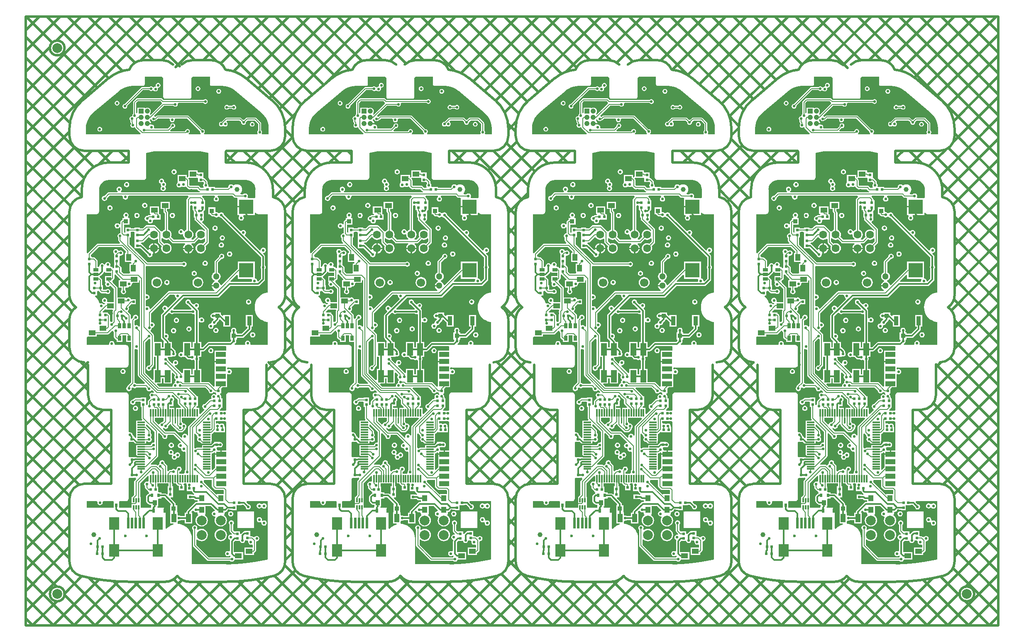
<source format=gbl>
G04*
G04 #@! TF.GenerationSoftware,Altium Limited,Altium Designer,18.0.9 (584)*
G04*
G04 Layer_Physical_Order=4*
G04 Layer_Color=16711680*
%FSLAX44Y44*%
%MOMM*%
G71*
G01*
G75*
%ADD10C,0.5000*%
%ADD11C,2.0000*%
%ADD12R,2.0000X1.0190*%
%ADD14R,0.9000X0.9000*%
%ADD15R,0.6000X0.6000*%
%ADD16R,0.6000X0.6000*%
%ADD17R,0.9000X0.9000*%
%ADD29R,1.0000X1.4000*%
%ADD30R,0.6000X0.5000*%
%ADD32R,0.5000X0.6000*%
%ADD36R,1.0000X0.7000*%
%ADD37R,0.7000X1.0000*%
%ADD40C,1.0000*%
%ADD41R,1.4000X1.0000*%
%ADD44C,0.2000*%
%ADD45C,0.2540*%
%ADD46C,0.3000*%
%ADD47C,0.2500*%
%ADD56C,0.7000*%
%ADD57C,1.6002*%
%ADD58C,1.6992*%
%ADD59C,1.2996*%
%ADD60C,0.6000*%
%ADD61C,0.5500*%
%ADD62C,1.0500*%
%ADD63R,1.0500X1.0500*%
%ADD64R,0.6300X0.8300*%
%ADD65R,1.0000X1.7000*%
%ADD66R,0.6000X0.8000*%
%ADD67R,0.9000X1.0000*%
%ADD68R,0.3000X1.5000*%
%ADD69R,1.5000X0.3000*%
%ADD70R,3.0000X3.0000*%
%ADD71R,2.0000X2.5000*%
%ADD72R,0.5000X2.3000*%
%ADD73R,0.3000X0.8500*%
%ADD74R,3.2500X1.9000*%
%ADD75R,0.9500X1.9000*%
%ADD76R,1.1000X1.2500*%
%ADD77R,1.2000X2.5000*%
G36*
X1746429Y1111250D02*
X1746700Y1109884D01*
X1747474Y1108727D01*
X1748631Y1107953D01*
X1749997Y1107681D01*
X1771368D01*
X1771483Y1107704D01*
X1776780Y1107357D01*
X1782099Y1106299D01*
X1787235Y1104556D01*
X1792099Y1102157D01*
X1796455Y1099246D01*
X1797968Y1097951D01*
X1799532Y1096703D01*
X1851628Y1052988D01*
X1851597Y1052951D01*
X1854315Y1050568D01*
X1857891Y1046490D01*
X1860904Y1041981D01*
X1863302Y1037117D01*
X1865046Y1031981D01*
X1866104Y1026662D01*
X1866451Y1021365D01*
X1866428Y1021250D01*
Y1008819D01*
X1852865D01*
X1851917Y1010819D01*
X1852470Y1011647D01*
X1852839Y1013501D01*
X1852470Y1015354D01*
X1851420Y1016925D01*
X1851055Y1017170D01*
Y1031002D01*
X1850822Y1032172D01*
X1850159Y1033165D01*
X1841160Y1042163D01*
X1840168Y1042826D01*
X1838998Y1043059D01*
X1838997Y1043059D01*
X1821747D01*
X1821747Y1043059D01*
X1820576Y1042826D01*
X1819584Y1042163D01*
X1816232Y1038811D01*
X1813761D01*
X1810410Y1042163D01*
X1809418Y1042826D01*
X1808247Y1043059D01*
X1808247Y1043059D01*
X1779866D01*
X1779866Y1043059D01*
X1778695Y1042826D01*
X1777703Y1042163D01*
X1770067Y1034527D01*
X1769761Y1034588D01*
X1767908Y1034220D01*
X1766337Y1033170D01*
X1765287Y1031599D01*
X1764918Y1029745D01*
X1765287Y1027892D01*
X1766337Y1026321D01*
X1767908Y1025271D01*
X1769761Y1024902D01*
X1771615Y1025271D01*
X1773186Y1026321D01*
X1773189Y1026326D01*
X1774323D01*
X1775894Y1025276D01*
X1777748Y1024907D01*
X1779601Y1025276D01*
X1781172Y1026326D01*
X1782222Y1027897D01*
X1782591Y1029750D01*
X1782222Y1031603D01*
X1781172Y1033175D01*
X1780756Y1033453D01*
X1780468Y1035474D01*
X1781770Y1036941D01*
X1806980D01*
X1810240Y1033682D01*
X1810154Y1033250D01*
X1810522Y1031397D01*
X1811572Y1029826D01*
X1813143Y1028776D01*
X1814997Y1028407D01*
X1816850Y1028776D01*
X1818421Y1029826D01*
X1819471Y1031397D01*
X1819840Y1033250D01*
X1819754Y1033682D01*
X1823014Y1036941D01*
X1837731D01*
X1844937Y1029735D01*
Y1017170D01*
X1844571Y1016925D01*
X1843521Y1015354D01*
X1843153Y1013501D01*
X1843521Y1011647D01*
X1844075Y1010819D01*
X1843127Y1008819D01*
X1734895D01*
X1734288Y1010819D01*
X1734672Y1011075D01*
X1735722Y1012647D01*
X1736091Y1014500D01*
X1735722Y1016353D01*
X1734672Y1017925D01*
X1733101Y1018974D01*
X1731248Y1019343D01*
X1730816Y1019257D01*
X1703660Y1046413D01*
X1702668Y1047076D01*
X1701498Y1047309D01*
X1701497Y1047309D01*
X1639248D01*
X1639248Y1047309D01*
X1638077Y1047076D01*
X1637085Y1046413D01*
X1634948Y1044276D01*
X1633146Y1045068D01*
X1632505Y1047182D01*
X1652515Y1067191D01*
X1672329D01*
X1672573Y1066825D01*
X1674144Y1065776D01*
X1675998Y1065407D01*
X1677851Y1065776D01*
X1679422Y1066825D01*
X1680472Y1068397D01*
X1680841Y1070250D01*
X1680703Y1070941D01*
X1682134Y1072941D01*
X1733329D01*
X1733573Y1072576D01*
X1735144Y1071526D01*
X1736998Y1071157D01*
X1738851Y1071526D01*
X1740422Y1072576D01*
X1741472Y1074147D01*
X1741841Y1076000D01*
X1741472Y1077853D01*
X1740422Y1079425D01*
X1738851Y1080474D01*
X1736998Y1080843D01*
X1735144Y1080474D01*
X1733573Y1079425D01*
X1733329Y1079059D01*
X1651765D01*
X1649160Y1081663D01*
X1648168Y1082326D01*
X1646998Y1082559D01*
X1646997Y1082559D01*
X1598366D01*
X1598366Y1082559D01*
X1597195Y1082326D01*
X1596203Y1081663D01*
X1590835Y1076295D01*
X1590172Y1075302D01*
X1589939Y1074132D01*
X1589939Y1074132D01*
Y1050919D01*
X1589573Y1050675D01*
X1588523Y1049103D01*
X1588154Y1047250D01*
X1586428Y1045680D01*
X1585394Y1045474D01*
X1583823Y1044425D01*
X1582773Y1042853D01*
X1582404Y1041000D01*
X1582773Y1039147D01*
X1583823Y1037575D01*
X1584189Y1037331D01*
Y1034500D01*
X1584189Y1034500D01*
X1584422Y1033329D01*
X1585085Y1032337D01*
X1585689Y1031733D01*
Y1030474D01*
X1584773Y1029103D01*
X1584404Y1027250D01*
X1584773Y1025397D01*
X1585823Y1023826D01*
X1587394Y1022776D01*
X1589248Y1022407D01*
X1591101Y1022776D01*
X1592189Y1023503D01*
X1592939Y1023408D01*
X1593717Y1023098D01*
X1594300Y1022691D01*
X1594422Y1022079D01*
X1595085Y1021087D01*
X1605353Y1010819D01*
X1604525Y1008819D01*
X1493566D01*
Y1021250D01*
X1493543Y1021365D01*
X1493891Y1026662D01*
X1494949Y1031981D01*
X1496692Y1037117D01*
X1499091Y1041981D01*
X1502104Y1046490D01*
X1505680Y1050568D01*
X1508397Y1052951D01*
X1508366Y1052988D01*
X1508366Y1052988D01*
X1561995Y1097988D01*
X1562026Y1097951D01*
X1563386Y1099144D01*
X1567895Y1102157D01*
X1572760Y1104556D01*
X1577895Y1106299D01*
X1583214Y1107357D01*
X1588511Y1107704D01*
X1588626Y1107681D01*
X1609997D01*
X1611363Y1107953D01*
X1612521Y1108727D01*
X1613294Y1109884D01*
X1613566Y1111250D01*
Y1126681D01*
X1648519D01*
X1651429Y1123772D01*
Y1085450D01*
X1651700Y1084084D01*
X1652474Y1082927D01*
X1653632Y1082153D01*
X1654997Y1081881D01*
X1704997D01*
X1706363Y1082153D01*
X1707520Y1082927D01*
X1708294Y1084084D01*
X1708566Y1085450D01*
Y1123772D01*
X1711475Y1126681D01*
X1746429D01*
Y1111250D01*
D02*
G37*
G36*
X1291429D02*
X1291701Y1109884D01*
X1292475Y1108727D01*
X1293632Y1107953D01*
X1294998Y1107681D01*
X1316369D01*
X1316484Y1107704D01*
X1321781Y1107357D01*
X1327100Y1106299D01*
X1332236Y1104556D01*
X1337100Y1102157D01*
X1341456Y1099246D01*
X1342969Y1097951D01*
X1344532Y1096703D01*
X1396629Y1052988D01*
X1396598Y1052951D01*
X1399315Y1050568D01*
X1402891Y1046490D01*
X1405905Y1041981D01*
X1408303Y1037117D01*
X1410047Y1031981D01*
X1411105Y1026662D01*
X1411452Y1021365D01*
X1411429Y1021250D01*
Y1008819D01*
X1397865D01*
X1396917Y1010819D01*
X1397471Y1011647D01*
X1397840Y1013501D01*
X1397471Y1015354D01*
X1396421Y1016925D01*
X1396055Y1017170D01*
Y1031002D01*
X1395822Y1032172D01*
X1395159Y1033165D01*
X1386161Y1042163D01*
X1385169Y1042826D01*
X1383998Y1043059D01*
X1383998Y1043059D01*
X1366747D01*
X1366747Y1043059D01*
X1365577Y1042826D01*
X1364585Y1042163D01*
X1361233Y1038811D01*
X1358762D01*
X1355411Y1042163D01*
X1354418Y1042826D01*
X1353248Y1043059D01*
X1353248Y1043059D01*
X1324867D01*
X1324867Y1043059D01*
X1323696Y1042826D01*
X1322704Y1042163D01*
X1315068Y1034527D01*
X1314762Y1034588D01*
X1312909Y1034220D01*
X1311337Y1033170D01*
X1310288Y1031599D01*
X1309919Y1029745D01*
X1310288Y1027892D01*
X1311337Y1026321D01*
X1312909Y1025271D01*
X1314762Y1024902D01*
X1316615Y1025271D01*
X1318187Y1026321D01*
X1318190Y1026326D01*
X1319324D01*
X1320895Y1025276D01*
X1322748Y1024907D01*
X1324602Y1025276D01*
X1326173Y1026326D01*
X1327223Y1027897D01*
X1327591Y1029750D01*
X1327223Y1031603D01*
X1326173Y1033175D01*
X1325757Y1033453D01*
X1325469Y1035474D01*
X1326771Y1036941D01*
X1351981D01*
X1355240Y1033682D01*
X1355155Y1033250D01*
X1355523Y1031397D01*
X1356573Y1029826D01*
X1358144Y1028776D01*
X1359998Y1028407D01*
X1361851Y1028776D01*
X1363422Y1029826D01*
X1364472Y1031397D01*
X1364841Y1033250D01*
X1364755Y1033682D01*
X1368014Y1036941D01*
X1382731D01*
X1389938Y1029735D01*
Y1017170D01*
X1389572Y1016925D01*
X1388522Y1015354D01*
X1388154Y1013501D01*
X1388522Y1011647D01*
X1389076Y1010819D01*
X1388128Y1008819D01*
X1279895D01*
X1279289Y1010819D01*
X1279673Y1011075D01*
X1280723Y1012647D01*
X1281091Y1014500D01*
X1280723Y1016353D01*
X1279673Y1017925D01*
X1278102Y1018974D01*
X1276248Y1019343D01*
X1275817Y1019257D01*
X1248661Y1046413D01*
X1247669Y1047076D01*
X1246498Y1047309D01*
X1246498Y1047309D01*
X1184249D01*
X1184248Y1047309D01*
X1183078Y1047076D01*
X1182085Y1046413D01*
X1179949Y1044276D01*
X1178147Y1045068D01*
X1177506Y1047182D01*
X1197515Y1067191D01*
X1217329D01*
X1217574Y1066825D01*
X1219145Y1065776D01*
X1220998Y1065407D01*
X1222852Y1065776D01*
X1224423Y1066825D01*
X1225473Y1068397D01*
X1225841Y1070250D01*
X1225704Y1070941D01*
X1227135Y1072941D01*
X1278329D01*
X1278574Y1072576D01*
X1280145Y1071526D01*
X1281998Y1071157D01*
X1283852Y1071526D01*
X1285423Y1072576D01*
X1286473Y1074147D01*
X1286841Y1076000D01*
X1286473Y1077853D01*
X1285423Y1079425D01*
X1283852Y1080474D01*
X1281998Y1080843D01*
X1280145Y1080474D01*
X1278574Y1079425D01*
X1278329Y1079059D01*
X1196765D01*
X1194161Y1081663D01*
X1193169Y1082326D01*
X1191998Y1082559D01*
X1191998Y1082559D01*
X1143367D01*
X1143367Y1082559D01*
X1142196Y1082326D01*
X1141204Y1081663D01*
X1135835Y1076295D01*
X1135173Y1075302D01*
X1134940Y1074132D01*
X1134940Y1074132D01*
Y1050919D01*
X1134574Y1050675D01*
X1133524Y1049103D01*
X1133155Y1047250D01*
X1131428Y1045680D01*
X1130395Y1045474D01*
X1128824Y1044425D01*
X1127774Y1042853D01*
X1127405Y1041000D01*
X1127774Y1039147D01*
X1128824Y1037575D01*
X1129190Y1037331D01*
Y1034500D01*
X1129190Y1034500D01*
X1129423Y1033329D01*
X1130086Y1032337D01*
X1130690Y1031733D01*
Y1030474D01*
X1129774Y1029103D01*
X1129405Y1027250D01*
X1129774Y1025397D01*
X1130824Y1023826D01*
X1132395Y1022776D01*
X1134248Y1022407D01*
X1136102Y1022776D01*
X1137190Y1023503D01*
X1137940Y1023408D01*
X1138717Y1023098D01*
X1139301Y1022691D01*
X1139423Y1022079D01*
X1140086Y1021087D01*
X1150354Y1010819D01*
X1149525Y1008819D01*
X1038567D01*
Y1021250D01*
X1038544Y1021365D01*
X1038891Y1026662D01*
X1039949Y1031981D01*
X1041693Y1037117D01*
X1044091Y1041981D01*
X1047104Y1046490D01*
X1050680Y1050568D01*
X1053398Y1052951D01*
X1053367Y1052988D01*
X1053367Y1052988D01*
X1106995Y1097988D01*
X1107027Y1097951D01*
X1108387Y1099144D01*
X1112896Y1102157D01*
X1117760Y1104556D01*
X1122896Y1106299D01*
X1128215Y1107357D01*
X1133512Y1107704D01*
X1133627Y1107681D01*
X1154998D01*
X1156364Y1107953D01*
X1157521Y1108727D01*
X1158295Y1109884D01*
X1158567Y1111250D01*
Y1126681D01*
X1193520D01*
X1196430Y1123772D01*
Y1085450D01*
X1196701Y1084084D01*
X1197475Y1082927D01*
X1198633Y1082153D01*
X1199998Y1081881D01*
X1249998D01*
X1251364Y1082153D01*
X1252521Y1082927D01*
X1253295Y1084084D01*
X1253567Y1085450D01*
Y1123772D01*
X1256476Y1126681D01*
X1291429D01*
Y1111250D01*
D02*
G37*
G36*
X836430D02*
X836702Y1109884D01*
X837475Y1108727D01*
X838633Y1107953D01*
X839999Y1107681D01*
X861370D01*
X861485Y1107704D01*
X866781Y1107357D01*
X872101Y1106299D01*
X877236Y1104556D01*
X882101Y1102157D01*
X886457Y1099246D01*
X887970Y1097951D01*
X889533Y1096703D01*
X941630Y1052988D01*
X941599Y1052951D01*
X944316Y1050568D01*
X947892Y1046490D01*
X950905Y1041981D01*
X953304Y1037117D01*
X955047Y1031981D01*
X956105Y1026662D01*
X956453Y1021365D01*
X956430Y1021250D01*
Y1008819D01*
X942866D01*
X941918Y1010819D01*
X942472Y1011647D01*
X942840Y1013501D01*
X942472Y1015354D01*
X941422Y1016925D01*
X941056Y1017170D01*
Y1031002D01*
X940823Y1032172D01*
X940160Y1033165D01*
X931162Y1042163D01*
X930170Y1042826D01*
X928999Y1043059D01*
X928999Y1043059D01*
X911748D01*
X911748Y1043059D01*
X910578Y1042826D01*
X909585Y1042163D01*
X906234Y1038811D01*
X903763D01*
X900412Y1042163D01*
X899419Y1042826D01*
X898249Y1043059D01*
X898249Y1043059D01*
X869868D01*
X869867Y1043059D01*
X868697Y1042826D01*
X867705Y1042163D01*
X860069Y1034527D01*
X859763Y1034588D01*
X857909Y1034220D01*
X856338Y1033170D01*
X855288Y1031599D01*
X854920Y1029745D01*
X855288Y1027892D01*
X856338Y1026321D01*
X857909Y1025271D01*
X859763Y1024902D01*
X861616Y1025271D01*
X863187Y1026321D01*
X863191Y1026326D01*
X864325D01*
X865896Y1025276D01*
X867749Y1024907D01*
X869603Y1025276D01*
X871174Y1026326D01*
X872224Y1027897D01*
X872592Y1029750D01*
X872224Y1031603D01*
X871174Y1033175D01*
X870758Y1033453D01*
X870469Y1035474D01*
X871771Y1036941D01*
X896982D01*
X900241Y1033682D01*
X900155Y1033250D01*
X900524Y1031397D01*
X901574Y1029826D01*
X903145Y1028776D01*
X904998Y1028407D01*
X906852Y1028776D01*
X908423Y1029826D01*
X909473Y1031397D01*
X909841Y1033250D01*
X909756Y1033682D01*
X913015Y1036941D01*
X927732D01*
X934939Y1029735D01*
Y1017170D01*
X934573Y1016925D01*
X933523Y1015354D01*
X933154Y1013501D01*
X933523Y1011647D01*
X934077Y1010819D01*
X933129Y1008819D01*
X824896D01*
X824290Y1010819D01*
X824674Y1011075D01*
X825724Y1012647D01*
X826092Y1014500D01*
X825724Y1016353D01*
X824674Y1017925D01*
X823102Y1018974D01*
X821249Y1019343D01*
X820818Y1019257D01*
X793662Y1046413D01*
X792670Y1047076D01*
X791499Y1047309D01*
X791499Y1047309D01*
X729249D01*
X729249Y1047309D01*
X728079Y1047076D01*
X727086Y1046413D01*
X724949Y1044276D01*
X723148Y1045068D01*
X722507Y1047182D01*
X742516Y1067191D01*
X762330D01*
X762575Y1066825D01*
X764146Y1065776D01*
X765999Y1065407D01*
X767853Y1065776D01*
X769424Y1066825D01*
X770474Y1068397D01*
X770842Y1070250D01*
X770705Y1070941D01*
X772136Y1072941D01*
X823330D01*
X823575Y1072576D01*
X825146Y1071526D01*
X826999Y1071157D01*
X828852Y1071526D01*
X830424Y1072576D01*
X831474Y1074147D01*
X831842Y1076000D01*
X831474Y1077853D01*
X830424Y1079425D01*
X828852Y1080474D01*
X826999Y1080843D01*
X825146Y1080474D01*
X823575Y1079425D01*
X823330Y1079059D01*
X741766D01*
X739162Y1081663D01*
X738170Y1082326D01*
X736999Y1082559D01*
X736999Y1082559D01*
X688368D01*
X688367Y1082559D01*
X687197Y1082326D01*
X686205Y1081663D01*
X680836Y1076295D01*
X680173Y1075302D01*
X679940Y1074132D01*
X679940Y1074132D01*
Y1050919D01*
X679575Y1050675D01*
X678525Y1049103D01*
X678156Y1047250D01*
X676429Y1045680D01*
X675396Y1045474D01*
X673825Y1044425D01*
X672775Y1042853D01*
X672406Y1041000D01*
X672775Y1039147D01*
X673825Y1037575D01*
X674190Y1037331D01*
Y1034500D01*
X674190Y1034500D01*
X674423Y1033329D01*
X675086Y1032337D01*
X675690Y1031733D01*
Y1030474D01*
X674775Y1029103D01*
X674406Y1027250D01*
X674775Y1025397D01*
X675825Y1023826D01*
X677396Y1022776D01*
X679249Y1022407D01*
X681103Y1022776D01*
X682190Y1023503D01*
X682940Y1023408D01*
X683718Y1023098D01*
X684302Y1022691D01*
X684423Y1022079D01*
X685086Y1021087D01*
X695355Y1010819D01*
X694526Y1008819D01*
X583568D01*
Y1021250D01*
X583545Y1021365D01*
X583892Y1026662D01*
X584950Y1031981D01*
X586693Y1037117D01*
X589092Y1041981D01*
X592105Y1046490D01*
X595681Y1050568D01*
X598399Y1052951D01*
X598368Y1052988D01*
X598368Y1052988D01*
X651996Y1097988D01*
X652028Y1097951D01*
X653388Y1099144D01*
X657897Y1102157D01*
X662761Y1104556D01*
X667897Y1106299D01*
X673216Y1107357D01*
X678513Y1107704D01*
X678628Y1107681D01*
X699999D01*
X701365Y1107953D01*
X702522Y1108727D01*
X703296Y1109884D01*
X703568Y1111250D01*
Y1126681D01*
X738521D01*
X741430Y1123772D01*
Y1085450D01*
X741702Y1084084D01*
X742476Y1082927D01*
X743633Y1082153D01*
X744999Y1081881D01*
X794999D01*
X796364Y1082153D01*
X797522Y1082927D01*
X798296Y1084084D01*
X798567Y1085450D01*
Y1123772D01*
X801477Y1126681D01*
X836430D01*
Y1111250D01*
D02*
G37*
G36*
X381431D02*
X381703Y1109884D01*
X382476Y1108727D01*
X383634Y1107953D01*
X385000Y1107681D01*
X406371D01*
X406485Y1107704D01*
X411782Y1107357D01*
X417102Y1106299D01*
X422237Y1104556D01*
X427101Y1102157D01*
X431457Y1099246D01*
X432971Y1097951D01*
X434534Y1096703D01*
X486631Y1052988D01*
X486600Y1052951D01*
X489317Y1050568D01*
X492893Y1046490D01*
X495906Y1041981D01*
X498305Y1037117D01*
X500048Y1031981D01*
X501106Y1026662D01*
X501454Y1021365D01*
X501431Y1021250D01*
Y1008819D01*
X487867D01*
X486919Y1010819D01*
X487472Y1011647D01*
X487841Y1013501D01*
X487472Y1015354D01*
X486423Y1016925D01*
X486057Y1017170D01*
Y1031002D01*
X485824Y1032172D01*
X485161Y1033165D01*
X476163Y1042163D01*
X475171Y1042826D01*
X474000Y1043059D01*
X474000Y1043059D01*
X456749D01*
X456749Y1043059D01*
X455578Y1042826D01*
X454586Y1042163D01*
X451235Y1038811D01*
X448764D01*
X445412Y1042163D01*
X444420Y1042826D01*
X443249Y1043059D01*
X443249Y1043059D01*
X414868D01*
X414868Y1043059D01*
X413698Y1042826D01*
X412705Y1042163D01*
X405070Y1034527D01*
X404764Y1034588D01*
X402910Y1034220D01*
X401339Y1033170D01*
X400289Y1031599D01*
X399921Y1029745D01*
X400289Y1027892D01*
X401339Y1026321D01*
X402910Y1025271D01*
X404764Y1024902D01*
X406617Y1025271D01*
X408188Y1026321D01*
X408191Y1026326D01*
X409325D01*
X410897Y1025276D01*
X412750Y1024907D01*
X414603Y1025276D01*
X416175Y1026326D01*
X417224Y1027897D01*
X417593Y1029750D01*
X417224Y1031603D01*
X416175Y1033175D01*
X415759Y1033453D01*
X415470Y1035474D01*
X416772Y1036941D01*
X441982D01*
X445242Y1033682D01*
X445156Y1033250D01*
X445525Y1031397D01*
X446575Y1029826D01*
X448146Y1028776D01*
X449999Y1028407D01*
X451853Y1028776D01*
X453424Y1029826D01*
X454474Y1031397D01*
X454842Y1033250D01*
X454756Y1033682D01*
X458016Y1036941D01*
X472733D01*
X479939Y1029735D01*
Y1017170D01*
X479574Y1016925D01*
X478524Y1015354D01*
X478155Y1013501D01*
X478524Y1011647D01*
X479077Y1010819D01*
X478129Y1008819D01*
X369897D01*
X369290Y1010819D01*
X369674Y1011075D01*
X370724Y1012647D01*
X371093Y1014500D01*
X370724Y1016353D01*
X369674Y1017925D01*
X368103Y1018974D01*
X366250Y1019343D01*
X365818Y1019257D01*
X338663Y1046413D01*
X337671Y1047076D01*
X336500Y1047309D01*
X336500Y1047309D01*
X274250D01*
X274250Y1047309D01*
X273079Y1047076D01*
X272087Y1046413D01*
X269950Y1044276D01*
X268149Y1045068D01*
X267508Y1047182D01*
X287517Y1067191D01*
X307331D01*
X307575Y1066825D01*
X309147Y1065776D01*
X311000Y1065407D01*
X312853Y1065776D01*
X314425Y1066825D01*
X315474Y1068397D01*
X315843Y1070250D01*
X315706Y1070941D01*
X317137Y1072941D01*
X368331D01*
X368575Y1072576D01*
X370147Y1071526D01*
X372000Y1071157D01*
X373853Y1071526D01*
X375424Y1072576D01*
X376474Y1074147D01*
X376843Y1076000D01*
X376474Y1077853D01*
X375424Y1079425D01*
X373853Y1080474D01*
X372000Y1080843D01*
X370147Y1080474D01*
X368575Y1079425D01*
X368331Y1079059D01*
X286767D01*
X284163Y1081663D01*
X283171Y1082326D01*
X282000Y1082559D01*
X282000Y1082559D01*
X233368D01*
X233368Y1082559D01*
X232198Y1082326D01*
X231205Y1081663D01*
X225837Y1076295D01*
X225174Y1075302D01*
X224941Y1074132D01*
X224941Y1074132D01*
Y1050919D01*
X224575Y1050675D01*
X223526Y1049103D01*
X223157Y1047250D01*
X221430Y1045680D01*
X220397Y1045474D01*
X218825Y1044425D01*
X217776Y1042853D01*
X217407Y1041000D01*
X217776Y1039147D01*
X218825Y1037575D01*
X219191Y1037331D01*
Y1034500D01*
X219191Y1034500D01*
X219424Y1033329D01*
X220087Y1032337D01*
X220691Y1031733D01*
Y1030474D01*
X219776Y1029103D01*
X219407Y1027250D01*
X219776Y1025397D01*
X220825Y1023826D01*
X222397Y1022776D01*
X224250Y1022407D01*
X226103Y1022776D01*
X227191Y1023503D01*
X227941Y1023408D01*
X228719Y1023098D01*
X229302Y1022691D01*
X229424Y1022079D01*
X230087Y1021087D01*
X240355Y1010819D01*
X239527Y1008819D01*
X128569D01*
Y1021250D01*
X128546Y1021365D01*
X128893Y1026662D01*
X129951Y1031981D01*
X131694Y1037117D01*
X134093Y1041981D01*
X137106Y1046490D01*
X140682Y1050568D01*
X143400Y1052951D01*
X143368Y1052988D01*
X143368Y1052988D01*
X196997Y1097988D01*
X197028Y1097951D01*
X198388Y1099144D01*
X202898Y1102157D01*
X207762Y1104556D01*
X212898Y1106299D01*
X218217Y1107357D01*
X223514Y1107704D01*
X223629Y1107681D01*
X245000D01*
X246365Y1107953D01*
X247523Y1108727D01*
X248297Y1109884D01*
X248568Y1111250D01*
Y1126681D01*
X283521D01*
X286431Y1123772D01*
Y1085450D01*
X286703Y1084084D01*
X287476Y1082927D01*
X288634Y1082153D01*
X290000Y1081881D01*
X340000D01*
X341365Y1082153D01*
X342523Y1082927D01*
X343297Y1084084D01*
X343568Y1085450D01*
Y1123772D01*
X346478Y1126681D01*
X381431D01*
Y1111250D01*
D02*
G37*
G36*
X1648047Y1074125D02*
X1648324Y1073667D01*
X1648196Y1071524D01*
X1625738Y1049066D01*
X1624765Y1049438D01*
X1624287Y1051695D01*
X1624900Y1052494D01*
X1625631Y1054257D01*
X1625880Y1056150D01*
X1625631Y1058043D01*
X1624900Y1059806D01*
X1623738Y1061321D01*
X1622224Y1062483D01*
X1620460Y1063213D01*
X1618567Y1063463D01*
X1616675Y1063213D01*
X1615117Y1062568D01*
X1614836Y1062671D01*
X1613117Y1063400D01*
X1613117Y1063400D01*
X1613117Y1063400D01*
X1598617D01*
Y1052859D01*
X1596617Y1051872D01*
X1596056Y1052302D01*
Y1072865D01*
X1599633Y1076441D01*
X1645731D01*
X1648047Y1074125D01*
D02*
G37*
G36*
X1193048D02*
X1193325Y1073667D01*
X1193197Y1071524D01*
X1170739Y1049066D01*
X1169766Y1049438D01*
X1169288Y1051695D01*
X1169901Y1052494D01*
X1170631Y1054257D01*
X1170881Y1056150D01*
X1170631Y1058043D01*
X1169901Y1059806D01*
X1168739Y1061321D01*
X1167224Y1062483D01*
X1165461Y1063213D01*
X1163568Y1063463D01*
X1161675Y1063213D01*
X1160118Y1062568D01*
X1159837Y1062671D01*
X1158118Y1063400D01*
X1158118Y1063400D01*
X1158118Y1063400D01*
X1143618D01*
Y1052859D01*
X1141618Y1051872D01*
X1141057Y1052302D01*
Y1072865D01*
X1144634Y1076441D01*
X1190731D01*
X1193048Y1074125D01*
D02*
G37*
G36*
X738049D02*
X738326Y1073667D01*
X738198Y1071524D01*
X715740Y1049066D01*
X714767Y1049438D01*
X714289Y1051695D01*
X714902Y1052494D01*
X715632Y1054257D01*
X715881Y1056150D01*
X715632Y1058043D01*
X714902Y1059806D01*
X713740Y1061321D01*
X712225Y1062483D01*
X710462Y1063213D01*
X708569Y1063463D01*
X706676Y1063213D01*
X705119Y1062568D01*
X704838Y1062671D01*
X703119Y1063400D01*
X703119Y1063400D01*
X703119Y1063400D01*
X688619D01*
Y1052859D01*
X686619Y1051872D01*
X686058Y1052302D01*
Y1072865D01*
X689634Y1076441D01*
X735732D01*
X738049Y1074125D01*
D02*
G37*
G36*
X283049D02*
X283327Y1073667D01*
X283199Y1071524D01*
X260741Y1049066D01*
X259767Y1049438D01*
X259289Y1051695D01*
X259903Y1052494D01*
X260633Y1054257D01*
X260882Y1056150D01*
X260633Y1058043D01*
X259903Y1059806D01*
X258741Y1061321D01*
X257226Y1062483D01*
X255462Y1063213D01*
X253570Y1063463D01*
X251677Y1063213D01*
X250120Y1062568D01*
X249839Y1062671D01*
X248120Y1063400D01*
X248120Y1063400D01*
X248120Y1063400D01*
X233620D01*
Y1052859D01*
X231620Y1051872D01*
X231059Y1052302D01*
Y1072865D01*
X234635Y1076441D01*
X280733D01*
X283049Y1074125D01*
D02*
G37*
G36*
X1726490Y1014931D02*
X1726405Y1014500D01*
X1726773Y1012647D01*
X1727823Y1011075D01*
X1728207Y1010819D01*
X1727600Y1008819D01*
X1703491D01*
X1703040Y1010819D01*
X1704172Y1011575D01*
X1705222Y1013147D01*
X1705591Y1015000D01*
X1705222Y1016853D01*
X1704172Y1018425D01*
X1702601Y1019474D01*
X1700748Y1019843D01*
X1698894Y1019474D01*
X1697323Y1018425D01*
X1696273Y1016853D01*
X1695916Y1015059D01*
X1666461D01*
X1665632Y1017059D01*
X1670316Y1021743D01*
X1670748Y1021657D01*
X1672601Y1022026D01*
X1674172Y1023075D01*
X1675222Y1024647D01*
X1675591Y1026500D01*
X1675222Y1028353D01*
X1674172Y1029925D01*
X1672601Y1030974D01*
X1670748Y1031343D01*
X1668894Y1030974D01*
X1667323Y1029925D01*
X1666273Y1028353D01*
X1665905Y1026500D01*
X1665990Y1026069D01*
X1660731Y1020809D01*
X1633716D01*
X1632403Y1022809D01*
X1632590Y1023750D01*
X1632221Y1025604D01*
X1631171Y1027175D01*
X1629600Y1028225D01*
X1627747Y1028593D01*
X1627430Y1029250D01*
X1618567D01*
Y1032250D01*
X1626691D01*
X1626605Y1032904D01*
X1625774Y1034911D01*
X1624610Y1036427D01*
X1623865Y1038009D01*
X1624751Y1039327D01*
X1626781Y1039275D01*
X1626933Y1039098D01*
X1627023Y1038647D01*
X1628073Y1037075D01*
X1629644Y1036026D01*
X1631498Y1035657D01*
X1633351Y1036026D01*
X1634922Y1037075D01*
X1635166Y1037441D01*
X1635497D01*
X1635498Y1037441D01*
X1636668Y1037674D01*
X1637661Y1038337D01*
X1637661Y1038337D01*
X1640515Y1041191D01*
X1663778D01*
X1665092Y1039191D01*
X1664904Y1038250D01*
X1665273Y1036397D01*
X1666323Y1034826D01*
X1667894Y1033776D01*
X1669748Y1033407D01*
X1671601Y1033776D01*
X1673172Y1034826D01*
X1674222Y1036397D01*
X1674591Y1038250D01*
X1674403Y1039191D01*
X1675717Y1041191D01*
X1700231D01*
X1726490Y1014931D01*
D02*
G37*
G36*
X1271491D02*
X1271405Y1014500D01*
X1271774Y1012647D01*
X1272824Y1011075D01*
X1273208Y1010819D01*
X1272601Y1008819D01*
X1248492D01*
X1248040Y1010819D01*
X1249173Y1011575D01*
X1250223Y1013147D01*
X1250591Y1015000D01*
X1250223Y1016853D01*
X1249173Y1018425D01*
X1247602Y1019474D01*
X1245748Y1019843D01*
X1243895Y1019474D01*
X1242324Y1018425D01*
X1241274Y1016853D01*
X1240917Y1015059D01*
X1211461D01*
X1210633Y1017059D01*
X1215317Y1021743D01*
X1215748Y1021657D01*
X1217602Y1022026D01*
X1219173Y1023075D01*
X1220223Y1024647D01*
X1220591Y1026500D01*
X1220223Y1028353D01*
X1219173Y1029925D01*
X1217602Y1030974D01*
X1215748Y1031343D01*
X1213895Y1030974D01*
X1212324Y1029925D01*
X1211274Y1028353D01*
X1210905Y1026500D01*
X1210991Y1026069D01*
X1205731Y1020809D01*
X1178717D01*
X1177403Y1022809D01*
X1177591Y1023750D01*
X1177222Y1025604D01*
X1176172Y1027175D01*
X1174601Y1028225D01*
X1172748Y1028593D01*
X1172431Y1029250D01*
X1163568D01*
Y1032250D01*
X1171692D01*
X1171606Y1032904D01*
X1170774Y1034911D01*
X1169611Y1036427D01*
X1168866Y1038009D01*
X1169752Y1039327D01*
X1171781Y1039275D01*
X1171934Y1039098D01*
X1172024Y1038647D01*
X1173074Y1037075D01*
X1174645Y1036026D01*
X1176498Y1035657D01*
X1178352Y1036026D01*
X1179923Y1037075D01*
X1180167Y1037441D01*
X1180498D01*
X1180498Y1037441D01*
X1181669Y1037674D01*
X1182661Y1038337D01*
X1182661Y1038337D01*
X1185515Y1041191D01*
X1208779D01*
X1210093Y1039191D01*
X1209905Y1038250D01*
X1210274Y1036397D01*
X1211324Y1034826D01*
X1212895Y1033776D01*
X1214748Y1033407D01*
X1216602Y1033776D01*
X1218173Y1034826D01*
X1219223Y1036397D01*
X1219591Y1038250D01*
X1219404Y1039191D01*
X1220718Y1041191D01*
X1245231D01*
X1271491Y1014931D01*
D02*
G37*
G36*
X816492D02*
X816406Y1014500D01*
X816775Y1012647D01*
X817825Y1011075D01*
X818209Y1010819D01*
X817602Y1008819D01*
X793493D01*
X793041Y1010819D01*
X794174Y1011575D01*
X795224Y1013147D01*
X795592Y1015000D01*
X795224Y1016853D01*
X794174Y1018425D01*
X792603Y1019474D01*
X790749Y1019843D01*
X788896Y1019474D01*
X787325Y1018425D01*
X786275Y1016853D01*
X785918Y1015059D01*
X756462D01*
X755634Y1017059D01*
X760318Y1021743D01*
X760749Y1021657D01*
X762603Y1022026D01*
X764174Y1023075D01*
X765224Y1024647D01*
X765592Y1026500D01*
X765224Y1028353D01*
X764174Y1029925D01*
X762603Y1030974D01*
X760749Y1031343D01*
X758896Y1030974D01*
X757325Y1029925D01*
X756275Y1028353D01*
X755906Y1026500D01*
X755992Y1026069D01*
X750732Y1020809D01*
X723718D01*
X722404Y1022809D01*
X722591Y1023750D01*
X722223Y1025604D01*
X721173Y1027175D01*
X719602Y1028225D01*
X717748Y1028593D01*
X717432Y1029250D01*
X708569D01*
Y1032250D01*
X716693D01*
X716607Y1032904D01*
X715775Y1034911D01*
X714612Y1036427D01*
X713867Y1038009D01*
X714753Y1039327D01*
X716782Y1039275D01*
X716935Y1039098D01*
X717025Y1038647D01*
X718075Y1037075D01*
X719646Y1036026D01*
X721499Y1035657D01*
X723353Y1036026D01*
X724924Y1037075D01*
X725168Y1037441D01*
X725499D01*
X725499Y1037441D01*
X726670Y1037674D01*
X727662Y1038337D01*
X727662Y1038337D01*
X730516Y1041191D01*
X753779D01*
X755093Y1039191D01*
X754906Y1038250D01*
X755275Y1036397D01*
X756325Y1034826D01*
X757896Y1033776D01*
X759749Y1033407D01*
X761603Y1033776D01*
X763174Y1034826D01*
X764224Y1036397D01*
X764592Y1038250D01*
X764405Y1039191D01*
X765719Y1041191D01*
X790232D01*
X816492Y1014931D01*
D02*
G37*
G36*
X361493D02*
X361407Y1014500D01*
X361776Y1012647D01*
X362825Y1011075D01*
X363210Y1010819D01*
X362603Y1008819D01*
X338494D01*
X338042Y1010819D01*
X339175Y1011575D01*
X340224Y1013147D01*
X340593Y1015000D01*
X340224Y1016853D01*
X339175Y1018425D01*
X337603Y1019474D01*
X335750Y1019843D01*
X333897Y1019474D01*
X332325Y1018425D01*
X331276Y1016853D01*
X330919Y1015059D01*
X301463D01*
X300635Y1017059D01*
X305319Y1021743D01*
X305750Y1021657D01*
X307603Y1022026D01*
X309175Y1023075D01*
X310224Y1024647D01*
X310593Y1026500D01*
X310224Y1028353D01*
X309175Y1029925D01*
X307603Y1030974D01*
X305750Y1031343D01*
X303897Y1030974D01*
X302325Y1029925D01*
X301276Y1028353D01*
X300907Y1026500D01*
X300993Y1026069D01*
X295733Y1020809D01*
X268719D01*
X267405Y1022809D01*
X267592Y1023750D01*
X267224Y1025604D01*
X266174Y1027175D01*
X264603Y1028225D01*
X262749Y1028593D01*
X262432Y1029250D01*
X253570D01*
Y1032250D01*
X261693D01*
X261607Y1032904D01*
X260776Y1034911D01*
X259612Y1036427D01*
X258868Y1038009D01*
X259754Y1039327D01*
X261783Y1039275D01*
X261936Y1039098D01*
X262026Y1038647D01*
X263075Y1037075D01*
X264647Y1036026D01*
X266500Y1035657D01*
X268353Y1036026D01*
X269925Y1037075D01*
X270169Y1037441D01*
X270500D01*
X270500Y1037441D01*
X271670Y1037674D01*
X272663Y1038337D01*
X272663Y1038337D01*
X275517Y1041191D01*
X298780D01*
X300094Y1039191D01*
X299907Y1038250D01*
X300276Y1036397D01*
X301325Y1034826D01*
X302897Y1033776D01*
X304750Y1033407D01*
X306603Y1033776D01*
X308175Y1034826D01*
X309224Y1036397D01*
X309593Y1038250D01*
X309406Y1039191D01*
X310720Y1041191D01*
X335233D01*
X361493Y1014931D01*
D02*
G37*
G36*
X1721747Y920326D02*
X1722593Y918676D01*
Y911200D01*
X1733297D01*
X1734239Y910068D01*
X1734442Y908408D01*
X1733282Y906672D01*
X1732874Y904623D01*
X1733282Y902575D01*
X1734086Y901370D01*
X1733408Y899616D01*
X1733201Y899370D01*
X1728565D01*
X1725096Y902839D01*
X1723938Y903612D01*
X1722573Y903884D01*
X1705993D01*
X1704892Y904985D01*
Y914750D01*
X1704620Y916116D01*
X1703847Y917273D01*
X1702794Y918326D01*
X1703623Y920326D01*
X1720593D01*
X1721747Y920326D01*
D02*
G37*
G36*
X1266640D02*
X1267486Y918676D01*
Y911200D01*
X1278189D01*
X1279131Y910068D01*
X1279334Y908408D01*
X1278174Y906672D01*
X1277767Y904623D01*
X1278174Y902575D01*
X1278979Y901370D01*
X1278301Y899616D01*
X1278093Y899370D01*
X1273457D01*
X1269989Y902839D01*
X1268831Y903612D01*
X1267465Y903884D01*
X1250885D01*
X1249784Y904985D01*
Y914750D01*
X1249513Y916116D01*
X1248739Y917273D01*
X1247687Y918326D01*
X1248515Y920326D01*
X1265486D01*
X1266640Y920326D01*
D02*
G37*
G36*
X811532D02*
X812378Y918676D01*
Y911200D01*
X823082D01*
X824024Y910068D01*
X824227Y908408D01*
X823067Y906672D01*
X822659Y904623D01*
X823067Y902575D01*
X823872Y901370D01*
X823193Y899616D01*
X822986Y899370D01*
X818350D01*
X814881Y902839D01*
X813724Y903612D01*
X812358Y903884D01*
X795778D01*
X794677Y904985D01*
Y914750D01*
X794405Y916116D01*
X793632Y917273D01*
X792579Y918326D01*
X793408Y920326D01*
X810378D01*
X811532Y920326D01*
D02*
G37*
G36*
X356425D02*
X357271Y918676D01*
Y911200D01*
X367974D01*
X368916Y910068D01*
X369119Y908408D01*
X367959Y906672D01*
X367552Y904623D01*
X367959Y902575D01*
X368764Y901370D01*
X368086Y899616D01*
X367878Y899370D01*
X363242D01*
X359774Y902839D01*
X358616Y903612D01*
X357251Y903884D01*
X340671D01*
X339569Y904985D01*
Y914750D01*
X339298Y916116D01*
X338524Y917273D01*
X337472Y918326D01*
X338300Y920326D01*
X355271D01*
X356425Y920326D01*
D02*
G37*
G36*
X1727705Y974237D02*
X1743229Y970904D01*
X1743965Y970699D01*
Y921250D01*
X1744392Y919104D01*
X1745608Y917285D01*
X1747427Y916069D01*
X1749573Y915642D01*
X1820323D01*
X1820573Y915692D01*
X1824121Y915343D01*
X1827773Y914235D01*
X1831138Y912436D01*
X1834088Y910015D01*
X1836509Y907065D01*
X1838308Y903700D01*
X1839416Y900048D01*
X1839765Y896500D01*
X1839715Y896250D01*
Y880200D01*
X1838413Y878740D01*
X1837715Y878740D01*
X1824639D01*
X1823570Y880740D01*
X1823691Y880920D01*
X1824098Y882968D01*
X1823691Y885016D01*
X1822530Y886753D01*
X1820794Y887913D01*
X1818745Y888321D01*
X1816697Y887913D01*
X1814960Y886753D01*
X1814816Y886537D01*
X1809821D01*
X1809142Y888537D01*
X1809313Y888668D01*
X1811012Y890882D01*
X1812080Y893460D01*
X1812445Y896228D01*
X1812080Y898995D01*
X1811012Y901573D01*
X1809313Y903788D01*
X1807099Y905487D01*
X1804520Y906555D01*
X1801753Y906919D01*
X1798986Y906555D01*
X1796407Y905487D01*
X1795665Y904917D01*
X1793692Y905243D01*
X1793622Y905346D01*
X1791886Y906507D01*
X1789837Y906914D01*
X1787789Y906507D01*
X1786053Y905346D01*
X1784892Y903610D01*
X1784485Y901561D01*
X1784536Y901306D01*
X1782747Y899518D01*
X1757123D01*
Y901450D01*
X1749123D01*
X1747123Y901450D01*
X1744643Y901450D01*
X1743346Y903450D01*
X1743580Y904623D01*
X1743172Y906672D01*
X1742012Y908408D01*
X1741796Y908553D01*
Y911911D01*
X1741524Y913277D01*
X1740750Y914435D01*
X1736462Y918723D01*
X1735304Y919497D01*
X1734633Y919630D01*
X1733696Y921045D01*
X1733593Y921583D01*
X1733593Y923200D01*
Y931200D01*
X1722593D01*
X1721747Y932849D01*
Y935326D01*
X1702747D01*
Y922261D01*
X1700747Y921270D01*
X1699747Y921986D01*
Y925826D01*
X1680747D01*
Y910826D01*
X1679916Y909170D01*
X1678925Y907688D01*
X1678518Y905639D01*
X1678925Y903591D01*
X1680086Y901854D01*
X1681823Y900694D01*
X1683871Y900286D01*
X1685919Y900694D01*
X1687519Y901763D01*
X1687696Y901858D01*
X1690220Y902092D01*
X1691025Y901555D01*
X1693073Y901147D01*
X1695122Y901555D01*
X1695989Y902134D01*
X1696468Y902136D01*
X1698261Y901666D01*
X1698427Y901541D01*
X1698800Y900983D01*
X1701991Y897792D01*
X1703149Y897018D01*
X1704515Y896747D01*
X1721095D01*
X1724563Y893278D01*
X1725721Y892505D01*
X1726328Y892384D01*
X1726131Y890384D01*
X1565471D01*
X1564864Y892384D01*
X1565658Y892915D01*
X1566819Y894651D01*
X1567226Y896700D01*
X1566819Y898748D01*
X1565658Y900485D01*
X1563922Y901645D01*
X1561873Y902052D01*
X1559825Y901645D01*
X1558088Y900485D01*
X1556928Y898748D01*
X1556520Y896700D01*
X1556928Y894651D01*
X1558088Y892915D01*
X1558882Y892384D01*
X1558276Y890384D01*
X1540573D01*
X1539207Y890112D01*
X1538050Y889339D01*
X1532078Y883367D01*
X1531823Y883418D01*
X1529774Y883011D01*
X1528038Y881850D01*
X1526877Y880114D01*
X1526470Y878065D01*
X1526877Y876017D01*
X1528038Y874280D01*
X1529774Y873120D01*
X1531823Y872712D01*
X1533871Y873120D01*
X1535608Y874280D01*
X1536768Y876017D01*
X1537176Y878065D01*
X1537125Y878321D01*
X1542051Y883247D01*
X1567502D01*
X1569143Y881247D01*
X1569064Y880852D01*
X1569472Y878803D01*
X1570632Y877067D01*
X1572369Y875906D01*
X1574417Y875499D01*
X1576466Y875906D01*
X1578202Y877067D01*
X1579363Y878803D01*
X1579770Y880852D01*
X1579691Y881247D01*
X1581333Y883247D01*
X1702445D01*
X1703273Y881247D01*
X1700112Y878085D01*
X1699338Y876928D01*
X1699067Y875562D01*
Y813900D01*
X1697339Y813184D01*
X1695146Y811501D01*
X1694934Y811226D01*
X1692796Y811724D01*
X1692768Y811864D01*
X1691608Y813600D01*
X1689871Y814761D01*
X1687823Y815168D01*
X1685775Y814761D01*
X1684038Y813600D01*
X1682878Y811864D01*
X1682470Y809815D01*
X1682878Y807767D01*
X1684038Y806030D01*
X1685775Y804870D01*
X1687823Y804463D01*
X1689871Y804870D01*
X1690165Y805066D01*
X1692044Y804012D01*
X1692404Y801270D01*
X1693463Y798716D01*
X1695146Y796522D01*
X1696389Y795569D01*
X1695710Y793569D01*
X1673525D01*
X1667550Y799543D01*
X1668266Y801270D01*
X1668627Y804012D01*
X1668266Y806753D01*
X1667208Y809307D01*
X1665525Y811501D01*
X1663331Y813184D01*
X1661604Y813900D01*
Y848788D01*
X1661332Y850154D01*
X1660559Y851311D01*
X1659192Y852678D01*
Y856200D01*
X1665123D01*
Y871200D01*
X1646123D01*
Y856200D01*
X1652055D01*
Y851200D01*
X1652326Y849834D01*
X1653100Y848677D01*
X1654467Y847310D01*
Y813900D01*
X1652739Y813184D01*
X1650546Y811501D01*
X1649857Y810604D01*
X1647492Y810806D01*
X1647347Y811023D01*
X1636217Y822153D01*
X1635059Y822927D01*
X1633693Y823199D01*
X1617453D01*
X1616088Y822927D01*
X1614930Y822153D01*
X1609595Y816819D01*
X1604323D01*
Y818250D01*
X1593323D01*
Y816819D01*
X1585073D01*
Y818250D01*
X1574073D01*
X1574073Y808517D01*
X1572686Y808115D01*
X1571362Y809363D01*
Y824152D01*
X1582413D01*
Y838152D01*
X1580515D01*
X1579997Y839008D01*
X1579670Y840152D01*
X1580638Y841601D01*
X1581046Y843650D01*
X1580638Y845698D01*
X1579478Y847435D01*
X1577742Y848595D01*
X1575693Y849002D01*
X1573645Y848595D01*
X1571908Y847435D01*
X1570748Y845698D01*
X1570340Y843650D01*
X1570748Y841601D01*
X1571716Y840152D01*
X1571390Y839008D01*
X1570871Y838152D01*
X1568413D01*
Y834418D01*
X1567302Y833675D01*
X1565270Y831643D01*
X1564496Y830486D01*
X1564225Y829120D01*
Y825573D01*
X1562225Y824966D01*
X1561672Y825793D01*
X1559936Y826953D01*
X1557887Y827361D01*
X1555839Y826953D01*
X1554102Y825793D01*
X1552942Y824056D01*
X1552534Y822008D01*
X1552942Y819960D01*
X1554102Y818223D01*
X1555839Y817063D01*
X1557887Y816655D01*
X1559936Y817063D01*
X1561672Y818223D01*
X1562225Y819050D01*
X1564225Y818443D01*
Y807193D01*
X1563729Y806787D01*
X1561681Y806379D01*
X1559944Y805219D01*
X1558784Y803482D01*
X1558376Y801434D01*
X1558784Y799386D01*
X1559944Y797649D01*
X1560161Y797504D01*
Y792471D01*
X1560432Y791106D01*
X1561206Y789948D01*
X1563608Y787546D01*
X1562842Y785699D01*
X1518746D01*
X1517380Y785427D01*
X1516222Y784653D01*
X1498100Y766531D01*
X1497931Y766278D01*
X1495931Y766884D01*
Y845642D01*
X1515323D01*
X1517469Y846069D01*
X1519288Y847285D01*
X1520504Y849104D01*
X1520931Y851250D01*
Y896250D01*
X1520881Y896500D01*
X1521230Y900048D01*
X1521560Y901136D01*
X1522338Y903700D01*
X1524137Y907065D01*
X1526558Y910015D01*
X1529508Y912436D01*
X1532873Y914235D01*
X1536525Y915343D01*
X1540072Y915692D01*
X1540323Y915642D01*
X1611073D01*
X1613219Y916069D01*
X1615038Y917285D01*
X1616254Y919104D01*
X1616681Y921250D01*
Y970699D01*
X1617417Y970904D01*
X1632941Y974237D01*
X1635604Y974642D01*
X1725042D01*
X1727705Y974237D01*
D02*
G37*
G36*
X1272597D02*
X1288122Y970904D01*
X1288858Y970699D01*
Y921250D01*
X1289285Y919104D01*
X1290500Y917285D01*
X1292319Y916069D01*
X1294465Y915642D01*
X1365216D01*
X1365466Y915692D01*
X1369013Y915343D01*
X1372665Y914235D01*
X1376031Y912436D01*
X1378981Y910015D01*
X1381402Y907065D01*
X1383201Y903700D01*
X1384308Y900048D01*
X1384658Y896500D01*
X1384608Y896250D01*
Y880200D01*
X1383306Y878740D01*
X1382608Y878740D01*
X1369532D01*
X1368463Y880740D01*
X1368583Y880920D01*
X1368991Y882968D01*
X1368583Y885016D01*
X1367423Y886753D01*
X1365686Y887913D01*
X1363638Y888321D01*
X1361589Y887913D01*
X1359853Y886753D01*
X1359708Y886537D01*
X1354714D01*
X1354035Y888537D01*
X1354206Y888668D01*
X1355905Y890882D01*
X1356973Y893460D01*
X1357337Y896228D01*
X1356973Y898995D01*
X1355905Y901573D01*
X1354206Y903788D01*
X1351991Y905487D01*
X1349413Y906555D01*
X1346646Y906919D01*
X1343879Y906555D01*
X1341300Y905487D01*
X1340558Y904917D01*
X1338584Y905243D01*
X1338515Y905346D01*
X1336779Y906507D01*
X1334730Y906914D01*
X1332682Y906507D01*
X1330945Y905346D01*
X1329785Y903610D01*
X1329377Y901561D01*
X1329428Y901306D01*
X1327640Y899518D01*
X1302016D01*
Y901450D01*
X1294016D01*
X1292016Y901450D01*
X1289535Y901450D01*
X1288239Y903450D01*
X1288472Y904623D01*
X1288065Y906672D01*
X1286904Y908408D01*
X1286688Y908553D01*
Y911911D01*
X1286416Y913277D01*
X1285643Y914435D01*
X1281355Y918723D01*
X1280197Y919497D01*
X1279525Y919630D01*
X1278588Y921045D01*
X1278486Y921583D01*
X1278486Y923200D01*
Y931200D01*
X1267486D01*
X1266640Y932849D01*
Y935326D01*
X1247640D01*
Y922261D01*
X1245640Y921270D01*
X1244640Y921986D01*
Y925826D01*
X1225640D01*
Y910826D01*
X1224808Y909170D01*
X1223818Y907688D01*
X1223411Y905639D01*
X1223818Y903591D01*
X1224978Y901854D01*
X1226715Y900694D01*
X1228763Y900286D01*
X1230812Y900694D01*
X1232412Y901763D01*
X1232588Y901858D01*
X1235113Y902092D01*
X1235917Y901555D01*
X1237966Y901147D01*
X1240014Y901555D01*
X1240881Y902134D01*
X1241361Y902136D01*
X1243153Y901666D01*
X1243320Y901541D01*
X1243692Y900983D01*
X1246884Y897792D01*
X1248042Y897018D01*
X1249407Y896747D01*
X1265987D01*
X1269456Y893278D01*
X1270613Y892505D01*
X1271221Y892384D01*
X1271024Y890384D01*
X1110363D01*
X1109756Y892384D01*
X1110551Y892915D01*
X1111711Y894651D01*
X1112119Y896700D01*
X1111711Y898748D01*
X1110551Y900485D01*
X1108814Y901645D01*
X1106766Y902052D01*
X1104717Y901645D01*
X1102981Y900485D01*
X1101820Y898748D01*
X1101413Y896700D01*
X1101820Y894651D01*
X1102981Y892915D01*
X1103775Y892384D01*
X1103168Y890384D01*
X1085465D01*
X1084100Y890112D01*
X1082942Y889339D01*
X1076971Y883367D01*
X1076715Y883418D01*
X1074667Y883011D01*
X1072930Y881850D01*
X1071770Y880114D01*
X1071363Y878065D01*
X1071770Y876017D01*
X1072930Y874280D01*
X1074667Y873120D01*
X1076715Y872712D01*
X1078764Y873120D01*
X1080500Y874280D01*
X1081661Y876017D01*
X1082068Y878065D01*
X1082018Y878321D01*
X1086944Y883247D01*
X1112394D01*
X1114035Y881247D01*
X1113957Y880852D01*
X1114364Y878803D01*
X1115525Y877067D01*
X1117261Y875906D01*
X1119310Y875499D01*
X1121358Y875906D01*
X1123095Y877067D01*
X1124255Y878803D01*
X1124662Y880852D01*
X1124584Y881247D01*
X1126225Y883247D01*
X1247337D01*
X1248166Y881247D01*
X1245004Y878085D01*
X1244231Y876928D01*
X1243959Y875562D01*
Y813900D01*
X1242232Y813184D01*
X1240038Y811501D01*
X1239827Y811226D01*
X1237689Y811724D01*
X1237661Y811864D01*
X1236500Y813600D01*
X1234764Y814761D01*
X1232715Y815168D01*
X1230667Y814761D01*
X1228930Y813600D01*
X1227770Y811864D01*
X1227363Y809815D01*
X1227770Y807767D01*
X1228930Y806030D01*
X1230667Y804870D01*
X1232715Y804463D01*
X1234764Y804870D01*
X1235058Y805066D01*
X1236936Y804012D01*
X1237297Y801270D01*
X1238355Y798716D01*
X1240038Y796522D01*
X1241281Y795569D01*
X1240602Y793569D01*
X1218417D01*
X1212443Y799543D01*
X1213158Y801270D01*
X1213519Y804012D01*
X1213158Y806753D01*
X1212100Y809307D01*
X1210417Y811501D01*
X1208223Y813184D01*
X1206496Y813900D01*
Y848788D01*
X1206225Y850154D01*
X1205451Y851311D01*
X1204084Y852678D01*
Y856200D01*
X1210016D01*
Y871200D01*
X1191016D01*
Y856200D01*
X1196947D01*
Y851200D01*
X1197219Y849834D01*
X1197992Y848677D01*
X1199359Y847310D01*
Y813900D01*
X1197632Y813184D01*
X1195438Y811501D01*
X1194750Y810604D01*
X1192384Y810806D01*
X1192239Y811023D01*
X1181109Y822153D01*
X1179951Y822927D01*
X1178586Y823199D01*
X1162346D01*
X1160980Y822927D01*
X1159822Y822153D01*
X1154488Y816819D01*
X1149216D01*
Y818250D01*
X1138216D01*
Y816819D01*
X1129966D01*
Y818250D01*
X1118966D01*
X1118966Y808517D01*
X1117579Y808115D01*
X1116254Y809363D01*
Y824152D01*
X1127306D01*
Y838152D01*
X1125408D01*
X1124889Y839008D01*
X1124563Y840152D01*
X1125531Y841601D01*
X1125938Y843650D01*
X1125531Y845698D01*
X1124371Y847435D01*
X1122634Y848595D01*
X1120586Y849002D01*
X1118537Y848595D01*
X1116801Y847435D01*
X1115640Y845698D01*
X1115233Y843650D01*
X1115640Y841601D01*
X1116609Y840152D01*
X1116282Y839008D01*
X1115764Y838152D01*
X1113306D01*
Y834418D01*
X1112194Y833675D01*
X1110162Y831643D01*
X1109389Y830486D01*
X1109117Y829120D01*
Y825573D01*
X1107117Y824966D01*
X1106565Y825793D01*
X1104828Y826953D01*
X1102780Y827361D01*
X1100731Y826953D01*
X1098995Y825793D01*
X1097834Y824056D01*
X1097427Y822008D01*
X1097834Y819960D01*
X1098995Y818223D01*
X1100731Y817063D01*
X1102780Y816655D01*
X1104828Y817063D01*
X1106565Y818223D01*
X1107117Y819050D01*
X1109117Y818443D01*
Y807193D01*
X1108622Y806787D01*
X1106573Y806379D01*
X1104837Y805219D01*
X1103676Y803482D01*
X1103269Y801434D01*
X1103676Y799386D01*
X1104837Y797649D01*
X1105053Y797504D01*
Y792471D01*
X1105325Y791106D01*
X1106098Y789948D01*
X1108500Y787546D01*
X1107735Y785699D01*
X1063638D01*
X1062272Y785427D01*
X1061115Y784653D01*
X1042992Y766531D01*
X1042823Y766278D01*
X1040823Y766884D01*
Y845642D01*
X1060215D01*
X1062361Y846069D01*
X1064181Y847285D01*
X1065396Y849104D01*
X1065823Y851250D01*
Y896250D01*
X1065773Y896500D01*
X1066123Y900048D01*
X1066453Y901136D01*
X1067231Y903700D01*
X1069029Y907065D01*
X1071450Y910015D01*
X1074400Y912436D01*
X1077766Y914235D01*
X1081418Y915343D01*
X1084965Y915692D01*
X1085216Y915642D01*
X1155965D01*
X1158111Y916069D01*
X1159931Y917285D01*
X1161146Y919104D01*
X1161573Y921250D01*
Y970699D01*
X1162309Y970904D01*
X1177834Y974237D01*
X1180497Y974642D01*
X1269935D01*
X1272597Y974237D01*
D02*
G37*
G36*
X817490D02*
X833015Y970904D01*
X833750Y970699D01*
Y921250D01*
X834177Y919104D01*
X835393Y917285D01*
X837212Y916069D01*
X839358Y915642D01*
X910108D01*
X910359Y915692D01*
X913906Y915343D01*
X917558Y914235D01*
X920923Y912436D01*
X923873Y910015D01*
X926294Y907065D01*
X928093Y903700D01*
X929201Y900048D01*
X929550Y896500D01*
X929500Y896250D01*
Y880200D01*
X928198Y878740D01*
X927500Y878740D01*
X914424D01*
X913355Y880740D01*
X913476Y880920D01*
X913883Y882968D01*
X913476Y885016D01*
X912315Y886753D01*
X910579Y887913D01*
X908530Y888321D01*
X906482Y887913D01*
X904745Y886753D01*
X904601Y886537D01*
X899606D01*
X898928Y888537D01*
X899098Y888668D01*
X900797Y890882D01*
X901865Y893460D01*
X902230Y896228D01*
X901865Y898995D01*
X900797Y901573D01*
X899098Y903788D01*
X896884Y905487D01*
X894305Y906555D01*
X891538Y906919D01*
X888771Y906555D01*
X886192Y905487D01*
X885450Y904917D01*
X883477Y905243D01*
X883408Y905346D01*
X881671Y906507D01*
X879623Y906914D01*
X877574Y906507D01*
X875838Y905346D01*
X874677Y903610D01*
X874270Y901561D01*
X874321Y901306D01*
X872533Y899518D01*
X846908D01*
Y901450D01*
X838908D01*
X836908Y901450D01*
X834428Y901450D01*
X833131Y903450D01*
X833365Y904623D01*
X832957Y906672D01*
X831797Y908408D01*
X831581Y908553D01*
Y911911D01*
X831309Y913277D01*
X830535Y914435D01*
X826247Y918723D01*
X825089Y919497D01*
X824418Y919630D01*
X823481Y921045D01*
X823378Y921583D01*
X823378Y923200D01*
Y931200D01*
X812378D01*
X811532Y932849D01*
Y935326D01*
X792532D01*
Y922261D01*
X790532Y921270D01*
X789532Y921986D01*
Y925826D01*
X770532D01*
Y910826D01*
X769701Y909170D01*
X768711Y907688D01*
X768303Y905639D01*
X768711Y903591D01*
X769871Y901854D01*
X771608Y900694D01*
X773656Y900286D01*
X775704Y900694D01*
X777304Y901763D01*
X777481Y901858D01*
X780005Y902092D01*
X780810Y901555D01*
X782858Y901147D01*
X784907Y901555D01*
X785774Y902134D01*
X786253Y902136D01*
X788046Y901666D01*
X788212Y901541D01*
X788585Y900983D01*
X791776Y897792D01*
X792934Y897018D01*
X794300Y896747D01*
X810880D01*
X814348Y893278D01*
X815506Y892505D01*
X816113Y892384D01*
X815916Y890384D01*
X655256D01*
X654649Y892384D01*
X655443Y892915D01*
X656604Y894651D01*
X657011Y896700D01*
X656604Y898748D01*
X655443Y900485D01*
X653707Y901645D01*
X651658Y902052D01*
X649610Y901645D01*
X647873Y900485D01*
X646713Y898748D01*
X646305Y896700D01*
X646713Y894651D01*
X647873Y892915D01*
X648668Y892384D01*
X648061Y890384D01*
X630358D01*
X628992Y890112D01*
X627835Y889339D01*
X621863Y883367D01*
X621608Y883418D01*
X619560Y883011D01*
X617823Y881850D01*
X616663Y880114D01*
X616255Y878065D01*
X616663Y876017D01*
X617823Y874280D01*
X619560Y873120D01*
X621608Y872712D01*
X623656Y873120D01*
X625393Y874280D01*
X626553Y876017D01*
X626961Y878065D01*
X626910Y878321D01*
X631836Y883247D01*
X657287D01*
X658928Y881247D01*
X658849Y880852D01*
X659257Y878803D01*
X660417Y877067D01*
X662154Y875906D01*
X664202Y875499D01*
X666251Y875906D01*
X667987Y877067D01*
X669148Y878803D01*
X669555Y880852D01*
X669476Y881247D01*
X671118Y883247D01*
X792230D01*
X793058Y881247D01*
X789897Y878085D01*
X789123Y876928D01*
X788852Y875562D01*
Y813900D01*
X787124Y813184D01*
X784931Y811501D01*
X784719Y811226D01*
X782581Y811724D01*
X782553Y811864D01*
X781393Y813600D01*
X779656Y814761D01*
X777608Y815168D01*
X775559Y814761D01*
X773823Y813600D01*
X772663Y811864D01*
X772255Y809815D01*
X772663Y807767D01*
X773823Y806030D01*
X775559Y804870D01*
X777608Y804463D01*
X779656Y804870D01*
X779950Y805066D01*
X781829Y804012D01*
X782190Y801270D01*
X783248Y798716D01*
X784931Y796522D01*
X786174Y795569D01*
X785495Y793569D01*
X763310D01*
X757336Y799543D01*
X758051Y801270D01*
X758412Y804012D01*
X758051Y806753D01*
X756993Y809307D01*
X755310Y811501D01*
X753116Y813184D01*
X751389Y813900D01*
Y848788D01*
X751117Y850154D01*
X750344Y851311D01*
X748977Y852678D01*
Y856200D01*
X754908D01*
Y871200D01*
X735908D01*
Y856200D01*
X741840D01*
Y851200D01*
X742111Y849834D01*
X742885Y848677D01*
X744252Y847310D01*
Y813900D01*
X742524Y813184D01*
X740331Y811501D01*
X739642Y810604D01*
X737277Y810806D01*
X737132Y811023D01*
X726002Y822153D01*
X724844Y822927D01*
X723478Y823199D01*
X707238D01*
X705873Y822927D01*
X704715Y822153D01*
X699380Y816819D01*
X694108D01*
Y818250D01*
X683108D01*
Y816819D01*
X674858D01*
Y818250D01*
X663858D01*
X663858Y808517D01*
X662471Y808115D01*
X661147Y809363D01*
Y824152D01*
X672198D01*
Y838152D01*
X670300D01*
X669782Y839008D01*
X669455Y840152D01*
X670424Y841601D01*
X670831Y843650D01*
X670424Y845698D01*
X669263Y847435D01*
X667527Y848595D01*
X665478Y849002D01*
X663430Y848595D01*
X661693Y847435D01*
X660533Y845698D01*
X660125Y843650D01*
X660533Y841601D01*
X661501Y840152D01*
X661175Y839008D01*
X660656Y838152D01*
X658198D01*
Y834418D01*
X657087Y833675D01*
X655055Y831643D01*
X654281Y830486D01*
X654010Y829120D01*
Y825573D01*
X652010Y824966D01*
X651457Y825793D01*
X649721Y826953D01*
X647672Y827361D01*
X645624Y826953D01*
X643887Y825793D01*
X642727Y824056D01*
X642319Y822008D01*
X642727Y819960D01*
X643887Y818223D01*
X645624Y817063D01*
X647672Y816655D01*
X649721Y817063D01*
X651457Y818223D01*
X652010Y819050D01*
X654010Y818443D01*
Y807193D01*
X653514Y806787D01*
X651466Y806379D01*
X649729Y805219D01*
X648569Y803482D01*
X648161Y801434D01*
X648569Y799386D01*
X649729Y797649D01*
X649946Y797504D01*
Y792471D01*
X650217Y791106D01*
X650991Y789948D01*
X653393Y787546D01*
X652627Y785699D01*
X608531D01*
X607165Y785427D01*
X606007Y784653D01*
X587885Y766531D01*
X587716Y766278D01*
X585716Y766884D01*
Y845642D01*
X605108D01*
X607254Y846069D01*
X609073Y847285D01*
X610289Y849104D01*
X610716Y851250D01*
Y896250D01*
X610666Y896500D01*
X611015Y900048D01*
X611345Y901136D01*
X612123Y903700D01*
X613922Y907065D01*
X616343Y910015D01*
X619293Y912436D01*
X622658Y914235D01*
X626310Y915343D01*
X629858Y915692D01*
X630108Y915642D01*
X700858D01*
X703004Y916069D01*
X704823Y917285D01*
X706039Y919104D01*
X706466Y921250D01*
Y970699D01*
X707202Y970904D01*
X722726Y974237D01*
X725389Y974642D01*
X814827D01*
X817490Y974237D01*
D02*
G37*
G36*
X362382D02*
X377907Y970904D01*
X378643Y970699D01*
Y921250D01*
X379070Y919104D01*
X380285Y917285D01*
X382105Y916069D01*
X384251Y915642D01*
X455001D01*
X455251Y915692D01*
X458798Y915343D01*
X462450Y914235D01*
X465816Y912436D01*
X468766Y910015D01*
X471187Y907065D01*
X472986Y903700D01*
X474093Y900048D01*
X474443Y896500D01*
X474393Y896250D01*
Y880200D01*
X473091Y878740D01*
X472393Y878740D01*
X459317D01*
X458248Y880740D01*
X458368Y880920D01*
X458776Y882968D01*
X458368Y885016D01*
X457208Y886753D01*
X455471Y887913D01*
X453423Y888321D01*
X451374Y887913D01*
X449638Y886753D01*
X449493Y886537D01*
X444499D01*
X443820Y888537D01*
X443991Y888668D01*
X445690Y890882D01*
X446758Y893460D01*
X447122Y896228D01*
X446758Y898995D01*
X445690Y901573D01*
X443991Y903788D01*
X441777Y905487D01*
X439198Y906555D01*
X436431Y906919D01*
X433664Y906555D01*
X431085Y905487D01*
X430343Y904917D01*
X428369Y905243D01*
X428300Y905346D01*
X426563Y906507D01*
X424515Y906914D01*
X422467Y906507D01*
X420730Y905346D01*
X419570Y903610D01*
X419162Y901561D01*
X419213Y901306D01*
X417425Y899518D01*
X391801D01*
Y901450D01*
X383801D01*
X381801Y901450D01*
X379320Y901450D01*
X378024Y903450D01*
X378257Y904623D01*
X377850Y906672D01*
X376689Y908408D01*
X376473Y908553D01*
Y911911D01*
X376201Y913277D01*
X375428Y914435D01*
X371140Y918723D01*
X369982Y919497D01*
X369310Y919630D01*
X368373Y921045D01*
X368271Y921583D01*
X368271Y923200D01*
Y931200D01*
X357271D01*
X356425Y932849D01*
Y935326D01*
X337425D01*
Y922261D01*
X335425Y921270D01*
X334425Y921986D01*
Y925826D01*
X315425D01*
Y910826D01*
X314594Y909170D01*
X313603Y907688D01*
X313196Y905639D01*
X313603Y903591D01*
X314764Y901854D01*
X316500Y900694D01*
X318549Y900286D01*
X320597Y900694D01*
X322197Y901763D01*
X322373Y901858D01*
X324898Y902092D01*
X325702Y901555D01*
X327751Y901147D01*
X329799Y901555D01*
X330666Y902134D01*
X331146Y902136D01*
X332938Y901666D01*
X333105Y901541D01*
X333477Y900983D01*
X336669Y897792D01*
X337827Y897018D01*
X339192Y896747D01*
X355772D01*
X359241Y893278D01*
X360399Y892505D01*
X361006Y892384D01*
X360809Y890384D01*
X200148D01*
X199542Y892384D01*
X200336Y892915D01*
X201496Y894651D01*
X201904Y896700D01*
X201496Y898748D01*
X200336Y900485D01*
X198599Y901645D01*
X196551Y902052D01*
X194502Y901645D01*
X192766Y900485D01*
X191605Y898748D01*
X191198Y896700D01*
X191605Y894651D01*
X192766Y892915D01*
X193560Y892384D01*
X192953Y890384D01*
X175250D01*
X173885Y890112D01*
X172727Y889339D01*
X166756Y883367D01*
X166500Y883418D01*
X164452Y883011D01*
X162715Y881850D01*
X161555Y880114D01*
X161148Y878065D01*
X161555Y876017D01*
X162715Y874280D01*
X164452Y873120D01*
X166500Y872712D01*
X168549Y873120D01*
X170285Y874280D01*
X171446Y876017D01*
X171853Y878065D01*
X171803Y878321D01*
X176729Y883247D01*
X202179D01*
X203820Y881247D01*
X203742Y880852D01*
X204149Y878803D01*
X205310Y877067D01*
X207046Y875906D01*
X209095Y875499D01*
X211143Y875906D01*
X212880Y877067D01*
X214040Y878803D01*
X214448Y880852D01*
X214369Y881247D01*
X216010Y883247D01*
X337122D01*
X337951Y881247D01*
X334789Y878085D01*
X334016Y876928D01*
X333744Y875562D01*
Y813900D01*
X332017Y813184D01*
X329823Y811501D01*
X329612Y811226D01*
X327474Y811724D01*
X327446Y811864D01*
X326286Y813600D01*
X324549Y814761D01*
X322500Y815168D01*
X320452Y814761D01*
X318715Y813600D01*
X317555Y811864D01*
X317148Y809815D01*
X317555Y807767D01*
X318715Y806030D01*
X320452Y804870D01*
X322500Y804463D01*
X324549Y804870D01*
X324843Y805066D01*
X326721Y804012D01*
X327082Y801270D01*
X328140Y798716D01*
X329823Y796522D01*
X331066Y795569D01*
X330387Y793569D01*
X308202D01*
X302228Y799543D01*
X302943Y801270D01*
X303304Y804012D01*
X302943Y806753D01*
X301885Y809307D01*
X300202Y811501D01*
X298009Y813184D01*
X296281Y813900D01*
Y848788D01*
X296010Y850154D01*
X295236Y851311D01*
X293869Y852678D01*
Y856200D01*
X299801D01*
Y871200D01*
X280801D01*
Y856200D01*
X286732D01*
Y851200D01*
X287004Y849834D01*
X287777Y848677D01*
X289144Y847310D01*
Y813900D01*
X287417Y813184D01*
X285223Y811501D01*
X284535Y810604D01*
X282169Y810806D01*
X282024Y811023D01*
X270894Y822153D01*
X269736Y822927D01*
X268371Y823199D01*
X252131D01*
X250765Y822927D01*
X249607Y822153D01*
X244273Y816819D01*
X239001D01*
Y818250D01*
X228001D01*
Y816819D01*
X219751D01*
Y818250D01*
X208751D01*
X208751Y808517D01*
X207364Y808115D01*
X206039Y809363D01*
Y824152D01*
X217091D01*
Y838152D01*
X215193D01*
X214674Y839008D01*
X214348Y840152D01*
X215316Y841601D01*
X215724Y843650D01*
X215316Y845698D01*
X214156Y847435D01*
X212419Y848595D01*
X210371Y849002D01*
X208322Y848595D01*
X206586Y847435D01*
X205425Y845698D01*
X205018Y843650D01*
X205425Y841601D01*
X206394Y840152D01*
X206067Y839008D01*
X205549Y838152D01*
X203091D01*
Y834418D01*
X201979Y833675D01*
X199947Y831643D01*
X199174Y830486D01*
X198902Y829120D01*
Y825573D01*
X196902Y824966D01*
X196350Y825793D01*
X194613Y826953D01*
X192565Y827361D01*
X190516Y826953D01*
X188780Y825793D01*
X187619Y824056D01*
X187212Y822008D01*
X187619Y819960D01*
X188780Y818223D01*
X190516Y817063D01*
X192565Y816655D01*
X194613Y817063D01*
X196350Y818223D01*
X196902Y819050D01*
X198902Y818443D01*
Y807193D01*
X198407Y806787D01*
X196358Y806379D01*
X194622Y805219D01*
X193461Y803482D01*
X193054Y801434D01*
X193461Y799386D01*
X194622Y797649D01*
X194838Y797504D01*
Y792471D01*
X195110Y791106D01*
X195883Y789948D01*
X198285Y787546D01*
X197520Y785699D01*
X153423D01*
X152058Y785427D01*
X150900Y784653D01*
X132777Y766531D01*
X132608Y766278D01*
X130608Y766884D01*
Y845642D01*
X150000D01*
X152147Y846069D01*
X153966Y847285D01*
X155181Y849104D01*
X155608Y851250D01*
Y896250D01*
X155558Y896500D01*
X155908Y900048D01*
X156238Y901136D01*
X157016Y903700D01*
X158814Y907065D01*
X161235Y910015D01*
X164185Y912436D01*
X167551Y914235D01*
X171203Y915343D01*
X174750Y915692D01*
X175000Y915642D01*
X245751D01*
X247897Y916069D01*
X249716Y917285D01*
X250931Y919104D01*
X251358Y921250D01*
Y970699D01*
X252094Y970904D01*
X267619Y974237D01*
X270282Y974642D01*
X359720D01*
X362382Y974237D01*
D02*
G37*
G36*
X1795902Y880445D02*
X1797060Y879671D01*
X1798425Y879399D01*
X1801606D01*
X1803333Y878739D01*
Y862470D01*
X1820873D01*
Y861200D01*
X1822143D01*
Y843660D01*
X1838413D01*
Y848325D01*
X1840413Y848698D01*
X1841358Y847285D01*
X1843177Y846069D01*
X1845323Y845642D01*
X1864715D01*
Y685942D01*
X1863864Y685875D01*
X1859196Y684754D01*
X1854761Y682917D01*
X1850667Y680409D01*
X1847017Y677291D01*
X1843899Y673640D01*
X1841390Y669547D01*
X1839553Y665112D01*
X1838432Y660443D01*
X1838056Y655658D01*
X1838432Y650872D01*
X1839553Y646203D01*
X1841390Y641768D01*
X1843899Y637675D01*
X1847017Y634024D01*
X1850667Y630906D01*
X1854761Y628398D01*
X1859196Y626561D01*
X1863864Y625440D01*
X1864715Y625373D01*
Y578608D01*
X1830101D01*
X1828921Y580608D01*
X1829204Y582030D01*
X1828797Y584078D01*
X1827636Y585815D01*
X1825900Y586975D01*
X1823851Y587382D01*
X1821803Y586975D01*
X1820066Y585815D01*
X1818906Y584078D01*
X1818498Y582030D01*
X1818781Y580608D01*
X1817601Y578608D01*
X1797727D01*
X1796591Y580608D01*
X1797003Y581297D01*
X1797371Y581370D01*
X1799108Y582530D01*
X1800268Y584267D01*
X1800676Y586315D01*
X1800287Y588270D01*
X1800280Y588383D01*
X1801400Y590270D01*
X1802401D01*
Y593191D01*
X1813463D01*
X1815023Y593502D01*
X1816347Y594386D01*
X1830257Y608296D01*
X1831141Y609619D01*
X1831452Y611180D01*
X1831452Y611180D01*
Y615950D01*
X1834623D01*
Y639949D01*
X1820123D01*
Y615950D01*
X1823295D01*
Y612869D01*
X1811773Y601348D01*
X1802401D01*
Y604270D01*
X1801172D01*
X1800103Y606270D01*
X1800268Y606517D01*
X1800676Y608565D01*
X1800268Y610614D01*
X1799108Y612350D01*
X1797371Y613511D01*
X1795323Y613918D01*
X1793275Y613511D01*
X1791538Y612350D01*
X1790378Y610614D01*
X1789970Y608565D01*
X1790378Y606517D01*
X1790543Y606270D01*
X1789474Y604270D01*
X1788401D01*
Y590270D01*
X1789246D01*
X1790366Y588383D01*
X1790359Y588270D01*
X1790073Y586833D01*
X1787884Y584644D01*
X1744389D01*
X1744388Y584644D01*
X1742828Y584333D01*
X1741505Y583449D01*
X1731835Y573780D01*
X1728875D01*
Y584702D01*
X1724043D01*
Y625200D01*
X1726044Y625806D01*
X1726086Y625743D01*
X1727823Y624582D01*
X1729871Y624175D01*
X1731920Y624582D01*
X1733656Y625743D01*
X1734816Y627479D01*
X1735224Y629528D01*
X1734816Y631576D01*
X1733656Y633313D01*
X1731920Y634473D01*
X1729871Y634880D01*
X1727823Y634473D01*
X1726086Y633313D01*
X1726044Y633249D01*
X1724043Y633856D01*
Y648381D01*
X1724044Y648381D01*
X1723733Y649942D01*
X1722849Y651265D01*
X1721874Y652240D01*
X1722258Y654685D01*
X1722962Y655155D01*
X1724123Y656892D01*
X1724530Y658940D01*
X1724123Y660988D01*
X1722962Y662725D01*
X1721226Y663885D01*
X1719177Y664293D01*
X1717129Y663885D01*
X1715392Y662725D01*
X1714922Y662021D01*
X1712477Y661637D01*
X1707756Y666358D01*
X1707359Y668354D01*
X1706198Y670091D01*
X1704462Y671251D01*
X1702413Y671659D01*
X1700365Y671251D01*
X1698628Y670091D01*
X1697468Y668354D01*
X1697060Y666306D01*
X1697468Y664258D01*
X1698628Y662521D01*
X1700365Y661361D01*
X1701430Y661149D01*
X1709048Y653531D01*
X1708992Y651521D01*
X1708670Y651080D01*
X1672739D01*
X1672406Y651303D01*
X1671996Y653721D01*
X1693711Y675436D01*
X1763337D01*
X1763337Y675436D01*
X1764898Y675746D01*
X1766221Y676630D01*
X1788814Y699223D01*
X1834878D01*
X1835206Y699158D01*
X1835206Y699158D01*
X1845450D01*
X1845450Y699158D01*
X1847010Y699468D01*
X1848333Y700352D01*
X1848333Y700352D01*
X1857957Y709975D01*
X1858841Y711299D01*
X1859151Y712859D01*
X1859151Y712859D01*
Y733708D01*
X1860267Y735378D01*
X1860674Y737426D01*
X1860267Y739474D01*
X1859151Y741144D01*
Y759062D01*
X1858841Y760622D01*
X1857957Y761945D01*
X1857957Y761945D01*
X1855143Y764759D01*
X1855347Y765685D01*
X1855944Y766786D01*
X1857621Y767120D01*
X1859358Y768280D01*
X1860518Y770017D01*
X1860926Y772065D01*
X1860518Y774114D01*
X1859358Y775850D01*
X1857621Y777011D01*
X1855573Y777418D01*
X1853524Y777011D01*
X1851788Y775850D01*
X1850627Y774114D01*
X1850294Y772437D01*
X1849193Y771840D01*
X1848266Y771636D01*
X1818321Y801581D01*
X1818575Y804156D01*
X1818720Y804253D01*
X1819881Y805990D01*
X1820288Y808038D01*
X1819881Y810086D01*
X1818720Y811823D01*
X1816984Y812983D01*
X1814935Y813391D01*
X1812887Y812983D01*
X1811150Y811823D01*
X1811053Y811677D01*
X1808478Y811424D01*
X1775323Y844579D01*
X1775019Y846110D01*
X1773858Y847846D01*
X1772122Y849007D01*
X1770073Y849414D01*
X1768025Y849007D01*
X1766288Y847846D01*
X1763892Y847860D01*
X1763608Y848285D01*
X1761872Y849445D01*
X1759823Y849853D01*
X1759673Y849823D01*
X1757673Y851464D01*
Y859742D01*
X1743673D01*
Y845742D01*
X1747234D01*
X1747376Y845026D01*
X1748150Y843869D01*
X1750042Y841977D01*
X1751200Y841203D01*
X1752565Y840931D01*
X1755894D01*
X1756038Y840715D01*
X1757775Y839555D01*
X1759823Y839147D01*
X1761872Y839555D01*
X1763608Y840715D01*
X1766004Y840701D01*
X1766288Y840276D01*
X1768025Y839116D01*
X1769555Y838811D01*
X1850995Y757372D01*
Y740400D01*
X1850376Y739474D01*
X1849968Y737426D01*
X1850376Y735378D01*
X1850995Y734452D01*
Y714549D01*
X1845002Y708556D01*
X1843148Y709486D01*
X1842741Y711534D01*
X1841580Y713271D01*
X1839844Y714431D01*
X1838373Y714724D01*
Y748700D01*
X1803373D01*
Y733924D01*
X1803072Y733723D01*
X1770516Y701167D01*
X1768404Y701884D01*
X1768401Y701912D01*
X1767490Y704111D01*
X1766041Y705999D01*
X1764153Y707447D01*
X1762840Y707991D01*
Y710156D01*
X1764133Y710692D01*
X1766013Y712134D01*
X1767455Y714014D01*
X1768362Y716203D01*
X1768671Y718552D01*
X1768362Y720900D01*
X1767455Y723089D01*
X1766013Y724969D01*
X1764133Y726411D01*
X1763164Y726813D01*
Y747044D01*
X1770568Y754448D01*
X1770823Y754397D01*
X1772872Y754805D01*
X1774608Y755965D01*
X1775769Y757702D01*
X1776176Y759750D01*
X1775769Y761798D01*
X1774608Y763535D01*
X1772872Y764695D01*
X1770823Y765103D01*
X1768775Y764695D01*
X1767038Y763535D01*
X1765878Y761798D01*
X1765470Y759750D01*
X1765521Y759495D01*
X1757072Y751045D01*
X1756298Y749888D01*
X1756027Y748522D01*
Y726813D01*
X1755057Y726411D01*
X1753178Y724969D01*
X1751735Y723089D01*
X1750829Y720900D01*
X1750520Y718552D01*
X1750829Y716203D01*
X1751735Y714014D01*
X1753178Y712134D01*
X1755057Y710692D01*
X1756351Y710156D01*
Y707991D01*
X1755037Y707447D01*
X1753149Y705999D01*
X1751700Y704111D01*
X1750790Y701912D01*
X1750646Y700823D01*
X1759595D01*
Y698283D01*
X1750646D01*
X1750790Y697193D01*
X1751700Y694995D01*
X1753149Y693107D01*
X1755037Y691658D01*
X1755433Y691494D01*
X1756177Y689021D01*
X1755941Y688671D01*
X1663228D01*
X1661862Y688399D01*
X1660705Y687625D01*
X1625853Y652774D01*
X1623773Y653522D01*
X1623538Y654704D01*
X1622378Y656440D01*
X1620641Y657601D01*
X1618593Y658008D01*
X1617811Y657853D01*
X1615811Y659333D01*
Y669623D01*
X1617811Y671264D01*
X1618073Y671212D01*
X1620121Y671620D01*
X1621858Y672780D01*
X1623018Y674517D01*
X1623426Y676565D01*
X1623018Y678614D01*
X1621858Y680350D01*
X1620121Y681511D01*
X1618073Y681918D01*
X1617811Y681866D01*
X1615811Y683508D01*
Y738608D01*
X1616030Y738933D01*
X1617811Y740092D01*
X1618292Y739997D01*
X1690143D01*
X1690288Y739780D01*
X1692025Y738620D01*
X1694073Y738213D01*
X1696121Y738620D01*
X1697858Y739780D01*
X1699018Y741517D01*
X1699426Y743565D01*
X1699018Y745614D01*
X1697858Y747350D01*
X1696121Y748511D01*
X1694073Y748918D01*
X1692025Y748511D01*
X1690288Y747350D01*
X1690143Y747134D01*
X1619770D01*
X1583142Y783762D01*
Y798250D01*
X1585073D01*
Y806250D01*
X1585073Y808250D01*
X1586446Y809681D01*
X1591951D01*
X1593323Y808250D01*
Y798250D01*
X1593323D01*
Y796500D01*
X1593323D01*
Y788500D01*
X1593323Y786500D01*
X1593323Y784500D01*
Y776500D01*
X1604323D01*
X1604323Y776500D01*
Y776500D01*
X1605878Y775501D01*
X1618845Y762534D01*
X1619150Y761003D01*
X1620310Y759267D01*
X1622047Y758106D01*
X1624095Y757699D01*
X1626144Y758106D01*
X1627880Y759267D01*
X1629041Y761003D01*
X1629448Y763052D01*
X1629280Y763894D01*
X1629321Y764018D01*
X1630926Y765605D01*
X1631365Y765547D01*
Y774742D01*
X1622170D01*
X1622348Y773395D01*
X1622209Y773239D01*
X1620305Y772609D01*
X1608531Y784384D01*
X1607207Y785268D01*
X1606421Y785424D01*
X1606062Y786385D01*
X1607277Y787931D01*
X1609073D01*
X1610439Y788203D01*
X1611597Y788977D01*
X1621504Y798885D01*
X1623767Y798319D01*
X1625146Y796522D01*
X1627339Y794839D01*
X1629894Y793781D01*
X1632635Y793420D01*
X1635376Y793781D01*
X1637931Y794839D01*
X1639255Y795855D01*
X1641255Y794868D01*
Y789224D01*
X1641526Y787858D01*
X1642300Y786700D01*
X1648520Y780480D01*
X1647805Y778753D01*
X1647444Y776012D01*
X1647805Y773270D01*
X1648863Y770716D01*
X1650546Y768522D01*
X1652739Y766839D01*
X1655294Y765781D01*
X1658035Y765420D01*
X1660777Y765781D01*
X1663331Y766839D01*
X1665525Y768522D01*
X1667208Y770716D01*
X1668266Y773270D01*
X1668627Y776012D01*
X1668266Y778753D01*
X1667208Y781307D01*
X1665525Y783501D01*
X1663331Y785184D01*
X1660777Y786242D01*
X1658035Y786603D01*
X1655294Y786242D01*
X1653567Y785527D01*
X1648392Y790702D01*
Y796044D01*
X1650392Y796723D01*
X1650546Y796522D01*
X1652739Y794839D01*
X1655294Y793781D01*
X1658035Y793420D01*
X1660777Y793781D01*
X1662504Y794496D01*
X1669523Y787477D01*
X1670681Y786703D01*
X1672047Y786431D01*
X1695614D01*
X1696293Y784432D01*
X1695117Y783530D01*
X1693428Y781328D01*
X1692366Y778763D01*
X1692171Y777282D01*
X1713100D01*
X1712905Y778763D01*
X1711843Y781328D01*
X1710153Y783530D01*
X1708978Y784432D01*
X1709657Y786431D01*
X1714024D01*
X1715389Y786703D01*
X1716547Y787477D01*
X1723567Y794496D01*
X1725294Y793781D01*
X1728035Y793420D01*
X1730777Y793781D01*
X1733331Y794839D01*
X1735255Y796315D01*
X1736306Y796056D01*
X1737255Y795491D01*
Y790278D01*
X1732504Y785527D01*
X1730777Y786242D01*
X1728035Y786603D01*
X1725294Y786242D01*
X1722739Y785184D01*
X1720546Y783501D01*
X1718863Y781307D01*
X1717805Y778753D01*
X1717444Y776012D01*
X1717805Y773270D01*
X1718863Y770716D01*
X1720546Y768522D01*
X1722739Y766839D01*
X1725294Y765781D01*
X1728035Y765420D01*
X1730777Y765781D01*
X1733331Y766839D01*
X1735525Y768522D01*
X1737208Y770716D01*
X1738266Y773270D01*
X1738627Y776012D01*
X1738266Y778753D01*
X1737550Y780480D01*
X1743347Y786276D01*
X1744120Y787434D01*
X1744392Y788800D01*
Y814000D01*
X1744120Y815366D01*
X1743347Y816523D01*
X1730922Y828948D01*
X1731645Y831053D01*
X1733108Y832030D01*
X1734268Y833767D01*
X1734676Y835815D01*
X1734490Y836748D01*
X1734373Y838700D01*
X1734373Y838700D01*
X1734373Y838700D01*
Y849699D01*
X1734373D01*
X1733838Y850992D01*
X1734507Y851662D01*
X1735391Y852985D01*
X1735633Y854200D01*
X1737123D01*
Y862200D01*
X1737123Y864200D01*
X1737123D01*
Y864200D01*
X1737123D01*
Y874200D01*
X1735192D01*
Y875633D01*
X1734920Y876999D01*
X1734147Y878157D01*
X1731481Y880823D01*
X1731346Y881024D01*
X1731123Y881247D01*
X1731952Y883247D01*
X1756399D01*
X1757005Y881247D01*
X1756038Y880600D01*
X1754877Y878864D01*
X1754470Y876815D01*
X1754877Y874767D01*
X1756038Y873030D01*
X1757775Y871870D01*
X1759823Y871462D01*
X1761871Y871870D01*
X1763608Y873030D01*
X1764768Y874767D01*
X1765176Y876815D01*
X1764768Y878864D01*
X1763608Y880600D01*
X1762641Y881247D01*
X1763247Y883247D01*
X1793100D01*
X1795902Y880445D01*
D02*
G37*
G36*
X1340794D02*
X1341952Y879671D01*
X1343318Y879399D01*
X1346499D01*
X1348226Y878739D01*
Y862470D01*
X1365766D01*
Y861200D01*
X1367036D01*
Y843660D01*
X1383306D01*
Y848325D01*
X1385306Y848698D01*
X1386250Y847285D01*
X1388070Y846069D01*
X1390216Y845642D01*
X1409608D01*
Y685942D01*
X1408757Y685875D01*
X1404088Y684754D01*
X1399653Y682917D01*
X1395560Y680409D01*
X1391909Y677291D01*
X1388791Y673640D01*
X1386283Y669547D01*
X1384446Y665112D01*
X1383325Y660443D01*
X1382948Y655658D01*
X1383325Y650872D01*
X1384446Y646203D01*
X1386283Y641768D01*
X1388791Y637675D01*
X1391909Y634024D01*
X1395560Y630906D01*
X1399653Y628398D01*
X1404088Y626561D01*
X1408757Y625440D01*
X1409608Y625373D01*
Y578608D01*
X1374994D01*
X1373814Y580608D01*
X1374097Y582030D01*
X1373689Y584078D01*
X1372529Y585815D01*
X1370792Y586975D01*
X1368744Y587382D01*
X1366695Y586975D01*
X1364959Y585815D01*
X1363798Y584078D01*
X1363391Y582030D01*
X1363674Y580608D01*
X1362494Y578608D01*
X1342619D01*
X1341484Y580608D01*
X1341895Y581297D01*
X1342264Y581370D01*
X1344000Y582530D01*
X1345161Y584267D01*
X1345568Y586315D01*
X1345179Y588270D01*
X1345172Y588383D01*
X1346293Y590270D01*
X1347294D01*
Y593191D01*
X1358355D01*
X1359916Y593502D01*
X1361239Y594386D01*
X1375150Y608296D01*
X1376034Y609619D01*
X1376344Y611180D01*
X1376344Y611180D01*
Y615950D01*
X1379516D01*
Y639949D01*
X1365016D01*
Y615950D01*
X1368187D01*
Y612869D01*
X1356666Y601348D01*
X1347294D01*
Y604270D01*
X1346065D01*
X1344996Y606270D01*
X1345161Y606517D01*
X1345568Y608565D01*
X1345161Y610614D01*
X1344000Y612350D01*
X1342264Y613511D01*
X1340215Y613918D01*
X1338167Y613511D01*
X1336430Y612350D01*
X1335270Y610614D01*
X1334863Y608565D01*
X1335270Y606517D01*
X1335435Y606270D01*
X1334366Y604270D01*
X1333294D01*
Y590270D01*
X1334138D01*
X1335259Y588383D01*
X1335251Y588270D01*
X1334966Y586833D01*
X1332776Y584644D01*
X1289281D01*
X1289281Y584644D01*
X1287720Y584333D01*
X1286397Y583449D01*
X1276728Y573780D01*
X1273768D01*
Y584702D01*
X1268936D01*
Y625200D01*
X1270936Y625806D01*
X1270979Y625743D01*
X1272715Y624582D01*
X1274764Y624175D01*
X1276812Y624582D01*
X1278549Y625743D01*
X1279709Y627479D01*
X1280116Y629528D01*
X1279709Y631576D01*
X1278549Y633313D01*
X1276812Y634473D01*
X1274764Y634880D01*
X1272715Y634473D01*
X1270979Y633313D01*
X1270936Y633249D01*
X1268936Y633856D01*
Y648381D01*
X1268936Y648381D01*
X1268626Y649942D01*
X1267742Y651265D01*
X1266767Y652240D01*
X1267151Y654685D01*
X1267855Y655155D01*
X1269015Y656892D01*
X1269423Y658940D01*
X1269015Y660988D01*
X1267855Y662725D01*
X1266118Y663885D01*
X1264070Y664293D01*
X1262021Y663885D01*
X1260285Y662725D01*
X1259814Y662021D01*
X1257369Y661637D01*
X1252648Y666358D01*
X1252251Y668354D01*
X1251091Y670091D01*
X1249354Y671251D01*
X1247306Y671659D01*
X1245257Y671251D01*
X1243521Y670091D01*
X1242360Y668354D01*
X1241953Y666306D01*
X1242360Y664258D01*
X1243521Y662521D01*
X1245257Y661361D01*
X1246322Y661149D01*
X1253940Y653531D01*
X1253885Y651521D01*
X1253562Y651080D01*
X1217632D01*
X1217299Y651303D01*
X1216889Y653721D01*
X1238604Y675436D01*
X1308230D01*
X1308230Y675436D01*
X1309790Y675746D01*
X1311114Y676630D01*
X1333706Y699223D01*
X1379771D01*
X1380099Y699158D01*
X1380099Y699158D01*
X1390342D01*
X1390342Y699158D01*
X1391903Y699468D01*
X1393226Y700352D01*
X1393226Y700352D01*
X1402849Y709975D01*
X1403733Y711299D01*
X1404044Y712859D01*
X1404044Y712859D01*
Y733708D01*
X1405159Y735378D01*
X1405567Y737426D01*
X1405159Y739474D01*
X1404044Y741144D01*
Y759062D01*
X1403733Y760622D01*
X1402849Y761945D01*
X1402849Y761945D01*
X1400036Y764759D01*
X1400240Y765685D01*
X1400837Y766786D01*
X1402514Y767120D01*
X1404250Y768280D01*
X1405411Y770017D01*
X1405818Y772065D01*
X1405411Y774114D01*
X1404250Y775850D01*
X1402514Y777011D01*
X1400465Y777418D01*
X1398417Y777011D01*
X1396680Y775850D01*
X1395520Y774114D01*
X1395186Y772437D01*
X1394086Y771840D01*
X1393159Y771636D01*
X1363214Y801581D01*
X1363467Y804156D01*
X1363613Y804253D01*
X1364773Y805990D01*
X1365181Y808038D01*
X1364773Y810086D01*
X1363613Y811823D01*
X1361876Y812983D01*
X1359828Y813391D01*
X1357779Y812983D01*
X1356043Y811823D01*
X1355945Y811677D01*
X1353371Y811424D01*
X1320215Y844579D01*
X1319911Y846110D01*
X1318751Y847846D01*
X1317014Y849007D01*
X1314966Y849414D01*
X1312917Y849007D01*
X1311181Y847846D01*
X1308785Y847860D01*
X1308501Y848285D01*
X1306764Y849445D01*
X1304716Y849853D01*
X1304566Y849823D01*
X1302566Y851464D01*
Y859742D01*
X1288566D01*
Y845742D01*
X1292126D01*
X1292269Y845026D01*
X1293042Y843869D01*
X1294934Y841977D01*
X1296092Y841203D01*
X1297458Y840931D01*
X1300786D01*
X1300931Y840715D01*
X1302667Y839555D01*
X1304716Y839147D01*
X1306764Y839555D01*
X1308501Y840715D01*
X1310897Y840701D01*
X1311181Y840276D01*
X1312917Y839116D01*
X1314448Y838811D01*
X1395887Y757372D01*
Y740400D01*
X1395268Y739474D01*
X1394861Y737426D01*
X1395268Y735378D01*
X1395887Y734452D01*
Y714549D01*
X1389895Y708556D01*
X1388041Y709486D01*
X1387633Y711534D01*
X1386473Y713271D01*
X1384736Y714431D01*
X1383266Y714724D01*
Y748700D01*
X1348266D01*
Y733924D01*
X1347964Y733723D01*
X1315408Y701167D01*
X1313297Y701884D01*
X1313293Y701912D01*
X1312383Y704111D01*
X1310934Y705999D01*
X1309046Y707447D01*
X1307732Y707991D01*
Y710156D01*
X1309026Y710692D01*
X1310905Y712134D01*
X1312348Y714014D01*
X1313254Y716203D01*
X1313563Y718552D01*
X1313254Y720900D01*
X1312348Y723089D01*
X1310905Y724969D01*
X1309026Y726411D01*
X1308056Y726813D01*
Y747044D01*
X1315460Y754448D01*
X1315716Y754397D01*
X1317764Y754805D01*
X1319501Y755965D01*
X1320661Y757702D01*
X1321069Y759750D01*
X1320661Y761798D01*
X1319501Y763535D01*
X1317764Y764695D01*
X1315716Y765103D01*
X1313667Y764695D01*
X1311931Y763535D01*
X1310770Y761798D01*
X1310363Y759750D01*
X1310414Y759495D01*
X1301964Y751045D01*
X1301191Y749888D01*
X1300919Y748522D01*
Y726813D01*
X1299950Y726411D01*
X1298070Y724969D01*
X1296628Y723089D01*
X1295721Y720900D01*
X1295412Y718552D01*
X1295721Y716203D01*
X1296628Y714014D01*
X1298070Y712134D01*
X1299950Y710692D01*
X1301243Y710156D01*
Y707991D01*
X1299930Y707447D01*
X1298042Y705999D01*
X1296593Y704111D01*
X1295682Y701912D01*
X1295539Y700823D01*
X1304488D01*
Y698283D01*
X1295539D01*
X1295682Y697193D01*
X1296593Y694995D01*
X1298042Y693107D01*
X1299930Y691658D01*
X1300326Y691494D01*
X1301069Y689021D01*
X1300833Y688671D01*
X1208120D01*
X1206755Y688399D01*
X1205597Y687625D01*
X1170746Y652774D01*
X1168666Y653522D01*
X1168431Y654704D01*
X1167270Y656440D01*
X1165534Y657601D01*
X1163485Y658008D01*
X1162704Y657853D01*
X1160704Y659333D01*
Y669623D01*
X1162704Y671264D01*
X1162965Y671212D01*
X1165014Y671620D01*
X1166750Y672780D01*
X1167911Y674517D01*
X1168318Y676565D01*
X1167911Y678614D01*
X1166750Y680350D01*
X1165014Y681511D01*
X1162965Y681918D01*
X1162704Y681866D01*
X1160704Y683508D01*
Y738608D01*
X1160922Y738933D01*
X1162704Y740092D01*
X1163185Y739997D01*
X1235036D01*
X1235180Y739780D01*
X1236917Y738620D01*
X1238965Y738213D01*
X1241014Y738620D01*
X1242750Y739780D01*
X1243911Y741517D01*
X1244318Y743565D01*
X1243911Y745614D01*
X1242750Y747350D01*
X1241014Y748511D01*
X1238965Y748918D01*
X1236917Y748511D01*
X1235180Y747350D01*
X1235036Y747134D01*
X1164663D01*
X1128034Y783762D01*
Y798250D01*
X1129966D01*
Y806250D01*
X1129966Y808250D01*
X1131338Y809681D01*
X1136843D01*
X1138216Y808250D01*
Y798250D01*
X1138216D01*
Y796500D01*
X1138216D01*
Y788500D01*
X1138216Y786500D01*
X1138216Y784500D01*
Y776500D01*
X1149216D01*
X1149216Y776500D01*
Y776500D01*
X1150771Y775501D01*
X1163738Y762534D01*
X1164042Y761003D01*
X1165203Y759267D01*
X1166939Y758106D01*
X1168988Y757699D01*
X1171036Y758106D01*
X1172773Y759267D01*
X1173933Y761003D01*
X1174341Y763052D01*
X1174173Y763894D01*
X1174213Y764018D01*
X1175818Y765605D01*
X1176258Y765547D01*
Y774742D01*
X1167063D01*
X1167240Y773395D01*
X1167102Y773239D01*
X1165198Y772609D01*
X1153423Y784384D01*
X1152100Y785268D01*
X1151314Y785424D01*
X1150954Y786385D01*
X1152169Y787931D01*
X1153966D01*
X1155331Y788203D01*
X1156489Y788977D01*
X1166397Y798885D01*
X1168660Y798319D01*
X1170038Y796522D01*
X1172232Y794839D01*
X1174786Y793781D01*
X1177528Y793420D01*
X1180269Y793781D01*
X1182823Y794839D01*
X1184147Y795855D01*
X1186147Y794868D01*
Y789224D01*
X1186419Y787858D01*
X1187192Y786700D01*
X1193412Y780480D01*
X1192697Y778753D01*
X1192336Y776012D01*
X1192697Y773270D01*
X1193755Y770716D01*
X1195438Y768522D01*
X1197632Y766839D01*
X1200186Y765781D01*
X1202928Y765420D01*
X1205669Y765781D01*
X1208223Y766839D01*
X1210417Y768522D01*
X1212100Y770716D01*
X1213158Y773270D01*
X1213519Y776012D01*
X1213158Y778753D01*
X1212100Y781307D01*
X1210417Y783501D01*
X1208223Y785184D01*
X1205669Y786242D01*
X1202928Y786603D01*
X1200186Y786242D01*
X1198459Y785527D01*
X1193284Y790702D01*
Y796044D01*
X1195284Y796723D01*
X1195438Y796522D01*
X1197632Y794839D01*
X1200186Y793781D01*
X1202928Y793420D01*
X1205669Y793781D01*
X1207396Y794496D01*
X1214416Y787477D01*
X1215574Y786703D01*
X1216939Y786431D01*
X1240506D01*
X1241185Y784432D01*
X1240010Y783530D01*
X1238320Y781328D01*
X1237258Y778763D01*
X1237063Y777282D01*
X1257992D01*
X1257797Y778763D01*
X1256735Y781328D01*
X1255046Y783530D01*
X1253870Y784432D01*
X1254549Y786431D01*
X1258916D01*
X1260282Y786703D01*
X1261440Y787477D01*
X1268459Y794496D01*
X1270186Y793781D01*
X1272928Y793420D01*
X1275669Y793781D01*
X1278223Y794839D01*
X1280147Y796315D01*
X1281199Y796056D01*
X1282147Y795491D01*
Y790278D01*
X1277396Y785527D01*
X1275669Y786242D01*
X1272928Y786603D01*
X1270186Y786242D01*
X1267632Y785184D01*
X1265438Y783501D01*
X1263755Y781307D01*
X1262697Y778753D01*
X1262336Y776012D01*
X1262697Y773270D01*
X1263755Y770716D01*
X1265438Y768522D01*
X1267632Y766839D01*
X1270186Y765781D01*
X1272928Y765420D01*
X1275669Y765781D01*
X1278223Y766839D01*
X1280417Y768522D01*
X1282100Y770716D01*
X1283158Y773270D01*
X1283519Y776012D01*
X1283158Y778753D01*
X1282443Y780480D01*
X1288239Y786276D01*
X1289013Y787434D01*
X1289284Y788800D01*
Y814000D01*
X1289013Y815366D01*
X1288239Y816523D01*
X1275815Y828948D01*
X1276538Y831053D01*
X1278000Y832030D01*
X1279161Y833767D01*
X1279568Y835815D01*
X1279383Y836748D01*
X1279266Y838700D01*
X1279266Y838700D01*
X1279266Y838700D01*
Y849699D01*
X1279266D01*
X1278730Y850992D01*
X1279399Y851662D01*
X1280284Y852985D01*
X1280525Y854200D01*
X1282016D01*
Y862200D01*
X1282016Y864200D01*
X1282016D01*
Y864200D01*
X1282016D01*
Y874200D01*
X1280084D01*
Y875633D01*
X1279813Y876999D01*
X1279039Y878157D01*
X1276373Y880823D01*
X1276239Y881024D01*
X1276016Y881247D01*
X1276844Y883247D01*
X1301291D01*
X1301898Y881247D01*
X1300930Y880600D01*
X1299770Y878864D01*
X1299363Y876815D01*
X1299770Y874767D01*
X1300930Y873030D01*
X1302667Y871870D01*
X1304715Y871462D01*
X1306764Y871870D01*
X1308500Y873030D01*
X1309661Y874767D01*
X1310068Y876815D01*
X1309661Y878864D01*
X1308500Y880600D01*
X1307533Y881247D01*
X1308140Y883247D01*
X1337992D01*
X1340794Y880445D01*
D02*
G37*
G36*
X885687D02*
X886845Y879671D01*
X888210Y879399D01*
X891392D01*
X893118Y878739D01*
Y862470D01*
X910658D01*
Y861200D01*
X911928D01*
Y843660D01*
X928198D01*
Y848325D01*
X930198Y848698D01*
X931143Y847285D01*
X932962Y846069D01*
X935108Y845642D01*
X954500D01*
Y685942D01*
X953649Y685875D01*
X948981Y684754D01*
X944546Y682917D01*
X940452Y680409D01*
X936802Y677291D01*
X933684Y673640D01*
X931175Y669547D01*
X929338Y665112D01*
X928217Y660443D01*
X927841Y655658D01*
X928217Y650872D01*
X929338Y646203D01*
X931175Y641768D01*
X933684Y637675D01*
X936802Y634024D01*
X940452Y630906D01*
X944546Y628398D01*
X948981Y626561D01*
X953649Y625440D01*
X954500Y625373D01*
Y578608D01*
X919886D01*
X918706Y580608D01*
X918989Y582030D01*
X918582Y584078D01*
X917421Y585815D01*
X915685Y586975D01*
X913636Y587382D01*
X911588Y586975D01*
X909851Y585815D01*
X908691Y584078D01*
X908283Y582030D01*
X908566Y580608D01*
X907386Y578608D01*
X887512D01*
X886376Y580608D01*
X886788Y581297D01*
X887156Y581370D01*
X888893Y582530D01*
X890053Y584267D01*
X890461Y586315D01*
X890072Y588270D01*
X890065Y588383D01*
X891185Y590270D01*
X892186D01*
Y593191D01*
X903248D01*
X904809Y593502D01*
X906132Y594386D01*
X920042Y608296D01*
X920926Y609619D01*
X921237Y611180D01*
X921237Y611180D01*
Y615950D01*
X924408D01*
Y639949D01*
X909908D01*
Y615950D01*
X913080D01*
Y612869D01*
X901559Y601348D01*
X892186D01*
Y604270D01*
X890957D01*
X889888Y606270D01*
X890053Y606517D01*
X890461Y608565D01*
X890053Y610614D01*
X888893Y612350D01*
X887156Y613511D01*
X885108Y613918D01*
X883059Y613511D01*
X881323Y612350D01*
X880163Y610614D01*
X879755Y608565D01*
X880163Y606517D01*
X880328Y606270D01*
X879259Y604270D01*
X878186D01*
Y590270D01*
X879031D01*
X880151Y588383D01*
X880144Y588270D01*
X879858Y586833D01*
X877669Y584644D01*
X834174D01*
X834174Y584644D01*
X832613Y584333D01*
X831290Y583449D01*
X821620Y573780D01*
X818660D01*
Y584702D01*
X813829D01*
Y625200D01*
X815829Y625806D01*
X815871Y625743D01*
X817608Y624582D01*
X819656Y624175D01*
X821705Y624582D01*
X823441Y625743D01*
X824602Y627479D01*
X825009Y629528D01*
X824602Y631576D01*
X823441Y633313D01*
X821705Y634473D01*
X819656Y634880D01*
X817608Y634473D01*
X815871Y633313D01*
X815829Y633249D01*
X813829Y633856D01*
Y648381D01*
X813829Y648381D01*
X813518Y649942D01*
X812634Y651265D01*
X811659Y652240D01*
X812043Y654685D01*
X812747Y655155D01*
X813908Y656892D01*
X814315Y658940D01*
X813908Y660988D01*
X812747Y662725D01*
X811011Y663885D01*
X808962Y664293D01*
X806914Y663885D01*
X805177Y662725D01*
X804707Y662021D01*
X802262Y661637D01*
X797541Y666358D01*
X797144Y668354D01*
X795983Y670091D01*
X794247Y671251D01*
X792198Y671659D01*
X790150Y671251D01*
X788413Y670091D01*
X787253Y668354D01*
X786845Y666306D01*
X787253Y664258D01*
X788413Y662521D01*
X790150Y661361D01*
X791215Y661149D01*
X798833Y653531D01*
X798777Y651521D01*
X798455Y651080D01*
X762524D01*
X762191Y651303D01*
X761781Y653721D01*
X783496Y675436D01*
X853122D01*
X853122Y675436D01*
X854683Y675746D01*
X856006Y676630D01*
X878599Y699223D01*
X924663D01*
X924991Y699158D01*
X924992Y699158D01*
X935235D01*
X935235Y699158D01*
X936795Y699468D01*
X938119Y700352D01*
X938119Y700352D01*
X947742Y709975D01*
X948626Y711299D01*
X948936Y712859D01*
X948936Y712859D01*
Y733708D01*
X950052Y735378D01*
X950459Y737426D01*
X950052Y739474D01*
X948936Y741144D01*
Y759062D01*
X948626Y760622D01*
X947742Y761945D01*
X947742Y761945D01*
X944928Y764759D01*
X945132Y765685D01*
X945729Y766786D01*
X947406Y767120D01*
X949143Y768280D01*
X950303Y770017D01*
X950711Y772065D01*
X950303Y774114D01*
X949143Y775850D01*
X947406Y777011D01*
X945358Y777418D01*
X943309Y777011D01*
X941573Y775850D01*
X940413Y774114D01*
X940079Y772437D01*
X938978Y771840D01*
X938051Y771636D01*
X908106Y801581D01*
X908360Y804156D01*
X908505Y804253D01*
X909666Y805990D01*
X910073Y808038D01*
X909666Y810086D01*
X908505Y811823D01*
X906769Y812983D01*
X904720Y813391D01*
X902672Y812983D01*
X900935Y811823D01*
X900838Y811677D01*
X898263Y811424D01*
X865108Y844579D01*
X864804Y846110D01*
X863643Y847846D01*
X861907Y849007D01*
X859858Y849414D01*
X857810Y849007D01*
X856073Y847846D01*
X853677Y847860D01*
X853393Y848285D01*
X851657Y849445D01*
X849608Y849853D01*
X849458Y849823D01*
X847458Y851464D01*
Y859742D01*
X833458D01*
Y845742D01*
X837019D01*
X837161Y845026D01*
X837935Y843869D01*
X839827Y841977D01*
X840985Y841203D01*
X842350Y840931D01*
X845679D01*
X845823Y840715D01*
X847560Y839555D01*
X849608Y839147D01*
X851657Y839555D01*
X853393Y840715D01*
X855789Y840701D01*
X856073Y840276D01*
X857810Y839116D01*
X859340Y838811D01*
X940780Y757372D01*
Y740400D01*
X940161Y739474D01*
X939753Y737426D01*
X940161Y735378D01*
X940780Y734452D01*
Y714549D01*
X934787Y708556D01*
X932933Y709486D01*
X932526Y711534D01*
X931365Y713271D01*
X929629Y714431D01*
X928158Y714724D01*
Y748700D01*
X893158D01*
Y733924D01*
X892857Y733723D01*
X860301Y701167D01*
X858189Y701884D01*
X858186Y701912D01*
X857275Y704111D01*
X855826Y705999D01*
X853938Y707447D01*
X852625Y707991D01*
Y710156D01*
X853918Y710692D01*
X855798Y712134D01*
X857240Y714014D01*
X858147Y716203D01*
X858456Y718552D01*
X858147Y720900D01*
X857240Y723089D01*
X855798Y724969D01*
X853918Y726411D01*
X852949Y726813D01*
Y747044D01*
X860353Y754448D01*
X860608Y754397D01*
X862657Y754805D01*
X864393Y755965D01*
X865554Y757702D01*
X865961Y759750D01*
X865554Y761798D01*
X864393Y763535D01*
X862657Y764695D01*
X860608Y765103D01*
X858560Y764695D01*
X856823Y763535D01*
X855663Y761798D01*
X855255Y759750D01*
X855306Y759495D01*
X846857Y751045D01*
X846083Y749888D01*
X845812Y748522D01*
Y726813D01*
X844842Y726411D01*
X842963Y724969D01*
X841520Y723089D01*
X840614Y720900D01*
X840304Y718552D01*
X840614Y716203D01*
X841520Y714014D01*
X842963Y712134D01*
X844842Y710692D01*
X846135Y710156D01*
Y707991D01*
X844822Y707447D01*
X842934Y705999D01*
X841486Y704111D01*
X840575Y701912D01*
X840431Y700823D01*
X849380D01*
Y698283D01*
X840431D01*
X840575Y697193D01*
X841486Y694995D01*
X842934Y693107D01*
X844822Y691658D01*
X845218Y691494D01*
X845962Y689021D01*
X845725Y688671D01*
X753013D01*
X751647Y688399D01*
X750490Y687625D01*
X715638Y652774D01*
X713558Y653522D01*
X713323Y654704D01*
X712163Y656440D01*
X710426Y657601D01*
X708378Y658008D01*
X707597Y657853D01*
X705596Y659333D01*
Y669623D01*
X707597Y671264D01*
X707858Y671212D01*
X709906Y671620D01*
X711643Y672780D01*
X712803Y674517D01*
X713211Y676565D01*
X712803Y678614D01*
X711643Y680350D01*
X709906Y681511D01*
X707858Y681918D01*
X707597Y681866D01*
X705596Y683508D01*
Y738608D01*
X705815Y738933D01*
X707597Y740092D01*
X708077Y739997D01*
X779928D01*
X780073Y739780D01*
X781809Y738620D01*
X783858Y738213D01*
X785906Y738620D01*
X787643Y739780D01*
X788803Y741517D01*
X789211Y743565D01*
X788803Y745614D01*
X787643Y747350D01*
X785906Y748511D01*
X783858Y748918D01*
X781809Y748511D01*
X780073Y747350D01*
X779928Y747134D01*
X709555D01*
X672927Y783762D01*
Y798250D01*
X674858D01*
Y806250D01*
X674858Y808250D01*
X676231Y809681D01*
X681736D01*
X683108Y808250D01*
Y798250D01*
X683108D01*
Y796500D01*
X683108D01*
Y788500D01*
X683108Y786500D01*
X683108Y784500D01*
Y776500D01*
X694108D01*
X694108Y776500D01*
Y776500D01*
X695663Y775501D01*
X708630Y762534D01*
X708935Y761003D01*
X710095Y759267D01*
X711832Y758106D01*
X713880Y757699D01*
X715929Y758106D01*
X717665Y759267D01*
X718826Y761003D01*
X719233Y763052D01*
X719065Y763894D01*
X719106Y764018D01*
X720711Y765605D01*
X721150Y765547D01*
Y774742D01*
X711955D01*
X712133Y773395D01*
X711994Y773239D01*
X710090Y772609D01*
X698316Y784384D01*
X696992Y785268D01*
X696206Y785424D01*
X695847Y786385D01*
X697062Y787931D01*
X698858D01*
X700224Y788203D01*
X701382Y788977D01*
X711290Y798885D01*
X713552Y798319D01*
X714931Y796522D01*
X717124Y794839D01*
X719679Y793781D01*
X722420Y793420D01*
X725162Y793781D01*
X727716Y794839D01*
X729040Y795855D01*
X731040Y794868D01*
Y789224D01*
X731311Y787858D01*
X732085Y786700D01*
X738305Y780480D01*
X737590Y778753D01*
X737229Y776012D01*
X737590Y773270D01*
X738648Y770716D01*
X740331Y768522D01*
X742524Y766839D01*
X745079Y765781D01*
X747820Y765420D01*
X750562Y765781D01*
X753116Y766839D01*
X755310Y768522D01*
X756993Y770716D01*
X758051Y773270D01*
X758412Y776012D01*
X758051Y778753D01*
X756993Y781307D01*
X755310Y783501D01*
X753116Y785184D01*
X750562Y786242D01*
X747820Y786603D01*
X745079Y786242D01*
X743352Y785527D01*
X738177Y790702D01*
Y796044D01*
X740177Y796723D01*
X740331Y796522D01*
X742524Y794839D01*
X745079Y793781D01*
X747820Y793420D01*
X750562Y793781D01*
X752289Y794496D01*
X759308Y787477D01*
X760466Y786703D01*
X761832Y786431D01*
X785399D01*
X786078Y784432D01*
X784902Y783530D01*
X783213Y781328D01*
X782151Y778763D01*
X781955Y777282D01*
X802885D01*
X802690Y778763D01*
X801628Y781328D01*
X799938Y783530D01*
X798763Y784432D01*
X799442Y786431D01*
X803809D01*
X805174Y786703D01*
X806332Y787477D01*
X813352Y794496D01*
X815079Y793781D01*
X817820Y793420D01*
X820562Y793781D01*
X823116Y794839D01*
X825040Y796315D01*
X826092Y796056D01*
X827040Y795491D01*
Y790278D01*
X822289Y785527D01*
X820562Y786242D01*
X817820Y786603D01*
X815079Y786242D01*
X812524Y785184D01*
X810331Y783501D01*
X808648Y781307D01*
X807590Y778753D01*
X807229Y776012D01*
X807590Y773270D01*
X808648Y770716D01*
X810331Y768522D01*
X812524Y766839D01*
X815079Y765781D01*
X817820Y765420D01*
X820562Y765781D01*
X823116Y766839D01*
X825310Y768522D01*
X826993Y770716D01*
X828051Y773270D01*
X828412Y776012D01*
X828051Y778753D01*
X827336Y780480D01*
X833132Y786276D01*
X833905Y787434D01*
X834177Y788800D01*
Y814000D01*
X833905Y815366D01*
X833132Y816523D01*
X820707Y828948D01*
X821430Y831053D01*
X822893Y832030D01*
X824053Y833767D01*
X824461Y835815D01*
X824275Y836748D01*
X824158Y838700D01*
X824158Y838700D01*
X824158Y838700D01*
Y849699D01*
X824158D01*
X823623Y850992D01*
X824292Y851662D01*
X825176Y852985D01*
X825418Y854200D01*
X826908D01*
Y862200D01*
X826908Y864200D01*
X826908D01*
Y864200D01*
X826908D01*
Y874200D01*
X824977D01*
Y875633D01*
X824705Y876999D01*
X823932Y878157D01*
X821266Y880823D01*
X821131Y881024D01*
X820908Y881247D01*
X821737Y883247D01*
X846184D01*
X846790Y881247D01*
X845823Y880600D01*
X844663Y878864D01*
X844255Y876815D01*
X844663Y874767D01*
X845823Y873030D01*
X847560Y871870D01*
X849608Y871462D01*
X851656Y871870D01*
X853393Y873030D01*
X854553Y874767D01*
X854961Y876815D01*
X854553Y878864D01*
X853393Y880600D01*
X852426Y881247D01*
X853032Y883247D01*
X882885D01*
X885687Y880445D01*
D02*
G37*
G36*
X430579D02*
X431737Y879671D01*
X433103Y879399D01*
X436284D01*
X438011Y878739D01*
Y862470D01*
X455551D01*
Y861200D01*
X456821D01*
Y843660D01*
X473091D01*
Y848325D01*
X475091Y848698D01*
X476035Y847285D01*
X477855Y846069D01*
X480001Y845642D01*
X499393D01*
Y685942D01*
X498542Y685875D01*
X493873Y684754D01*
X489438Y682917D01*
X485345Y680409D01*
X481694Y677291D01*
X478576Y673640D01*
X476068Y669547D01*
X474231Y665112D01*
X473110Y660443D01*
X472733Y655658D01*
X473110Y650872D01*
X474231Y646203D01*
X476068Y641768D01*
X478576Y637675D01*
X481694Y634024D01*
X485345Y630906D01*
X489438Y628398D01*
X493873Y626561D01*
X498542Y625440D01*
X499393Y625373D01*
Y578608D01*
X464779D01*
X463599Y580608D01*
X463882Y582030D01*
X463474Y584078D01*
X462314Y585815D01*
X460577Y586975D01*
X458529Y587382D01*
X456480Y586975D01*
X454744Y585815D01*
X453583Y584078D01*
X453176Y582030D01*
X453459Y580608D01*
X452279Y578608D01*
X432404D01*
X431269Y580608D01*
X431680Y581297D01*
X432049Y581370D01*
X433786Y582530D01*
X434946Y584267D01*
X435353Y586315D01*
X434965Y588270D01*
X434957Y588383D01*
X436078Y590270D01*
X437079D01*
Y593191D01*
X448140D01*
X449701Y593502D01*
X451024Y594386D01*
X464935Y608296D01*
X465819Y609619D01*
X466129Y611180D01*
X466129Y611180D01*
Y615950D01*
X469301D01*
Y639949D01*
X454801D01*
Y615950D01*
X457972D01*
Y612869D01*
X446451Y601348D01*
X437079D01*
Y604270D01*
X435850D01*
X434781Y606270D01*
X434946Y606517D01*
X435353Y608565D01*
X434946Y610614D01*
X433786Y612350D01*
X432049Y613511D01*
X430000Y613918D01*
X427952Y613511D01*
X426216Y612350D01*
X425055Y610614D01*
X424648Y608565D01*
X425055Y606517D01*
X425220Y606270D01*
X424151Y604270D01*
X423079D01*
Y590270D01*
X423923D01*
X425044Y588383D01*
X425036Y588270D01*
X424751Y586833D01*
X422561Y584644D01*
X379066D01*
X379066Y584644D01*
X377505Y584333D01*
X376182Y583449D01*
X366513Y573780D01*
X363553D01*
Y584702D01*
X358721D01*
Y625200D01*
X360721Y625806D01*
X360764Y625743D01*
X362500Y624582D01*
X364549Y624175D01*
X366597Y624582D01*
X368334Y625743D01*
X369494Y627479D01*
X369902Y629528D01*
X369494Y631576D01*
X368334Y633313D01*
X366597Y634473D01*
X364549Y634880D01*
X362500Y634473D01*
X360764Y633313D01*
X360721Y633249D01*
X358721Y633856D01*
Y648381D01*
X358721Y648381D01*
X358411Y649942D01*
X357527Y651265D01*
X356552Y652240D01*
X356936Y654685D01*
X357640Y655155D01*
X358800Y656892D01*
X359208Y658940D01*
X358800Y660988D01*
X357640Y662725D01*
X355903Y663885D01*
X353855Y664293D01*
X351806Y663885D01*
X350070Y662725D01*
X349599Y662021D01*
X347155Y661637D01*
X342433Y666358D01*
X342036Y668354D01*
X340876Y670091D01*
X339139Y671251D01*
X337091Y671659D01*
X335042Y671251D01*
X333306Y670091D01*
X332145Y668354D01*
X331738Y666306D01*
X332145Y664258D01*
X333306Y662521D01*
X335042Y661361D01*
X336107Y661149D01*
X343725Y653531D01*
X343670Y651521D01*
X343348Y651080D01*
X307417D01*
X307084Y651303D01*
X306674Y653721D01*
X328388Y675436D01*
X398015D01*
X398015Y675436D01*
X399576Y675746D01*
X400899Y676630D01*
X423491Y699223D01*
X469556D01*
X469884Y699158D01*
X469884Y699158D01*
X480127D01*
X480127Y699158D01*
X481688Y699468D01*
X483011Y700352D01*
X483011Y700352D01*
X492634Y709975D01*
X493518Y711299D01*
X493829Y712859D01*
X493829Y712859D01*
Y733708D01*
X494944Y735378D01*
X495352Y737426D01*
X494944Y739474D01*
X493829Y741144D01*
Y759062D01*
X493518Y760622D01*
X492634Y761945D01*
X492634Y761945D01*
X489821Y764759D01*
X490025Y765685D01*
X490622Y766786D01*
X492299Y767120D01*
X494035Y768280D01*
X495196Y770017D01*
X495603Y772065D01*
X495196Y774114D01*
X494035Y775850D01*
X492299Y777011D01*
X490251Y777418D01*
X488202Y777011D01*
X486465Y775850D01*
X485305Y774114D01*
X484972Y772437D01*
X483871Y771840D01*
X482944Y771636D01*
X452999Y801581D01*
X453252Y804156D01*
X453398Y804253D01*
X454558Y805990D01*
X454966Y808038D01*
X454558Y810086D01*
X453398Y811823D01*
X451661Y812983D01*
X449613Y813391D01*
X447564Y812983D01*
X445828Y811823D01*
X445731Y811677D01*
X443156Y811424D01*
X410001Y844579D01*
X409696Y846110D01*
X408536Y847846D01*
X406799Y849007D01*
X404751Y849414D01*
X402702Y849007D01*
X400966Y847846D01*
X398570Y847860D01*
X398286Y848285D01*
X396549Y849445D01*
X394501Y849853D01*
X394351Y849823D01*
X392351Y851464D01*
Y859742D01*
X378351D01*
Y845742D01*
X381912D01*
X382054Y845026D01*
X382827Y843869D01*
X384719Y841977D01*
X385877Y841203D01*
X387243Y840931D01*
X390571D01*
X390716Y840715D01*
X392452Y839555D01*
X394501Y839147D01*
X396549Y839555D01*
X398286Y840715D01*
X400682Y840701D01*
X400966Y840276D01*
X402702Y839116D01*
X404233Y838811D01*
X485672Y757372D01*
Y740400D01*
X485053Y739474D01*
X484646Y737426D01*
X485053Y735378D01*
X485672Y734452D01*
Y714549D01*
X479680Y708556D01*
X477826Y709486D01*
X477418Y711534D01*
X476258Y713271D01*
X474521Y714431D01*
X473051Y714724D01*
Y748700D01*
X438051D01*
Y733924D01*
X437749Y733723D01*
X405194Y701167D01*
X403082Y701884D01*
X403078Y701912D01*
X402168Y704111D01*
X400719Y705999D01*
X398831Y707447D01*
X397518Y707991D01*
Y710156D01*
X398811Y710692D01*
X400690Y712134D01*
X402133Y714014D01*
X403039Y716203D01*
X403349Y718552D01*
X403039Y720900D01*
X402133Y723089D01*
X400690Y724969D01*
X398811Y726411D01*
X397841Y726813D01*
Y747044D01*
X405246Y754448D01*
X405501Y754397D01*
X407549Y754805D01*
X409286Y755965D01*
X410446Y757702D01*
X410854Y759750D01*
X410446Y761798D01*
X409286Y763535D01*
X407549Y764695D01*
X405501Y765103D01*
X403452Y764695D01*
X401716Y763535D01*
X400555Y761798D01*
X400148Y759750D01*
X400199Y759495D01*
X391749Y751045D01*
X390976Y749888D01*
X390704Y748522D01*
Y726813D01*
X389735Y726411D01*
X387855Y724969D01*
X386413Y723089D01*
X385506Y720900D01*
X385197Y718552D01*
X385506Y716203D01*
X386413Y714014D01*
X387855Y712134D01*
X389735Y710692D01*
X391028Y710156D01*
Y707991D01*
X389715Y707447D01*
X387827Y705999D01*
X386378Y704111D01*
X385467Y701912D01*
X385324Y700823D01*
X394273D01*
Y698283D01*
X385324D01*
X385467Y697193D01*
X386378Y694995D01*
X387827Y693107D01*
X389715Y691658D01*
X390111Y691494D01*
X390854Y689021D01*
X390618Y688671D01*
X297906D01*
X296540Y688399D01*
X295382Y687625D01*
X260531Y652774D01*
X258451Y653522D01*
X258216Y654704D01*
X257055Y656440D01*
X255319Y657601D01*
X253270Y658008D01*
X252489Y657853D01*
X250489Y659333D01*
Y669623D01*
X252489Y671264D01*
X252750Y671212D01*
X254799Y671620D01*
X256535Y672780D01*
X257696Y674517D01*
X258103Y676565D01*
X257696Y678614D01*
X256535Y680350D01*
X254799Y681511D01*
X252750Y681918D01*
X252489Y681866D01*
X250489Y683508D01*
Y738608D01*
X250707Y738933D01*
X252489Y740092D01*
X252970Y739997D01*
X324821D01*
X324966Y739780D01*
X326702Y738620D01*
X328750Y738213D01*
X330799Y738620D01*
X332536Y739780D01*
X333696Y741517D01*
X334103Y743565D01*
X333696Y745614D01*
X332536Y747350D01*
X330799Y748511D01*
X328750Y748918D01*
X326702Y748511D01*
X324966Y747350D01*
X324821Y747134D01*
X254448D01*
X217819Y783762D01*
Y798250D01*
X219751D01*
Y806250D01*
X219751Y808250D01*
X221123Y809681D01*
X226628D01*
X228001Y808250D01*
Y798250D01*
X228001D01*
Y796500D01*
X228001D01*
Y788500D01*
X228001Y786500D01*
X228001Y784500D01*
Y776500D01*
X239001D01*
X239001Y776500D01*
Y776500D01*
X240556Y775501D01*
X253523Y762534D01*
X253827Y761003D01*
X254988Y759267D01*
X256724Y758106D01*
X258773Y757699D01*
X260821Y758106D01*
X262558Y759267D01*
X263718Y761003D01*
X264126Y763052D01*
X263958Y763894D01*
X263999Y764018D01*
X265603Y765605D01*
X266043Y765547D01*
Y774742D01*
X256848D01*
X257025Y773395D01*
X256887Y773239D01*
X254983Y772609D01*
X243208Y784384D01*
X241885Y785268D01*
X241099Y785424D01*
X240739Y786385D01*
X241954Y787931D01*
X243751D01*
X245116Y788203D01*
X246274Y788977D01*
X256182Y798885D01*
X258445Y798319D01*
X259823Y796522D01*
X262017Y794839D01*
X264571Y793781D01*
X267313Y793420D01*
X270054Y793781D01*
X272609Y794839D01*
X273932Y795855D01*
X275932Y794868D01*
Y789224D01*
X276204Y787858D01*
X276977Y786700D01*
X283197Y780480D01*
X282482Y778753D01*
X282121Y776012D01*
X282482Y773270D01*
X283540Y770716D01*
X285223Y768522D01*
X287417Y766839D01*
X289972Y765781D01*
X292713Y765420D01*
X295454Y765781D01*
X298009Y766839D01*
X300202Y768522D01*
X301885Y770716D01*
X302943Y773270D01*
X303304Y776012D01*
X302943Y778753D01*
X301885Y781307D01*
X300202Y783501D01*
X298009Y785184D01*
X295454Y786242D01*
X292713Y786603D01*
X289972Y786242D01*
X288244Y785527D01*
X283069Y790702D01*
Y796044D01*
X285069Y796723D01*
X285223Y796522D01*
X287417Y794839D01*
X289972Y793781D01*
X292713Y793420D01*
X295454Y793781D01*
X297181Y794496D01*
X304201Y787477D01*
X305359Y786703D01*
X306724Y786431D01*
X330291D01*
X330970Y784432D01*
X329795Y783530D01*
X328105Y781328D01*
X327043Y778763D01*
X326848Y777282D01*
X347777D01*
X347583Y778763D01*
X346520Y781328D01*
X344831Y783530D01*
X343655Y784432D01*
X344334Y786431D01*
X348701D01*
X350067Y786703D01*
X351225Y787477D01*
X358244Y794496D01*
X359972Y793781D01*
X362713Y793420D01*
X365454Y793781D01*
X368009Y794839D01*
X369932Y796315D01*
X370984Y796056D01*
X371932Y795491D01*
Y790278D01*
X367181Y785527D01*
X365454Y786242D01*
X362713Y786603D01*
X359972Y786242D01*
X357417Y785184D01*
X355223Y783501D01*
X353540Y781307D01*
X352482Y778753D01*
X352121Y776012D01*
X352482Y773270D01*
X353540Y770716D01*
X355223Y768522D01*
X357417Y766839D01*
X359972Y765781D01*
X362713Y765420D01*
X365454Y765781D01*
X368009Y766839D01*
X370202Y768522D01*
X371885Y770716D01*
X372943Y773270D01*
X373304Y776012D01*
X372943Y778753D01*
X372228Y780480D01*
X378024Y786276D01*
X378798Y787434D01*
X379069Y788800D01*
Y814000D01*
X378798Y815366D01*
X378024Y816523D01*
X365600Y828948D01*
X366323Y831053D01*
X367785Y832030D01*
X368946Y833767D01*
X369353Y835815D01*
X369168Y836748D01*
X369051Y838700D01*
X369051Y838700D01*
X369051Y838700D01*
Y849699D01*
X369051D01*
X368515Y850992D01*
X369185Y851662D01*
X370069Y852985D01*
X370310Y854200D01*
X371801D01*
Y862200D01*
X371801Y864200D01*
X371801D01*
Y864200D01*
X371801D01*
Y874200D01*
X369869D01*
Y875633D01*
X369598Y876999D01*
X368824Y878157D01*
X366158Y880823D01*
X366024Y881024D01*
X365801Y881247D01*
X366629Y883247D01*
X391076D01*
X391683Y881247D01*
X390715Y880600D01*
X389555Y878864D01*
X389148Y876815D01*
X389555Y874767D01*
X390715Y873030D01*
X392452Y871870D01*
X394501Y871462D01*
X396549Y871870D01*
X398285Y873030D01*
X399446Y874767D01*
X399853Y876815D01*
X399446Y878864D01*
X398285Y880600D01*
X397318Y881247D01*
X397925Y883247D01*
X427777D01*
X430579Y880445D01*
D02*
G37*
G36*
X1711373Y862460D02*
Y854200D01*
X1713305D01*
Y852950D01*
X1713576Y851584D01*
X1713654Y851468D01*
X1714373Y849699D01*
X1714373Y849699D01*
X1714373Y849699D01*
Y838700D01*
X1715805D01*
Y835450D01*
X1716076Y834084D01*
X1716850Y832927D01*
X1736513Y813263D01*
X1735191Y811757D01*
X1733331Y813184D01*
X1730777Y814242D01*
X1728035Y814603D01*
X1725294Y814242D01*
X1722739Y813184D01*
X1720546Y811501D01*
X1718863Y809307D01*
X1717805Y806753D01*
X1717444Y804012D01*
X1717805Y801270D01*
X1718520Y799543D01*
X1712545Y793569D01*
X1709561D01*
X1708882Y795569D01*
X1710125Y796522D01*
X1711808Y798716D01*
X1712866Y801270D01*
X1713227Y804012D01*
X1712866Y806753D01*
X1711808Y809307D01*
X1710125Y811501D01*
X1707931Y813184D01*
X1706204Y813900D01*
Y862426D01*
X1708204Y864010D01*
X1708763Y863899D01*
X1709373Y864020D01*
X1711373Y862460D01*
D02*
G37*
G36*
X1256266D02*
Y854200D01*
X1258197D01*
Y852950D01*
X1258469Y851584D01*
X1258547Y851468D01*
X1259266Y849699D01*
X1259266Y849699D01*
X1259266Y849699D01*
Y838700D01*
X1260697D01*
Y835450D01*
X1260969Y834084D01*
X1261742Y832927D01*
X1281405Y813263D01*
X1280084Y811757D01*
X1278223Y813184D01*
X1275669Y814242D01*
X1272928Y814603D01*
X1270186Y814242D01*
X1267632Y813184D01*
X1265438Y811501D01*
X1263755Y809307D01*
X1262697Y806753D01*
X1262336Y804012D01*
X1262697Y801270D01*
X1263412Y799543D01*
X1257438Y793569D01*
X1254453D01*
X1253774Y795569D01*
X1255017Y796522D01*
X1256700Y798716D01*
X1257758Y801270D01*
X1258119Y804012D01*
X1257758Y806753D01*
X1256700Y809307D01*
X1255017Y811501D01*
X1252823Y813184D01*
X1251096Y813900D01*
Y862426D01*
X1253096Y864010D01*
X1253656Y863899D01*
X1254266Y864020D01*
X1256266Y862460D01*
D02*
G37*
G36*
X801158D02*
Y854200D01*
X803090D01*
Y852950D01*
X803361Y851584D01*
X803439Y851468D01*
X804158Y849699D01*
X804158Y849699D01*
X804158Y849699D01*
Y838700D01*
X805590D01*
Y835450D01*
X805861Y834084D01*
X806635Y832927D01*
X826298Y813263D01*
X824977Y811757D01*
X823116Y813184D01*
X820562Y814242D01*
X817820Y814603D01*
X815079Y814242D01*
X812524Y813184D01*
X810331Y811501D01*
X808648Y809307D01*
X807590Y806753D01*
X807229Y804012D01*
X807590Y801270D01*
X808305Y799543D01*
X802331Y793569D01*
X799346D01*
X798667Y795569D01*
X799910Y796522D01*
X801593Y798716D01*
X802651Y801270D01*
X803012Y804012D01*
X802651Y806753D01*
X801593Y809307D01*
X799910Y811501D01*
X797716Y813184D01*
X795989Y813900D01*
Y862426D01*
X797989Y864010D01*
X798548Y863899D01*
X799158Y864020D01*
X801158Y862460D01*
D02*
G37*
G36*
X346051D02*
Y854200D01*
X347982D01*
Y852950D01*
X348254Y851584D01*
X348332Y851468D01*
X349051Y849699D01*
X349051Y849699D01*
X349051Y849699D01*
Y838700D01*
X350482D01*
Y835450D01*
X350754Y834084D01*
X351527Y832927D01*
X371191Y813263D01*
X369869Y811757D01*
X368009Y813184D01*
X365454Y814242D01*
X362713Y814603D01*
X359972Y814242D01*
X357417Y813184D01*
X355223Y811501D01*
X353540Y809307D01*
X352482Y806753D01*
X352121Y804012D01*
X352482Y801270D01*
X353198Y799543D01*
X347223Y793569D01*
X344238D01*
X343559Y795569D01*
X344802Y796522D01*
X346485Y798716D01*
X347543Y801270D01*
X347904Y804012D01*
X347543Y806753D01*
X346485Y809307D01*
X344802Y811501D01*
X342609Y813184D01*
X340881Y813900D01*
Y862426D01*
X342881Y864010D01*
X343441Y863899D01*
X344051Y864020D01*
X346051Y862460D01*
D02*
G37*
G36*
X1575547Y769583D02*
Y767200D01*
X1573373D01*
Y748200D01*
X1585658D01*
X1586737Y746236D01*
X1586025Y745200D01*
X1582873D01*
Y726200D01*
X1581982Y724569D01*
X1570301D01*
X1566442Y728428D01*
Y736328D01*
X1566170Y737693D01*
X1565397Y738851D01*
X1562775Y741473D01*
X1562123Y741908D01*
Y743950D01*
X1562123D01*
Y744700D01*
X1562123D01*
Y752700D01*
X1562123Y754700D01*
X1562123Y756700D01*
Y759751D01*
X1564123Y761246D01*
X1564873Y761097D01*
X1566922Y761504D01*
X1568658Y762665D01*
X1569819Y764401D01*
X1570226Y766450D01*
X1569819Y768498D01*
X1568658Y770235D01*
X1566922Y771395D01*
X1564873Y771802D01*
X1562825Y771395D01*
X1561956Y770814D01*
X1559823Y771467D01*
X1559735Y771553D01*
X1558624Y773215D01*
X1556888Y774375D01*
X1554839Y774783D01*
X1552791Y774375D01*
X1551054Y773215D01*
X1549894Y771478D01*
X1549486Y769430D01*
X1549894Y767382D01*
X1550472Y766516D01*
X1551123Y764699D01*
X1551123Y764699D01*
X1551123Y764699D01*
Y756700D01*
X1551123Y754700D01*
X1551123Y752700D01*
Y744700D01*
X1551123D01*
Y743950D01*
X1551123D01*
Y736015D01*
X1549310Y735182D01*
X1547873Y736167D01*
Y738450D01*
X1544422D01*
X1543353Y740450D01*
X1543529Y740712D01*
X1543936Y742760D01*
X1543529Y744808D01*
X1542368Y746545D01*
X1540632Y747705D01*
X1538583Y748113D01*
X1536535Y747705D01*
X1534798Y746545D01*
X1533638Y744808D01*
X1533428Y743753D01*
X1531305Y743330D01*
X1530684Y744259D01*
X1528948Y745419D01*
X1526899Y745827D01*
X1524851Y745419D01*
X1523114Y744259D01*
X1521954Y742522D01*
X1521546Y740474D01*
X1521551Y740450D01*
X1519910Y738450D01*
X1517942D01*
Y749698D01*
X1517670Y751064D01*
X1516897Y752221D01*
X1512395Y756723D01*
X1511237Y757496D01*
X1509872Y757768D01*
X1506123D01*
Y759200D01*
X1504192D01*
Y762529D01*
X1520224Y778561D01*
X1566569D01*
X1575547Y769583D01*
D02*
G37*
G36*
X1120440D02*
Y767200D01*
X1118266D01*
Y748200D01*
X1130550D01*
X1131629Y746236D01*
X1130918Y745200D01*
X1127766D01*
Y726200D01*
X1126875Y724569D01*
X1115194D01*
X1111334Y728428D01*
Y736328D01*
X1111063Y737693D01*
X1110289Y738851D01*
X1107667Y741473D01*
X1107016Y741908D01*
Y743950D01*
X1107016D01*
Y744700D01*
X1107016D01*
Y752700D01*
X1107016Y754700D01*
X1107016Y756700D01*
Y759751D01*
X1109016Y761246D01*
X1109766Y761097D01*
X1111814Y761504D01*
X1113551Y762665D01*
X1114711Y764401D01*
X1115118Y766450D01*
X1114711Y768498D01*
X1113551Y770235D01*
X1111814Y771395D01*
X1109766Y771802D01*
X1107717Y771395D01*
X1106848Y770814D01*
X1104716Y771467D01*
X1104628Y771553D01*
X1103517Y773215D01*
X1101780Y774375D01*
X1099732Y774783D01*
X1097683Y774375D01*
X1095947Y773215D01*
X1094786Y771478D01*
X1094379Y769430D01*
X1094786Y767382D01*
X1095365Y766516D01*
X1096016Y764699D01*
X1096016Y764699D01*
X1096016Y764699D01*
Y756700D01*
X1096016Y754700D01*
X1096016Y752700D01*
Y744700D01*
X1096016D01*
Y743950D01*
X1096016D01*
Y736015D01*
X1094202Y735182D01*
X1092766Y736167D01*
Y738450D01*
X1089315D01*
X1088246Y740450D01*
X1088421Y740712D01*
X1088829Y742760D01*
X1088421Y744808D01*
X1087261Y746545D01*
X1085524Y747705D01*
X1083476Y748113D01*
X1081427Y747705D01*
X1079691Y746545D01*
X1078530Y744808D01*
X1078320Y743753D01*
X1076197Y743330D01*
X1075577Y744259D01*
X1073840Y745419D01*
X1071792Y745827D01*
X1069743Y745419D01*
X1068007Y744259D01*
X1066846Y742522D01*
X1066439Y740474D01*
X1066444Y740450D01*
X1064802Y738450D01*
X1062834D01*
Y749698D01*
X1062563Y751064D01*
X1061789Y752221D01*
X1057288Y756723D01*
X1056130Y757496D01*
X1054764Y757768D01*
X1051016D01*
Y759200D01*
X1049084D01*
Y762529D01*
X1065116Y778561D01*
X1111462D01*
X1120440Y769583D01*
D02*
G37*
G36*
X665332D02*
Y767200D01*
X663158D01*
Y748200D01*
X675443D01*
X676522Y746236D01*
X675810Y745200D01*
X672658D01*
Y726200D01*
X671767Y724569D01*
X660086D01*
X656227Y728428D01*
Y736328D01*
X655955Y737693D01*
X655182Y738851D01*
X652560Y741473D01*
X651908Y741908D01*
Y743950D01*
X651908D01*
Y744700D01*
X651908D01*
Y752700D01*
X651908Y754700D01*
X651908Y756700D01*
Y759751D01*
X653908Y761246D01*
X654658Y761097D01*
X656707Y761504D01*
X658443Y762665D01*
X659604Y764401D01*
X660011Y766450D01*
X659604Y768498D01*
X658443Y770235D01*
X656707Y771395D01*
X654658Y771802D01*
X652610Y771395D01*
X651741Y770814D01*
X649608Y771467D01*
X649520Y771553D01*
X648409Y773215D01*
X646673Y774375D01*
X644624Y774783D01*
X642576Y774375D01*
X640839Y773215D01*
X639679Y771478D01*
X639271Y769430D01*
X639679Y767382D01*
X640257Y766516D01*
X640908Y764699D01*
X640908Y764699D01*
X640908Y764699D01*
Y756700D01*
X640908Y754700D01*
X640908Y752700D01*
Y744700D01*
X640908D01*
Y743950D01*
X640908D01*
Y736015D01*
X639095Y735182D01*
X637658Y736167D01*
Y738450D01*
X634208D01*
X633139Y740450D01*
X633314Y740712D01*
X633721Y742760D01*
X633314Y744808D01*
X632153Y746545D01*
X630417Y747705D01*
X628368Y748113D01*
X626320Y747705D01*
X624583Y746545D01*
X623423Y744808D01*
X623213Y743753D01*
X621090Y743330D01*
X620469Y744259D01*
X618733Y745419D01*
X616684Y745827D01*
X614636Y745419D01*
X612899Y744259D01*
X611739Y742522D01*
X611331Y740474D01*
X611336Y740450D01*
X609695Y738450D01*
X607727D01*
Y749698D01*
X607455Y751064D01*
X606682Y752221D01*
X602180Y756723D01*
X601022Y757496D01*
X599657Y757768D01*
X595908D01*
Y759200D01*
X593977D01*
Y762529D01*
X610009Y778561D01*
X656354D01*
X665332Y769583D01*
D02*
G37*
G36*
X210225D02*
Y767200D01*
X208051D01*
Y748200D01*
X220335D01*
X221414Y746236D01*
X220703Y745200D01*
X217551D01*
Y726200D01*
X216660Y724569D01*
X204979D01*
X201119Y728428D01*
Y736328D01*
X200848Y737693D01*
X200074Y738851D01*
X197452Y741473D01*
X196801Y741908D01*
Y743950D01*
X196801D01*
Y744700D01*
X196801D01*
Y752700D01*
X196801Y754700D01*
X196801Y756700D01*
Y759751D01*
X198801Y761246D01*
X199551Y761097D01*
X201599Y761504D01*
X203336Y762665D01*
X204496Y764401D01*
X204904Y766450D01*
X204496Y768498D01*
X203336Y770235D01*
X201599Y771395D01*
X199551Y771802D01*
X197502Y771395D01*
X196633Y770814D01*
X194501Y771467D01*
X194412Y771553D01*
X193302Y773215D01*
X191565Y774375D01*
X189517Y774783D01*
X187468Y774375D01*
X185732Y773215D01*
X184571Y771478D01*
X184164Y769430D01*
X184571Y767382D01*
X185150Y766516D01*
X185801Y764699D01*
X185801Y764699D01*
X185801Y764699D01*
Y756700D01*
X185801Y754700D01*
X185801Y752700D01*
Y744700D01*
X185801D01*
Y743950D01*
X185801D01*
Y736015D01*
X183988Y735182D01*
X182551Y736167D01*
Y738450D01*
X179100D01*
X178031Y740450D01*
X178206Y740712D01*
X178614Y742760D01*
X178206Y744808D01*
X177046Y746545D01*
X175309Y747705D01*
X173261Y748113D01*
X171212Y747705D01*
X169476Y746545D01*
X168315Y744808D01*
X168106Y743753D01*
X165982Y743330D01*
X165362Y744259D01*
X163625Y745419D01*
X161577Y745827D01*
X159528Y745419D01*
X157792Y744259D01*
X156631Y742522D01*
X156224Y740474D01*
X156229Y740450D01*
X154587Y738450D01*
X152619D01*
Y749698D01*
X152348Y751064D01*
X151574Y752221D01*
X147073Y756723D01*
X145915Y757496D01*
X144549Y757768D01*
X140801D01*
Y759200D01*
X138869D01*
Y762529D01*
X154901Y778561D01*
X201247D01*
X210225Y769583D01*
D02*
G37*
G36*
X1803373Y721318D02*
Y713700D01*
X1831891D01*
X1832960Y711700D01*
X1832850Y711534D01*
X1832442Y709486D01*
X1832464Y709380D01*
X1830822Y707380D01*
X1789650D01*
X1788822Y709380D01*
X1801526Y722083D01*
X1803373Y721318D01*
D02*
G37*
G36*
X1348266D02*
Y713700D01*
X1376784D01*
X1377853Y711700D01*
X1377742Y711534D01*
X1377335Y709486D01*
X1377356Y709380D01*
X1375715Y707380D01*
X1334543D01*
X1333714Y709380D01*
X1346418Y722083D01*
X1348266Y721318D01*
D02*
G37*
G36*
X893158D02*
Y713700D01*
X921676D01*
X922745Y711700D01*
X922635Y711534D01*
X922227Y709486D01*
X922249Y709380D01*
X920607Y707380D01*
X879436D01*
X878607Y709380D01*
X891311Y722083D01*
X893158Y721318D01*
D02*
G37*
G36*
X438051D02*
Y713700D01*
X466569D01*
X467638Y711700D01*
X467527Y711534D01*
X467120Y709486D01*
X467141Y709380D01*
X465500Y707380D01*
X424328D01*
X423500Y709380D01*
X436203Y722083D01*
X438051Y721318D01*
D02*
G37*
G36*
X1532873Y727814D02*
Y726450D01*
X1544805D01*
Y719449D01*
X1532873D01*
Y707450D01*
X1533048D01*
X1534117Y705450D01*
X1533658Y704762D01*
X1533250Y702714D01*
X1533658Y700665D01*
X1534818Y698929D01*
X1536555Y697768D01*
X1538603Y697361D01*
X1540652Y697768D01*
X1542388Y698929D01*
X1542491Y699082D01*
X1545066Y699336D01*
X1551005Y693397D01*
Y666200D01*
X1538194D01*
X1537039Y668200D01*
X1537332Y669673D01*
X1536924Y671722D01*
X1535764Y673458D01*
X1534027Y674619D01*
X1531979Y675026D01*
X1529931Y674619D01*
X1528194Y673458D01*
X1527034Y671722D01*
X1526626Y669673D01*
X1527034Y667625D01*
X1528194Y665888D01*
X1529931Y664728D01*
X1531979Y664321D01*
X1532496Y662959D01*
X1530714Y661526D01*
X1529794Y661648D01*
X1529414Y662217D01*
X1527678Y663377D01*
X1525629Y663785D01*
X1523581Y663377D01*
X1523568Y663369D01*
X1521298Y664257D01*
X1521093Y665112D01*
X1519256Y669547D01*
X1516747Y673640D01*
X1513629Y677291D01*
X1512713Y678073D01*
X1513406Y679950D01*
X1516623D01*
Y688079D01*
X1518431Y689310D01*
X1520076Y689084D01*
X1520850Y687927D01*
X1523540Y685236D01*
X1524698Y684463D01*
X1526064Y684191D01*
X1534536D01*
X1534681Y683975D01*
X1536417Y682814D01*
X1538466Y682407D01*
X1540514Y682814D01*
X1542251Y683975D01*
X1543411Y685711D01*
X1543818Y687760D01*
X1543411Y689808D01*
X1542251Y691545D01*
X1540514Y692705D01*
X1538466Y693112D01*
X1536417Y692705D01*
X1534681Y691545D01*
X1534536Y691328D01*
X1528373D01*
Y700450D01*
X1526942D01*
Y710950D01*
X1526670Y712315D01*
X1525896Y713473D01*
X1523397Y715973D01*
X1522239Y716747D01*
X1521873Y716819D01*
Y718983D01*
X1522874Y719182D01*
X1524197Y720066D01*
X1524197Y720066D01*
X1529783Y725652D01*
X1530667Y726975D01*
X1530873Y728011D01*
X1532873Y727814D01*
D02*
G37*
G36*
X1077766D02*
Y726450D01*
X1089697D01*
Y719449D01*
X1077766D01*
Y707450D01*
X1077941D01*
X1079010Y705450D01*
X1078550Y704762D01*
X1078143Y702714D01*
X1078550Y700665D01*
X1079711Y698929D01*
X1081447Y697768D01*
X1083496Y697361D01*
X1085544Y697768D01*
X1087281Y698929D01*
X1087383Y699082D01*
X1089958Y699336D01*
X1095897Y693397D01*
Y666200D01*
X1083087D01*
X1081931Y668200D01*
X1082224Y669673D01*
X1081817Y671722D01*
X1080656Y673458D01*
X1078920Y674619D01*
X1076871Y675026D01*
X1074823Y674619D01*
X1073086Y673458D01*
X1071926Y671722D01*
X1071519Y669673D01*
X1071926Y667625D01*
X1073086Y665888D01*
X1074823Y664728D01*
X1076871Y664321D01*
X1077389Y662959D01*
X1075607Y661526D01*
X1074687Y661648D01*
X1074307Y662217D01*
X1072570Y663377D01*
X1070522Y663785D01*
X1068473Y663377D01*
X1068461Y663369D01*
X1066190Y664257D01*
X1065985Y665112D01*
X1064148Y669547D01*
X1061640Y673640D01*
X1058522Y677291D01*
X1057606Y678073D01*
X1058298Y679950D01*
X1061516D01*
Y688079D01*
X1063323Y689310D01*
X1064969Y689084D01*
X1065742Y687927D01*
X1068433Y685236D01*
X1069591Y684463D01*
X1070956Y684191D01*
X1079428D01*
X1079573Y683975D01*
X1081310Y682814D01*
X1083358Y682407D01*
X1085407Y682814D01*
X1087143Y683975D01*
X1088304Y685711D01*
X1088711Y687760D01*
X1088304Y689808D01*
X1087143Y691545D01*
X1085407Y692705D01*
X1083358Y693112D01*
X1081310Y692705D01*
X1079573Y691545D01*
X1079428Y691328D01*
X1073266D01*
Y700450D01*
X1071834D01*
Y710950D01*
X1071563Y712315D01*
X1070789Y713473D01*
X1068289Y715973D01*
X1067131Y716747D01*
X1066766Y716819D01*
Y718983D01*
X1067766Y719182D01*
X1069089Y720066D01*
X1069089Y720066D01*
X1074676Y725652D01*
X1075560Y726975D01*
X1075766Y728011D01*
X1077766Y727814D01*
D02*
G37*
G36*
X622658D02*
Y726450D01*
X634590D01*
Y719449D01*
X622658D01*
Y707450D01*
X622833D01*
X623902Y705450D01*
X623443Y704762D01*
X623035Y702714D01*
X623443Y700665D01*
X624603Y698929D01*
X626340Y697768D01*
X628388Y697361D01*
X630437Y697768D01*
X632173Y698929D01*
X632276Y699082D01*
X634851Y699336D01*
X640790Y693397D01*
Y666200D01*
X627979D01*
X626824Y668200D01*
X627117Y669673D01*
X626709Y671722D01*
X625549Y673458D01*
X623812Y674619D01*
X621764Y675026D01*
X619715Y674619D01*
X617979Y673458D01*
X616819Y671722D01*
X616411Y669673D01*
X616819Y667625D01*
X617979Y665888D01*
X619715Y664728D01*
X621764Y664321D01*
X622281Y662959D01*
X620499Y661526D01*
X619580Y661648D01*
X619199Y662217D01*
X617463Y663377D01*
X615414Y663785D01*
X613366Y663377D01*
X613353Y663369D01*
X611083Y664257D01*
X610878Y665112D01*
X609041Y669547D01*
X606532Y673640D01*
X603414Y677291D01*
X602499Y678073D01*
X603191Y679950D01*
X606408D01*
Y688079D01*
X608216Y689310D01*
X609861Y689084D01*
X610635Y687927D01*
X613325Y685236D01*
X614483Y684463D01*
X615849Y684191D01*
X624321D01*
X624466Y683975D01*
X626202Y682814D01*
X628251Y682407D01*
X630299Y682814D01*
X632036Y683975D01*
X633196Y685711D01*
X633604Y687760D01*
X633196Y689808D01*
X632036Y691545D01*
X630299Y692705D01*
X628251Y693112D01*
X626202Y692705D01*
X624466Y691545D01*
X624321Y691328D01*
X618158D01*
Y700450D01*
X616727D01*
Y710950D01*
X616455Y712315D01*
X615682Y713473D01*
X613182Y715973D01*
X612024Y716747D01*
X611658Y716819D01*
Y718983D01*
X612659Y719182D01*
X613982Y720066D01*
X613982Y720066D01*
X619568Y725652D01*
X620452Y726975D01*
X620658Y728011D01*
X622658Y727814D01*
D02*
G37*
G36*
X167551D02*
Y726450D01*
X179482D01*
Y719449D01*
X167551D01*
Y707450D01*
X167726D01*
X168795Y705450D01*
X168335Y704762D01*
X167928Y702714D01*
X168335Y700665D01*
X169496Y698929D01*
X171232Y697768D01*
X173281Y697361D01*
X175329Y697768D01*
X177066Y698929D01*
X177169Y699082D01*
X179743Y699336D01*
X185682Y693397D01*
Y666200D01*
X172872D01*
X171716Y668200D01*
X172009Y669673D01*
X171602Y671722D01*
X170441Y673458D01*
X168705Y674619D01*
X166656Y675026D01*
X164608Y674619D01*
X162871Y673458D01*
X161711Y671722D01*
X161304Y669673D01*
X161711Y667625D01*
X162871Y665888D01*
X164608Y664728D01*
X166656Y664321D01*
X167174Y662959D01*
X165392Y661526D01*
X164472Y661648D01*
X164092Y662217D01*
X162355Y663377D01*
X160307Y663785D01*
X158258Y663377D01*
X158246Y663369D01*
X155976Y664257D01*
X155770Y665112D01*
X153933Y669547D01*
X151425Y673640D01*
X148307Y677291D01*
X147391Y678073D01*
X148083Y679950D01*
X151301D01*
Y688079D01*
X153108Y689310D01*
X154754Y689084D01*
X155527Y687927D01*
X158218Y685236D01*
X159376Y684463D01*
X160741Y684191D01*
X169214D01*
X169358Y683975D01*
X171095Y682814D01*
X173143Y682407D01*
X175192Y682814D01*
X176928Y683975D01*
X178088Y685711D01*
X178496Y687760D01*
X178088Y689808D01*
X176928Y691545D01*
X175192Y692705D01*
X173143Y693112D01*
X171095Y692705D01*
X169358Y691545D01*
X169214Y691328D01*
X163051D01*
Y700450D01*
X161619D01*
Y710950D01*
X161348Y712315D01*
X160574Y713473D01*
X158074Y715973D01*
X156916Y716747D01*
X156551Y716819D01*
Y718983D01*
X157551Y719182D01*
X158874Y720066D01*
X158874Y720066D01*
X164461Y725652D01*
X165345Y726975D01*
X165551Y728011D01*
X167551Y727814D01*
D02*
G37*
G36*
X1675626Y679533D02*
X1675470Y678752D01*
X1675878Y676704D01*
X1677038Y674967D01*
X1678141Y674230D01*
X1678681Y671941D01*
X1662064Y655324D01*
X1659895Y655983D01*
X1658954Y657391D01*
X1657218Y658551D01*
X1655169Y658959D01*
X1653121Y658551D01*
X1651384Y657391D01*
X1650224Y655654D01*
X1649816Y653606D01*
X1650224Y651558D01*
X1651384Y649821D01*
X1652792Y648880D01*
X1653451Y646711D01*
X1648239Y641499D01*
X1647355Y640176D01*
X1647045Y638616D01*
X1647045Y638615D01*
Y593861D01*
X1647045Y593861D01*
X1647355Y592300D01*
X1648239Y590977D01*
X1652667Y586549D01*
X1651902Y584702D01*
X1651875D01*
Y573780D01*
X1648875D01*
Y584702D01*
X1632576D01*
Y598231D01*
X1632304Y599596D01*
X1631889Y600218D01*
X1631870Y600313D01*
X1631096Y601470D01*
X1625767Y606799D01*
X1626152Y609243D01*
X1626858Y609715D01*
X1628019Y611452D01*
X1628426Y613500D01*
X1628823Y613897D01*
X1630872Y614305D01*
X1632608Y615465D01*
X1633769Y617202D01*
X1634176Y619250D01*
X1633769Y621298D01*
X1632608Y623035D01*
X1630872Y624195D01*
X1628823Y624603D01*
X1628642Y624567D01*
X1626642Y626208D01*
Y643469D01*
X1664706Y681533D01*
X1674145D01*
X1675626Y679533D01*
D02*
G37*
G36*
X1220518D02*
X1220363Y678752D01*
X1220770Y676704D01*
X1221931Y674967D01*
X1223034Y674230D01*
X1223574Y671941D01*
X1206957Y655324D01*
X1204787Y655983D01*
X1203847Y657391D01*
X1202110Y658551D01*
X1200062Y658959D01*
X1198013Y658551D01*
X1196277Y657391D01*
X1195116Y655654D01*
X1194709Y653606D01*
X1195116Y651558D01*
X1196277Y649821D01*
X1197684Y648880D01*
X1198344Y646711D01*
X1193132Y641499D01*
X1192248Y640176D01*
X1191937Y638616D01*
X1191937Y638615D01*
Y593861D01*
X1191937Y593861D01*
X1192248Y592300D01*
X1193132Y590977D01*
X1197560Y586549D01*
X1196794Y584702D01*
X1196768D01*
Y573780D01*
X1193768D01*
Y584702D01*
X1177468D01*
Y598231D01*
X1177196Y599596D01*
X1176781Y600218D01*
X1176762Y600313D01*
X1175989Y601470D01*
X1170660Y606799D01*
X1171044Y609243D01*
X1171751Y609715D01*
X1172911Y611452D01*
X1173319Y613500D01*
X1173716Y613897D01*
X1175764Y614305D01*
X1177501Y615465D01*
X1178661Y617202D01*
X1179069Y619250D01*
X1178661Y621298D01*
X1177501Y623035D01*
X1175764Y624195D01*
X1173716Y624603D01*
X1173534Y624567D01*
X1171534Y626208D01*
Y643469D01*
X1209599Y681533D01*
X1219038D01*
X1220518Y679533D01*
D02*
G37*
G36*
X765411D02*
X765255Y678752D01*
X765663Y676704D01*
X766823Y674967D01*
X767926Y674230D01*
X768466Y671941D01*
X751849Y655324D01*
X749680Y655983D01*
X748739Y657391D01*
X747003Y658551D01*
X744954Y658959D01*
X742906Y658551D01*
X741169Y657391D01*
X740009Y655654D01*
X739601Y653606D01*
X740009Y651558D01*
X741169Y649821D01*
X742577Y648880D01*
X743236Y646711D01*
X738024Y641499D01*
X737140Y640176D01*
X736830Y638616D01*
X736830Y638615D01*
Y593861D01*
X736830Y593861D01*
X737140Y592300D01*
X738024Y590977D01*
X742452Y586549D01*
X741687Y584702D01*
X741660D01*
Y573780D01*
X738660D01*
Y584702D01*
X722361D01*
Y598231D01*
X722089Y599596D01*
X721674Y600218D01*
X721655Y600313D01*
X720881Y601470D01*
X715553Y606799D01*
X715937Y609243D01*
X716643Y609715D01*
X717804Y611452D01*
X718211Y613500D01*
X718608Y613897D01*
X720657Y614305D01*
X722393Y615465D01*
X723554Y617202D01*
X723961Y619250D01*
X723554Y621298D01*
X722393Y623035D01*
X720657Y624195D01*
X718608Y624603D01*
X718427Y624567D01*
X716427Y626208D01*
Y643469D01*
X754491Y681533D01*
X763930D01*
X765411Y679533D01*
D02*
G37*
G36*
X310303D02*
X310148Y678752D01*
X310555Y676704D01*
X311716Y674967D01*
X312819Y674230D01*
X313359Y671941D01*
X296742Y655324D01*
X294572Y655983D01*
X293632Y657391D01*
X291895Y658551D01*
X289847Y658959D01*
X287798Y658551D01*
X286062Y657391D01*
X284901Y655654D01*
X284494Y653606D01*
X284901Y651558D01*
X286062Y649821D01*
X287470Y648880D01*
X288129Y646711D01*
X282917Y641499D01*
X282033Y640176D01*
X281722Y638616D01*
X281722Y638615D01*
Y593861D01*
X281722Y593861D01*
X282033Y592300D01*
X282917Y590977D01*
X287344Y586549D01*
X286579Y584702D01*
X286553D01*
Y573780D01*
X283553D01*
Y584702D01*
X267253D01*
Y598231D01*
X266981Y599596D01*
X266566Y600218D01*
X266547Y600313D01*
X265774Y601470D01*
X260445Y606799D01*
X260830Y609243D01*
X261536Y609715D01*
X262696Y611452D01*
X263104Y613500D01*
X263501Y613897D01*
X265549Y614305D01*
X267286Y615465D01*
X268446Y617202D01*
X268854Y619250D01*
X268446Y621298D01*
X267286Y623035D01*
X265549Y624195D01*
X263501Y624603D01*
X263319Y624567D01*
X261319Y626208D01*
Y643469D01*
X299384Y681533D01*
X308823D01*
X310303Y679533D01*
D02*
G37*
G36*
X1554100Y722677D02*
X1563987Y712789D01*
X1563222Y710942D01*
X1560881D01*
Y695942D01*
X1566805D01*
Y691429D01*
X1566802Y691427D01*
X1565642Y689690D01*
X1565234Y687642D01*
X1565642Y685594D01*
X1566802Y683857D01*
X1568539Y682697D01*
X1570587Y682289D01*
X1572636Y682697D01*
X1574372Y683857D01*
X1575533Y685594D01*
X1575940Y687642D01*
X1575533Y689690D01*
X1574372Y691427D01*
X1573942Y691715D01*
Y695942D01*
X1579881D01*
Y696400D01*
X1581881Y698038D01*
X1582327Y697949D01*
X1584376Y698356D01*
X1586112Y699517D01*
X1587273Y701253D01*
X1587680Y703302D01*
X1587652Y703442D01*
X1589294Y705442D01*
X1601881D01*
Y709689D01*
X1603881Y710759D01*
X1603946Y710715D01*
Y617023D01*
X1602094Y616132D01*
X1601946Y616157D01*
X1600858Y617785D01*
X1599122Y618945D01*
X1597073Y619353D01*
X1595114Y618963D01*
X1595009Y618955D01*
X1593114Y620074D01*
Y627971D01*
X1594970Y629827D01*
X1595225Y629776D01*
X1597273Y630184D01*
X1599010Y631344D01*
X1600170Y633081D01*
X1600578Y635129D01*
X1600170Y637178D01*
X1599010Y638914D01*
X1597273Y640075D01*
X1595225Y640482D01*
X1593177Y640075D01*
X1591440Y638914D01*
X1590280Y637178D01*
X1589872Y635129D01*
X1589923Y634874D01*
X1587206Y632157D01*
X1586436Y632257D01*
X1585206Y632855D01*
Y638883D01*
X1584934Y640248D01*
X1584161Y641406D01*
X1583994Y641518D01*
X1579289Y646222D01*
X1579634Y648706D01*
X1580240Y649111D01*
X1581400Y650847D01*
X1581808Y652896D01*
X1581400Y654944D01*
X1580736Y655939D01*
X1586496Y661700D01*
X1596373D01*
Y671700D01*
X1585437D01*
X1585269Y672548D01*
X1584108Y674285D01*
X1582372Y675445D01*
X1580323Y675853D01*
X1578275Y675445D01*
X1577373Y674843D01*
X1575373Y675700D01*
Y675700D01*
X1558142D01*
Y694875D01*
X1557870Y696241D01*
X1557097Y697399D01*
X1548711Y705784D01*
X1547873Y707450D01*
X1547873D01*
X1547873Y707450D01*
Y710130D01*
X1547989Y710153D01*
X1549147Y710926D01*
X1550896Y712676D01*
X1551670Y713834D01*
X1551942Y715200D01*
Y722307D01*
X1553942Y722913D01*
X1554100Y722677D01*
D02*
G37*
G36*
X1098992D02*
X1108880Y712789D01*
X1108114Y710942D01*
X1105774D01*
Y695942D01*
X1111697D01*
Y691429D01*
X1111695Y691427D01*
X1110534Y689690D01*
X1110127Y687642D01*
X1110534Y685594D01*
X1111695Y683857D01*
X1113431Y682697D01*
X1115480Y682289D01*
X1117528Y682697D01*
X1119265Y683857D01*
X1120425Y685594D01*
X1120833Y687642D01*
X1120425Y689690D01*
X1119265Y691427D01*
X1118834Y691715D01*
Y695942D01*
X1124774D01*
Y696400D01*
X1126774Y698038D01*
X1127220Y697949D01*
X1129268Y698356D01*
X1131005Y699517D01*
X1132165Y701253D01*
X1132573Y703302D01*
X1132545Y703442D01*
X1134186Y705442D01*
X1146774D01*
Y709689D01*
X1148774Y710759D01*
X1148839Y710715D01*
Y617023D01*
X1146987Y616132D01*
X1146839Y616157D01*
X1145751Y617785D01*
X1144014Y618945D01*
X1141966Y619353D01*
X1140006Y618963D01*
X1139901Y618955D01*
X1138006Y620074D01*
Y627971D01*
X1139862Y629827D01*
X1140117Y629776D01*
X1142166Y630184D01*
X1143902Y631344D01*
X1145063Y633081D01*
X1145470Y635129D01*
X1145063Y637178D01*
X1143902Y638914D01*
X1142166Y640075D01*
X1140117Y640482D01*
X1138069Y640075D01*
X1136332Y638914D01*
X1135172Y637178D01*
X1134765Y635129D01*
X1134815Y634874D01*
X1132098Y632157D01*
X1131329Y632257D01*
X1130098Y632855D01*
Y638883D01*
X1129827Y640248D01*
X1129053Y641406D01*
X1128886Y641518D01*
X1124181Y646222D01*
X1124527Y648706D01*
X1125133Y649111D01*
X1126293Y650847D01*
X1126701Y652896D01*
X1126293Y654944D01*
X1125628Y655939D01*
X1131388Y661700D01*
X1141266D01*
Y671700D01*
X1130330D01*
X1130161Y672548D01*
X1129001Y674285D01*
X1127264Y675445D01*
X1125216Y675853D01*
X1123167Y675445D01*
X1122266Y674843D01*
X1120266Y675700D01*
Y675700D01*
X1103034D01*
Y694875D01*
X1102763Y696241D01*
X1101989Y697399D01*
X1093604Y705784D01*
X1092766Y707450D01*
X1092766D01*
X1092766Y707450D01*
Y710130D01*
X1092881Y710153D01*
X1094039Y710926D01*
X1095789Y712676D01*
X1096563Y713834D01*
X1096834Y715200D01*
Y722307D01*
X1098834Y722913D01*
X1098992Y722677D01*
D02*
G37*
G36*
X643885D02*
X653772Y712789D01*
X653007Y710942D01*
X650666D01*
Y695942D01*
X656590D01*
Y691429D01*
X656587Y691427D01*
X655427Y689690D01*
X655019Y687642D01*
X655427Y685594D01*
X656587Y683857D01*
X658324Y682697D01*
X660372Y682289D01*
X662421Y682697D01*
X664157Y683857D01*
X665318Y685594D01*
X665725Y687642D01*
X665318Y689690D01*
X664157Y691427D01*
X663727Y691715D01*
Y695942D01*
X669666D01*
Y696400D01*
X671666Y698038D01*
X672112Y697949D01*
X674161Y698356D01*
X675898Y699517D01*
X677058Y701253D01*
X677465Y703302D01*
X677438Y703442D01*
X679079Y705442D01*
X691666D01*
Y709689D01*
X693666Y710759D01*
X693731Y710715D01*
Y617023D01*
X691879Y616132D01*
X691731Y616157D01*
X690643Y617785D01*
X688907Y618945D01*
X686858Y619353D01*
X684899Y618963D01*
X684794Y618955D01*
X682898Y620074D01*
Y627971D01*
X684755Y629827D01*
X685010Y629776D01*
X687058Y630184D01*
X688795Y631344D01*
X689955Y633081D01*
X690363Y635129D01*
X689955Y637178D01*
X688795Y638914D01*
X687058Y640075D01*
X685010Y640482D01*
X682962Y640075D01*
X681225Y638914D01*
X680065Y637178D01*
X679657Y635129D01*
X679708Y634874D01*
X676991Y632157D01*
X676221Y632257D01*
X674991Y632855D01*
Y638883D01*
X674719Y640248D01*
X673946Y641406D01*
X673779Y641518D01*
X669074Y646222D01*
X669419Y648706D01*
X670025Y649111D01*
X671186Y650847D01*
X671593Y652896D01*
X671186Y654944D01*
X670521Y655939D01*
X676281Y661700D01*
X686158D01*
Y671700D01*
X675222D01*
X675054Y672548D01*
X673893Y674285D01*
X672157Y675445D01*
X670108Y675853D01*
X668060Y675445D01*
X667158Y674843D01*
X665158Y675700D01*
Y675700D01*
X647927D01*
Y694875D01*
X647655Y696241D01*
X646882Y697399D01*
X638496Y705784D01*
X637658Y707450D01*
X637658D01*
X637658Y707450D01*
Y710130D01*
X637774Y710153D01*
X638932Y710926D01*
X640682Y712676D01*
X641455Y713834D01*
X641727Y715200D01*
Y722307D01*
X643727Y722913D01*
X643885Y722677D01*
D02*
G37*
G36*
X188777D02*
X198665Y712789D01*
X197899Y710942D01*
X195559D01*
Y695942D01*
X201482D01*
Y691429D01*
X201480Y691427D01*
X200319Y689690D01*
X199912Y687642D01*
X200319Y685594D01*
X201480Y683857D01*
X203216Y682697D01*
X205265Y682289D01*
X207313Y682697D01*
X209050Y683857D01*
X210210Y685594D01*
X210618Y687642D01*
X210210Y689690D01*
X209050Y691427D01*
X208619Y691715D01*
Y695942D01*
X214559D01*
Y696400D01*
X216559Y698038D01*
X217005Y697949D01*
X219053Y698356D01*
X220790Y699517D01*
X221950Y701253D01*
X222358Y703302D01*
X222330Y703442D01*
X223971Y705442D01*
X236559D01*
Y709689D01*
X238559Y710759D01*
X238624Y710715D01*
Y617023D01*
X236772Y616132D01*
X236624Y616157D01*
X235536Y617785D01*
X233799Y618945D01*
X231751Y619353D01*
X229791Y618963D01*
X229686Y618955D01*
X227791Y620074D01*
Y627971D01*
X229647Y629827D01*
X229902Y629776D01*
X231951Y630184D01*
X233687Y631344D01*
X234848Y633081D01*
X235255Y635129D01*
X234848Y637178D01*
X233687Y638914D01*
X231951Y640075D01*
X229902Y640482D01*
X227854Y640075D01*
X226117Y638914D01*
X224957Y637178D01*
X224550Y635129D01*
X224600Y634874D01*
X221883Y632157D01*
X221114Y632257D01*
X219883Y632855D01*
Y638883D01*
X219612Y640248D01*
X218838Y641406D01*
X218671Y641518D01*
X213966Y646222D01*
X214312Y648706D01*
X214918Y649111D01*
X216078Y650847D01*
X216486Y652896D01*
X216078Y654944D01*
X215413Y655939D01*
X221173Y661700D01*
X231051D01*
Y671700D01*
X220115D01*
X219946Y672548D01*
X218786Y674285D01*
X217049Y675445D01*
X215001Y675853D01*
X212952Y675445D01*
X212051Y674843D01*
X210051Y675700D01*
Y675700D01*
X192819D01*
Y694875D01*
X192548Y696241D01*
X191774Y697399D01*
X183389Y705784D01*
X182551Y707450D01*
X182551D01*
X182551Y707450D01*
Y710130D01*
X182666Y710153D01*
X183824Y710926D01*
X185574Y712676D01*
X186348Y713834D01*
X186619Y715200D01*
Y722307D01*
X188619Y722913D01*
X188777Y722677D01*
D02*
G37*
G36*
X1534373Y651200D02*
Y651200D01*
X1548312D01*
X1549031Y649200D01*
X1548570Y648509D01*
X1548298Y647143D01*
Y627221D01*
X1546839Y625913D01*
X1546711Y625939D01*
X1545142Y625627D01*
X1543142Y626737D01*
Y637750D01*
X1542870Y639116D01*
X1542097Y640273D01*
X1540051Y642319D01*
X1539003Y643019D01*
Y644795D01*
X1528692D01*
X1527888Y646445D01*
X1527864Y646795D01*
X1532885Y651816D01*
X1534373Y651200D01*
D02*
G37*
G36*
X1079266D02*
Y651200D01*
X1093205D01*
X1093924Y649200D01*
X1093462Y648509D01*
X1093191Y647143D01*
Y627221D01*
X1091731Y625913D01*
X1091604Y625939D01*
X1090034Y625627D01*
X1088034Y626737D01*
Y637750D01*
X1087763Y639116D01*
X1086989Y640273D01*
X1084944Y642319D01*
X1083895Y643019D01*
Y644795D01*
X1073585D01*
X1072781Y646445D01*
X1072756Y646795D01*
X1077777Y651816D01*
X1079266Y651200D01*
D02*
G37*
G36*
X624158D02*
Y651200D01*
X638097D01*
X638816Y649200D01*
X638355Y648509D01*
X638083Y647143D01*
Y627221D01*
X636624Y625913D01*
X636496Y625939D01*
X634927Y625627D01*
X632927Y626737D01*
Y637750D01*
X632655Y639116D01*
X631882Y640273D01*
X629836Y642319D01*
X628788Y643019D01*
Y644795D01*
X618477D01*
X617673Y646445D01*
X617649Y646795D01*
X622670Y651816D01*
X624158Y651200D01*
D02*
G37*
G36*
X169051D02*
Y651200D01*
X182990D01*
X183709Y649200D01*
X183247Y648509D01*
X182976Y647143D01*
Y627221D01*
X181517Y625913D01*
X181389Y625939D01*
X179819Y625627D01*
X177819Y626737D01*
Y637750D01*
X177548Y639116D01*
X176774Y640273D01*
X174729Y642319D01*
X173680Y643019D01*
Y644795D01*
X163370D01*
X162566Y646445D01*
X162541Y646795D01*
X167562Y651816D01*
X169051Y651200D01*
D02*
G37*
G36*
X1625438Y589776D02*
Y539325D01*
X1622658Y536545D01*
X1622403Y536596D01*
X1620354Y536189D01*
X1618618Y535028D01*
X1617457Y533292D01*
X1617050Y531243D01*
X1617457Y529195D01*
X1618618Y527458D01*
X1620354Y526298D01*
X1622403Y525891D01*
X1624451Y526298D01*
X1626188Y527458D01*
X1627348Y529195D01*
X1627756Y531243D01*
X1627705Y531499D01*
X1631530Y535324D01*
X1632304Y536482D01*
X1632576Y537847D01*
Y554702D01*
X1636297D01*
Y529702D01*
X1631875D01*
Y507474D01*
X1630027Y506709D01*
X1615083Y521653D01*
Y584155D01*
X1622254Y591326D01*
X1622823Y591213D01*
X1623438Y591335D01*
X1625438Y589776D01*
D02*
G37*
G36*
X1170331D02*
Y539325D01*
X1167551Y536545D01*
X1167295Y536596D01*
X1165247Y536189D01*
X1163510Y535028D01*
X1162350Y533292D01*
X1161943Y531243D01*
X1162350Y529195D01*
X1163510Y527458D01*
X1165247Y526298D01*
X1167295Y525891D01*
X1169344Y526298D01*
X1171080Y527458D01*
X1172241Y529195D01*
X1172648Y531243D01*
X1172598Y531499D01*
X1176423Y535324D01*
X1177196Y536482D01*
X1177468Y537847D01*
Y554702D01*
X1181189D01*
Y529702D01*
X1176768D01*
Y507474D01*
X1174920Y506709D01*
X1159976Y521653D01*
Y584155D01*
X1167147Y591326D01*
X1167715Y591213D01*
X1168331Y591335D01*
X1170331Y589776D01*
D02*
G37*
G36*
X715223D02*
Y539325D01*
X712443Y536545D01*
X712188Y536596D01*
X710139Y536189D01*
X708403Y535028D01*
X707243Y533292D01*
X706835Y531243D01*
X707243Y529195D01*
X708403Y527458D01*
X710139Y526298D01*
X712188Y525891D01*
X714236Y526298D01*
X715973Y527458D01*
X717133Y529195D01*
X717541Y531243D01*
X717490Y531499D01*
X721315Y535324D01*
X722089Y536482D01*
X722361Y537847D01*
Y554702D01*
X726082D01*
Y529702D01*
X721660D01*
Y507474D01*
X719812Y506709D01*
X704868Y521653D01*
Y584155D01*
X712039Y591326D01*
X712608Y591213D01*
X713223Y591335D01*
X715223Y589776D01*
D02*
G37*
G36*
X260116D02*
Y539325D01*
X257336Y536545D01*
X257080Y536596D01*
X255032Y536189D01*
X253295Y535028D01*
X252135Y533292D01*
X251728Y531243D01*
X252135Y529195D01*
X253295Y527458D01*
X255032Y526298D01*
X257080Y525891D01*
X259129Y526298D01*
X260865Y527458D01*
X262026Y529195D01*
X262433Y531243D01*
X262383Y531499D01*
X266208Y535324D01*
X266981Y536482D01*
X267253Y537847D01*
Y554702D01*
X270974D01*
Y529702D01*
X266553D01*
Y507474D01*
X264705Y506709D01*
X249761Y521653D01*
Y584155D01*
X256931Y591326D01*
X257500Y591213D01*
X258116Y591335D01*
X260116Y589776D01*
D02*
G37*
G36*
X1665092Y643989D02*
X1665608Y643217D01*
X1667345Y642057D01*
X1669393Y641649D01*
X1671442Y642057D01*
X1672739Y642924D01*
X1708974D01*
X1710275Y642055D01*
X1712323Y641647D01*
X1713887Y641958D01*
X1715887Y640845D01*
Y584702D01*
X1711875D01*
Y573780D01*
X1708875D01*
Y584702D01*
X1691875D01*
Y564951D01*
X1690013Y563827D01*
X1689875Y563831D01*
X1687935Y564217D01*
X1685887Y563809D01*
X1684150Y562649D01*
X1682990Y560912D01*
X1682582Y558864D01*
X1682990Y556816D01*
X1684150Y555079D01*
X1685887Y553919D01*
X1687935Y553511D01*
X1689984Y553919D01*
X1690098Y553995D01*
X1691875Y554701D01*
X1691875Y554702D01*
X1691875Y554702D01*
X1696570D01*
X1696607Y554515D01*
X1697491Y553192D01*
X1700291Y550392D01*
X1700291Y550392D01*
X1701615Y549508D01*
X1703175Y549198D01*
X1703175Y549198D01*
X1706941D01*
X1708239Y548331D01*
X1710287Y547923D01*
X1712336Y548331D01*
X1712766Y548618D01*
X1714989Y547698D01*
X1714994Y547672D01*
X1715861Y546374D01*
Y529702D01*
X1711875D01*
Y518780D01*
X1708875D01*
Y529702D01*
X1691875D01*
Y521766D01*
X1689875Y520941D01*
X1675313Y535504D01*
X1676298Y537347D01*
X1676759Y537255D01*
X1678808Y537663D01*
X1680544Y538823D01*
X1681705Y540560D01*
X1682112Y542608D01*
X1681705Y544656D01*
X1680544Y546393D01*
X1678808Y547553D01*
X1676759Y547961D01*
X1674711Y547553D01*
X1672974Y546393D01*
X1671814Y544656D01*
X1671406Y542608D01*
X1671498Y542147D01*
X1669655Y541162D01*
X1662075Y548742D01*
X1662176Y549250D01*
X1661769Y551298D01*
X1660831Y552702D01*
X1661207Y553938D01*
X1661714Y554702D01*
X1668875D01*
X1668875Y554702D01*
X1670875Y555143D01*
X1672695Y554781D01*
X1674744Y555189D01*
X1676480Y556349D01*
X1677641Y558086D01*
X1678048Y560134D01*
X1677641Y562182D01*
X1676774Y563480D01*
Y565214D01*
X1676774Y565214D01*
X1676463Y566775D01*
X1675579Y568098D01*
X1675579Y568098D01*
X1671091Y572585D01*
X1669768Y573470D01*
X1668875Y573647D01*
Y584702D01*
X1664435D01*
X1664143Y586170D01*
X1663259Y587493D01*
X1660759Y589992D01*
X1661013Y592567D01*
X1661158Y592665D01*
X1662319Y594401D01*
X1662726Y596450D01*
X1662319Y598498D01*
X1661158Y600235D01*
X1659422Y601395D01*
X1657373Y601802D01*
X1657202Y601768D01*
X1655202Y603410D01*
Y636926D01*
X1662674Y644399D01*
X1665092Y643989D01*
D02*
G37*
G36*
X1209985D02*
X1210501Y643217D01*
X1212237Y642057D01*
X1214286Y641649D01*
X1216334Y642057D01*
X1217632Y642924D01*
X1253867D01*
X1255167Y642055D01*
X1257216Y641647D01*
X1258779Y641958D01*
X1260779Y640845D01*
Y584702D01*
X1256768D01*
Y573780D01*
X1253768D01*
Y584702D01*
X1236768D01*
Y564951D01*
X1234905Y563827D01*
X1234768Y563831D01*
X1232828Y564217D01*
X1230779Y563809D01*
X1229043Y562649D01*
X1227882Y560912D01*
X1227475Y558864D01*
X1227882Y556816D01*
X1229043Y555079D01*
X1230779Y553919D01*
X1232828Y553511D01*
X1234876Y553919D01*
X1234991Y553995D01*
X1236768Y554701D01*
X1236768Y554702D01*
X1236768Y554702D01*
X1241463D01*
X1241500Y554515D01*
X1242384Y553192D01*
X1245184Y550392D01*
X1245184Y550392D01*
X1246507Y549508D01*
X1248068Y549198D01*
X1248068Y549198D01*
X1251834D01*
X1253131Y548331D01*
X1255180Y547923D01*
X1257228Y548331D01*
X1257659Y548618D01*
X1259881Y547698D01*
X1259886Y547672D01*
X1260753Y546374D01*
Y529702D01*
X1256768D01*
Y518780D01*
X1253768D01*
Y529702D01*
X1236768D01*
Y521766D01*
X1234768Y520941D01*
X1220206Y535504D01*
X1221191Y537347D01*
X1221652Y537255D01*
X1223700Y537663D01*
X1225437Y538823D01*
X1226597Y540560D01*
X1227005Y542608D01*
X1226597Y544656D01*
X1225437Y546393D01*
X1223700Y547553D01*
X1221652Y547961D01*
X1219603Y547553D01*
X1217867Y546393D01*
X1216706Y544656D01*
X1216299Y542608D01*
X1216391Y542147D01*
X1214547Y541162D01*
X1206967Y548742D01*
X1207069Y549250D01*
X1206661Y551298D01*
X1205723Y552702D01*
X1206100Y553938D01*
X1206607Y554702D01*
X1213768D01*
X1213768Y554702D01*
X1215768Y555143D01*
X1217588Y554781D01*
X1219636Y555189D01*
X1221373Y556349D01*
X1222533Y558086D01*
X1222941Y560134D01*
X1222533Y562182D01*
X1221666Y563480D01*
Y565214D01*
X1221666Y565214D01*
X1221356Y566775D01*
X1220472Y568098D01*
X1220471Y568098D01*
X1215984Y572585D01*
X1214661Y573470D01*
X1213768Y573647D01*
Y584702D01*
X1209328D01*
X1209036Y586170D01*
X1208152Y587493D01*
X1205652Y589992D01*
X1205905Y592567D01*
X1206051Y592665D01*
X1207211Y594401D01*
X1207618Y596450D01*
X1207211Y598498D01*
X1206051Y600235D01*
X1204314Y601395D01*
X1202266Y601802D01*
X1202094Y601768D01*
X1200094Y603410D01*
Y636926D01*
X1207567Y644399D01*
X1209985Y643989D01*
D02*
G37*
G36*
X754878D02*
X755393Y643217D01*
X757130Y642057D01*
X759178Y641649D01*
X761227Y642057D01*
X762524Y642924D01*
X798759D01*
X800060Y642055D01*
X802108Y641647D01*
X803672Y641958D01*
X805672Y640845D01*
Y584702D01*
X801660D01*
Y573780D01*
X798660D01*
Y584702D01*
X781660D01*
Y564951D01*
X779798Y563827D01*
X779660Y563831D01*
X777720Y564217D01*
X775672Y563809D01*
X773935Y562649D01*
X772775Y560912D01*
X772367Y558864D01*
X772775Y556816D01*
X773935Y555079D01*
X775672Y553919D01*
X777720Y553511D01*
X779769Y553919D01*
X779883Y553995D01*
X781660Y554701D01*
X781660Y554702D01*
X781660Y554702D01*
X786355D01*
X786392Y554515D01*
X787276Y553192D01*
X790076Y550392D01*
X790076Y550392D01*
X791400Y549508D01*
X792960Y549198D01*
X792960Y549198D01*
X796726D01*
X798024Y548331D01*
X800072Y547923D01*
X802121Y548331D01*
X802551Y548618D01*
X804774Y547698D01*
X804779Y547672D01*
X805646Y546374D01*
Y529702D01*
X801660D01*
Y518780D01*
X798660D01*
Y529702D01*
X781660D01*
Y521766D01*
X779660Y520941D01*
X765098Y535504D01*
X766083Y537347D01*
X766544Y537255D01*
X768593Y537663D01*
X770329Y538823D01*
X771490Y540560D01*
X771897Y542608D01*
X771490Y544656D01*
X770329Y546393D01*
X768593Y547553D01*
X766544Y547961D01*
X764496Y547553D01*
X762759Y546393D01*
X761599Y544656D01*
X761191Y542608D01*
X761283Y542147D01*
X759440Y541162D01*
X751860Y548742D01*
X751961Y549250D01*
X751554Y551298D01*
X750616Y552702D01*
X750993Y553938D01*
X751499Y554702D01*
X758660D01*
X758660Y554702D01*
X760660Y555143D01*
X762480Y554781D01*
X764529Y555189D01*
X766265Y556349D01*
X767426Y558086D01*
X767833Y560134D01*
X767426Y562182D01*
X766559Y563480D01*
Y565214D01*
X766559Y565214D01*
X766248Y566775D01*
X765364Y568098D01*
X765364Y568098D01*
X760876Y572585D01*
X759553Y573470D01*
X758660Y573647D01*
Y584702D01*
X754220D01*
X753928Y586170D01*
X753044Y587493D01*
X750544Y589992D01*
X750798Y592567D01*
X750943Y592665D01*
X752104Y594401D01*
X752511Y596450D01*
X752104Y598498D01*
X750943Y600235D01*
X749207Y601395D01*
X747158Y601802D01*
X746987Y601768D01*
X744987Y603410D01*
Y636926D01*
X752459Y644399D01*
X754878Y643989D01*
D02*
G37*
G36*
X299770D02*
X300286Y643217D01*
X302022Y642057D01*
X304071Y641649D01*
X306119Y642057D01*
X307417Y642924D01*
X343652D01*
X344952Y642055D01*
X347001Y641647D01*
X348564Y641958D01*
X350564Y640845D01*
Y584702D01*
X346553D01*
Y573780D01*
X343553D01*
Y584702D01*
X326553D01*
Y564951D01*
X324690Y563827D01*
X324553Y563831D01*
X322613Y564217D01*
X320564Y563809D01*
X318828Y562649D01*
X317667Y560912D01*
X317260Y558864D01*
X317667Y556816D01*
X318828Y555079D01*
X320564Y553919D01*
X322613Y553511D01*
X324661Y553919D01*
X324776Y553995D01*
X326553Y554701D01*
X326553Y554702D01*
X326553Y554702D01*
X331248D01*
X331285Y554515D01*
X332169Y553192D01*
X334969Y550392D01*
X334969Y550392D01*
X336292Y549508D01*
X337853Y549198D01*
X337853Y549198D01*
X341619D01*
X342916Y548331D01*
X344965Y547923D01*
X347013Y548331D01*
X347444Y548618D01*
X349666Y547698D01*
X349671Y547672D01*
X350538Y546374D01*
Y529702D01*
X346553D01*
Y518780D01*
X343553D01*
Y529702D01*
X326553D01*
Y521766D01*
X324553Y520941D01*
X309991Y535504D01*
X310976Y537347D01*
X311437Y537255D01*
X313485Y537663D01*
X315222Y538823D01*
X316382Y540560D01*
X316790Y542608D01*
X316382Y544656D01*
X315222Y546393D01*
X313485Y547553D01*
X311437Y547961D01*
X309388Y547553D01*
X307652Y546393D01*
X306491Y544656D01*
X306084Y542608D01*
X306176Y542147D01*
X304333Y541162D01*
X296752Y548742D01*
X296854Y549250D01*
X296446Y551298D01*
X295509Y552702D01*
X295885Y553938D01*
X296392Y554702D01*
X303553D01*
X303553Y554702D01*
X305553Y555143D01*
X307373Y554781D01*
X309421Y555189D01*
X311158Y556349D01*
X312318Y558086D01*
X312726Y560134D01*
X312318Y562182D01*
X311451Y563480D01*
Y565214D01*
X311451Y565214D01*
X311141Y566775D01*
X310257Y568098D01*
X310257Y568098D01*
X305769Y572585D01*
X304446Y573470D01*
X303553Y573647D01*
Y584702D01*
X299113D01*
X298821Y586170D01*
X297937Y587493D01*
X295437Y589992D01*
X295690Y592567D01*
X295836Y592665D01*
X296996Y594401D01*
X297404Y596450D01*
X296996Y598498D01*
X295836Y600235D01*
X294099Y601395D01*
X292051Y601802D01*
X291879Y601768D01*
X289879Y603410D01*
Y636926D01*
X297352Y644399D01*
X299770Y643989D01*
D02*
G37*
G36*
X1785323Y532592D02*
X1826715D01*
Y481808D01*
X1785323D01*
X1783177Y481381D01*
X1781358Y480165D01*
X1780142Y478346D01*
X1779715Y476200D01*
Y445354D01*
X1777715Y443925D01*
X1776823Y444103D01*
X1776495Y444038D01*
X1774495Y444274D01*
Y444274D01*
X1774495Y444274D01*
X1767695D01*
X1766929Y446121D01*
X1769097Y448289D01*
X1769870Y449446D01*
X1769931Y449750D01*
X1772073D01*
Y459750D01*
X1772073D01*
Y459750D01*
X1772073D01*
Y469750D01*
X1770142D01*
Y471250D01*
X1769870Y472616D01*
X1769398Y473322D01*
X1769488Y473774D01*
X1769081Y475822D01*
X1767920Y477559D01*
X1767703Y477704D01*
X1768310Y479704D01*
X1769635D01*
Y489467D01*
X1771738Y491570D01*
X1772090Y492096D01*
X1781715D01*
Y518425D01*
X1783715Y519494D01*
X1784274Y519120D01*
X1786323Y518713D01*
X1788371Y519120D01*
X1790108Y520280D01*
X1791268Y522017D01*
X1791676Y524065D01*
X1791268Y526114D01*
X1790108Y527850D01*
X1788371Y529011D01*
X1786323Y529418D01*
X1784274Y529011D01*
X1783715Y528637D01*
X1781715Y529706D01*
Y531774D01*
X1783715Y532912D01*
X1785323Y532592D01*
D02*
G37*
G36*
X1330216D02*
X1371608D01*
Y481808D01*
X1330216D01*
X1328070Y481381D01*
X1326250Y480165D01*
X1325035Y478346D01*
X1324608Y476200D01*
Y445354D01*
X1322608Y443925D01*
X1321716Y444103D01*
X1321388Y444038D01*
X1319388Y444274D01*
Y444274D01*
X1319388Y444274D01*
X1312587D01*
X1311822Y446121D01*
X1313989Y448289D01*
X1314763Y449446D01*
X1314823Y449750D01*
X1316966D01*
Y459750D01*
X1316966D01*
Y459750D01*
X1316966D01*
Y469750D01*
X1315034D01*
Y471250D01*
X1314763Y472616D01*
X1314291Y473322D01*
X1314381Y473774D01*
X1313973Y475822D01*
X1312813Y477559D01*
X1312596Y477704D01*
X1313202Y479704D01*
X1314528D01*
Y489467D01*
X1316631Y491570D01*
X1316982Y492096D01*
X1326607D01*
Y518425D01*
X1328607Y519494D01*
X1329167Y519120D01*
X1331215Y518713D01*
X1333264Y519120D01*
X1335000Y520280D01*
X1336161Y522017D01*
X1336568Y524065D01*
X1336161Y526114D01*
X1335000Y527850D01*
X1333264Y529011D01*
X1331215Y529418D01*
X1329167Y529011D01*
X1328607Y528637D01*
X1326607Y529706D01*
Y531774D01*
X1328607Y532912D01*
X1330216Y532592D01*
D02*
G37*
G36*
X875108D02*
X916500D01*
Y481808D01*
X875108D01*
X872962Y481381D01*
X871143Y480165D01*
X869927Y478346D01*
X869500Y476200D01*
Y445354D01*
X867500Y443925D01*
X866608Y444103D01*
X866280Y444038D01*
X864280Y444274D01*
Y444274D01*
X864280Y444274D01*
X857480D01*
X856714Y446121D01*
X858882Y448289D01*
X859655Y449446D01*
X859716Y449750D01*
X861858D01*
Y459750D01*
X861858D01*
Y459750D01*
X861858D01*
Y469750D01*
X859927D01*
Y471250D01*
X859655Y472616D01*
X859183Y473322D01*
X859273Y473774D01*
X858866Y475822D01*
X857705Y477559D01*
X857488Y477704D01*
X858095Y479704D01*
X859420D01*
Y489467D01*
X861523Y491570D01*
X861875Y492096D01*
X871500D01*
Y518425D01*
X873500Y519494D01*
X874060Y519120D01*
X876108Y518713D01*
X878156Y519120D01*
X879893Y520280D01*
X881053Y522017D01*
X881461Y524065D01*
X881053Y526114D01*
X879893Y527850D01*
X878156Y529011D01*
X876108Y529418D01*
X874060Y529011D01*
X873500Y528637D01*
X871500Y529706D01*
Y531774D01*
X873500Y532912D01*
X875108Y532592D01*
D02*
G37*
G36*
X420001D02*
X461393D01*
Y481808D01*
X420001D01*
X417855Y481381D01*
X416035Y480165D01*
X414820Y478346D01*
X414393Y476200D01*
Y445354D01*
X412393Y443925D01*
X411501Y444103D01*
X411173Y444038D01*
X409173Y444274D01*
Y444274D01*
X409173Y444274D01*
X402372D01*
X401607Y446121D01*
X403774Y448289D01*
X404548Y449446D01*
X404608Y449750D01*
X406751D01*
Y459750D01*
X406751D01*
Y459750D01*
X406751D01*
Y469750D01*
X404819D01*
Y471250D01*
X404548Y472616D01*
X404076Y473322D01*
X404166Y473774D01*
X403758Y475822D01*
X402598Y477559D01*
X402381Y477704D01*
X402988Y479704D01*
X404313D01*
Y489467D01*
X406416Y491570D01*
X406767Y492096D01*
X416393D01*
Y518425D01*
X418392Y519494D01*
X418952Y519120D01*
X421001Y518713D01*
X423049Y519120D01*
X424785Y520280D01*
X425946Y522017D01*
X426353Y524065D01*
X425946Y526114D01*
X424785Y527850D01*
X423049Y529011D01*
X421001Y529418D01*
X418952Y529011D01*
X418392Y528637D01*
X416393Y529706D01*
Y531774D01*
X418392Y532912D01*
X420001Y532592D01*
D02*
G37*
G36*
X1674437Y518335D02*
X1675623Y516783D01*
X1674462Y515047D01*
X1674055Y512999D01*
X1674462Y510950D01*
X1675623Y509213D01*
X1676410Y508688D01*
X1676771Y506631D01*
X1676639Y506312D01*
X1675628Y504798D01*
X1675220Y502750D01*
X1675578Y500955D01*
X1674275Y500695D01*
X1672538Y499535D01*
X1671378Y497798D01*
X1670970Y495750D01*
X1671069Y495253D01*
X1669456Y493253D01*
X1643484D01*
X1638882Y497854D01*
X1639648Y499702D01*
X1648875D01*
Y510623D01*
X1651875D01*
Y499702D01*
X1668875D01*
Y521284D01*
X1670723Y522050D01*
X1674437Y518335D01*
D02*
G37*
G36*
X1219330D02*
X1220515Y516783D01*
X1219355Y515047D01*
X1218947Y512999D01*
X1219355Y510950D01*
X1220515Y509213D01*
X1221302Y508688D01*
X1221664Y506631D01*
X1221532Y506312D01*
X1220520Y504798D01*
X1220113Y502750D01*
X1220470Y500955D01*
X1219167Y500695D01*
X1217431Y499535D01*
X1216270Y497798D01*
X1215863Y495750D01*
X1215962Y495253D01*
X1214348Y493253D01*
X1188376D01*
X1183775Y497854D01*
X1184540Y499702D01*
X1193768D01*
Y510623D01*
X1196768D01*
Y499702D01*
X1213768D01*
Y521284D01*
X1215615Y522050D01*
X1219330Y518335D01*
D02*
G37*
G36*
X764222D02*
X765408Y516783D01*
X764247Y515047D01*
X763840Y512999D01*
X764247Y510950D01*
X765408Y509213D01*
X766195Y508688D01*
X766556Y506631D01*
X766424Y506312D01*
X765413Y504798D01*
X765005Y502750D01*
X765363Y500955D01*
X764060Y500695D01*
X762323Y499535D01*
X761163Y497798D01*
X760755Y495750D01*
X760854Y495253D01*
X759241Y493253D01*
X733269D01*
X728668Y497854D01*
X729433Y499702D01*
X738660D01*
Y510623D01*
X741660D01*
Y499702D01*
X758660D01*
Y521284D01*
X760508Y522050D01*
X764222Y518335D01*
D02*
G37*
G36*
X309115D02*
X310300Y516783D01*
X309140Y515047D01*
X308732Y512999D01*
X309140Y510950D01*
X310300Y509213D01*
X311087Y508688D01*
X311449Y506631D01*
X311317Y506312D01*
X310305Y504798D01*
X309898Y502750D01*
X310255Y500955D01*
X308952Y500695D01*
X307216Y499535D01*
X306055Y497798D01*
X305648Y495750D01*
X305747Y495253D01*
X304133Y493253D01*
X278161D01*
X273560Y497854D01*
X274325Y499702D01*
X283553D01*
Y510623D01*
X286553D01*
Y499702D01*
X303553D01*
Y521284D01*
X305401Y522050D01*
X309115Y518335D01*
D02*
G37*
G36*
X1595275Y570120D02*
X1597323Y569712D01*
X1597946Y569837D01*
X1599946Y568282D01*
Y516861D01*
X1600218Y515495D01*
X1600992Y514338D01*
X1614295Y501034D01*
X1613530Y499187D01*
X1597123D01*
X1596978Y499403D01*
X1595242Y500563D01*
X1593193Y500971D01*
X1593114Y501036D01*
Y569159D01*
X1595114Y570228D01*
X1595275Y570120D01*
D02*
G37*
G36*
X1140167D02*
X1142215Y569712D01*
X1142839Y569837D01*
X1144839Y568282D01*
Y516861D01*
X1145110Y515495D01*
X1145884Y514338D01*
X1159187Y501034D01*
X1158422Y499187D01*
X1142015D01*
X1141871Y499403D01*
X1140134Y500563D01*
X1138086Y500971D01*
X1138006Y501036D01*
Y569159D01*
X1140006Y570228D01*
X1140167Y570120D01*
D02*
G37*
G36*
X685060D02*
X687108Y569712D01*
X687731Y569837D01*
X689731Y568282D01*
Y516861D01*
X690003Y515495D01*
X690777Y514338D01*
X704080Y501034D01*
X703315Y499187D01*
X686908D01*
X686763Y499403D01*
X685027Y500563D01*
X682978Y500971D01*
X682898Y501036D01*
Y569159D01*
X684899Y570228D01*
X685060Y570120D01*
D02*
G37*
G36*
X229952D02*
X232001Y569712D01*
X232624Y569837D01*
X234624Y568282D01*
Y516861D01*
X234896Y515495D01*
X235669Y514338D01*
X248972Y501034D01*
X248207Y499187D01*
X231800D01*
X231656Y499403D01*
X229919Y500563D01*
X227871Y500971D01*
X227791Y501036D01*
Y569159D01*
X229791Y570228D01*
X229952Y570120D01*
D02*
G37*
G36*
X1780011Y574487D02*
X1779715Y573000D01*
Y567286D01*
X1756715D01*
Y552326D01*
X1756675D01*
Y545961D01*
X1769215D01*
Y543421D01*
X1756675D01*
Y537056D01*
X1756715D01*
Y494150D01*
X1754715Y493321D01*
X1746339Y501697D01*
X1745181Y502471D01*
X1743815Y502743D01*
X1728875D01*
Y529702D01*
X1724018D01*
Y546374D01*
X1724885Y547672D01*
X1725292Y549720D01*
X1724885Y551768D01*
X1724261Y552702D01*
X1724896Y554702D01*
X1728875D01*
Y565623D01*
X1733525D01*
X1735085Y565934D01*
X1736409Y566818D01*
X1736409Y566818D01*
X1746078Y576487D01*
X1778816D01*
X1780011Y574487D01*
D02*
G37*
G36*
X1324904D02*
X1324608Y573000D01*
Y567286D01*
X1301607D01*
Y552326D01*
X1301567D01*
Y545961D01*
X1314107D01*
Y543421D01*
X1301567D01*
Y537056D01*
X1301607D01*
Y494150D01*
X1299607Y493321D01*
X1291231Y501697D01*
X1290073Y502471D01*
X1288708Y502743D01*
X1273768D01*
Y529702D01*
X1268910D01*
Y546374D01*
X1269777Y547672D01*
X1270185Y549720D01*
X1269777Y551768D01*
X1269154Y552702D01*
X1269788Y554702D01*
X1273768D01*
Y565623D01*
X1278417D01*
X1279978Y565934D01*
X1281301Y566818D01*
X1281301Y566818D01*
X1290970Y576487D01*
X1323708D01*
X1324904Y574487D01*
D02*
G37*
G36*
X869796D02*
X869500Y573000D01*
Y567286D01*
X846500D01*
Y552326D01*
X846460D01*
Y545961D01*
X859000D01*
Y543421D01*
X846460D01*
Y537056D01*
X846500D01*
Y494150D01*
X844500Y493321D01*
X836124Y501697D01*
X834966Y502471D01*
X833600Y502743D01*
X818660D01*
Y529702D01*
X813803D01*
Y546374D01*
X814670Y547672D01*
X815077Y549720D01*
X814670Y551768D01*
X814046Y552702D01*
X814681Y554702D01*
X818660D01*
Y565623D01*
X823310D01*
X824871Y565934D01*
X826194Y566818D01*
X826194Y566818D01*
X835863Y576487D01*
X868601D01*
X869796Y574487D01*
D02*
G37*
G36*
X414689D02*
X414393Y573000D01*
Y567286D01*
X391393D01*
Y552326D01*
X391353D01*
Y545961D01*
X403892D01*
Y543421D01*
X391353D01*
Y537056D01*
X391393D01*
Y494150D01*
X389393Y493321D01*
X381016Y501697D01*
X379858Y502471D01*
X378493Y502743D01*
X363553D01*
Y529702D01*
X358695D01*
Y546374D01*
X359562Y547672D01*
X359970Y549720D01*
X359562Y551768D01*
X358939Y552702D01*
X359573Y554702D01*
X363553D01*
Y565623D01*
X368202D01*
X369763Y565934D01*
X371086Y566818D01*
X371086Y566818D01*
X380755Y576487D01*
X413494D01*
X414689Y574487D01*
D02*
G37*
G36*
X1547485Y607706D02*
X1549373Y606925D01*
X1549640Y605584D01*
X1550800Y603847D01*
X1551017Y603702D01*
Y594678D01*
X1551288Y593312D01*
X1552062Y592155D01*
X1554642Y589574D01*
X1555800Y588801D01*
X1556637Y588634D01*
Y584598D01*
X1568637D01*
Y598131D01*
X1575637D01*
Y584598D01*
X1585976D01*
Y502265D01*
X1579240Y495529D01*
X1578466Y494371D01*
X1578355Y493813D01*
X1577978Y493561D01*
X1576818Y491824D01*
X1576410Y489776D01*
X1576818Y487728D01*
X1577978Y485991D01*
X1579715Y484831D01*
X1581763Y484423D01*
X1583812Y484831D01*
X1585548Y485991D01*
X1586709Y487728D01*
X1587116Y489776D01*
X1586941Y490656D01*
X1587419Y491211D01*
X1589408Y491833D01*
X1591145Y490673D01*
X1593193Y490265D01*
X1595242Y490673D01*
X1596978Y491833D01*
X1597123Y492049D01*
X1614894D01*
X1617355Y489589D01*
X1617304Y489333D01*
X1617711Y487285D01*
X1618872Y485548D01*
X1620609Y484388D01*
X1622657Y483980D01*
X1624705Y484388D01*
X1626442Y485548D01*
X1626646Y485854D01*
X1629221Y486108D01*
X1632396Y482934D01*
X1631803Y480698D01*
X1631405Y480589D01*
X1630872Y480945D01*
X1628823Y481353D01*
X1626775Y480945D01*
X1625038Y479785D01*
X1623878Y478048D01*
X1623470Y476000D01*
X1623878Y473952D01*
X1625038Y472215D01*
X1625340Y472013D01*
X1625337Y469610D01*
X1625284Y469575D01*
X1620896Y465187D01*
X1620122Y464029D01*
X1619850Y462663D01*
X1619851Y462662D01*
Y457892D01*
X1619634Y457747D01*
X1618474Y456010D01*
X1618473Y456007D01*
X1616473Y456204D01*
X1616473Y461662D01*
X1616473Y463662D01*
Y471662D01*
X1605473D01*
Y470231D01*
X1594652D01*
X1593286Y469959D01*
X1592128Y469185D01*
X1589892Y466949D01*
X1589637Y467000D01*
X1587589Y466593D01*
X1585852Y465432D01*
X1584691Y463696D01*
X1584284Y461647D01*
X1584691Y459599D01*
X1585852Y457862D01*
X1587589Y456702D01*
X1589637Y456295D01*
X1591685Y456702D01*
X1593422Y457862D01*
X1594582Y459599D01*
X1594990Y461647D01*
X1596366Y463093D01*
X1604101D01*
X1605473Y461662D01*
X1605473Y459662D01*
Y451662D01*
X1607405D01*
Y429190D01*
X1607676Y427824D01*
X1608450Y426666D01*
X1608979Y426137D01*
X1608214Y424289D01*
X1596631D01*
Y389346D01*
X1594783Y388580D01*
X1594258Y389106D01*
X1592935Y389990D01*
X1592851Y390006D01*
Y391722D01*
X1591331D01*
X1591119Y392785D01*
X1590235Y394108D01*
X1589045Y395298D01*
X1588741Y396828D01*
X1587580Y398565D01*
X1585844Y399725D01*
X1583795Y400133D01*
X1582931Y399961D01*
X1580931Y401402D01*
Y476200D01*
X1580504Y478346D01*
X1579288Y480165D01*
X1577469Y481381D01*
X1575323Y481808D01*
X1533931D01*
Y532592D01*
X1575323D01*
X1577469Y533019D01*
X1579288Y534235D01*
X1580504Y536054D01*
X1580931Y538200D01*
Y573000D01*
X1580504Y575146D01*
X1579288Y576965D01*
X1577469Y578181D01*
X1575323Y578608D01*
X1553335D01*
X1551893Y580608D01*
X1552064Y581470D01*
X1551657Y583518D01*
X1550496Y585255D01*
X1548760Y586415D01*
X1546711Y586823D01*
X1544663Y586415D01*
X1542926Y585255D01*
X1541766Y583518D01*
X1541358Y581470D01*
X1541530Y580608D01*
X1540087Y578608D01*
X1495931D01*
Y594090D01*
X1496873Y595700D01*
X1515873D01*
Y599631D01*
X1537773D01*
X1539138Y599903D01*
X1540296Y600676D01*
X1547332Y607713D01*
X1547485Y607706D01*
D02*
G37*
G36*
X1092377D02*
X1094266Y606925D01*
X1094532Y605584D01*
X1095693Y603847D01*
X1095909Y603702D01*
Y594678D01*
X1096181Y593312D01*
X1096954Y592155D01*
X1099535Y589574D01*
X1100693Y588801D01*
X1101530Y588634D01*
Y584598D01*
X1113530D01*
Y598131D01*
X1120530D01*
Y584598D01*
X1130869D01*
Y502265D01*
X1124132Y495529D01*
X1123359Y494371D01*
X1123248Y493813D01*
X1122871Y493561D01*
X1121710Y491824D01*
X1121303Y489776D01*
X1121710Y487728D01*
X1122871Y485991D01*
X1124607Y484831D01*
X1126656Y484423D01*
X1128704Y484831D01*
X1130441Y485991D01*
X1131601Y487728D01*
X1132009Y489776D01*
X1131833Y490656D01*
X1132311Y491211D01*
X1134301Y491833D01*
X1136037Y490673D01*
X1138086Y490265D01*
X1140134Y490673D01*
X1141871Y491833D01*
X1142015Y492049D01*
X1159787D01*
X1162247Y489589D01*
X1162197Y489333D01*
X1162604Y487285D01*
X1163764Y485548D01*
X1165501Y484388D01*
X1167549Y483980D01*
X1169598Y484388D01*
X1171334Y485548D01*
X1171539Y485854D01*
X1174114Y486108D01*
X1177288Y482934D01*
X1176696Y480698D01*
X1176298Y480589D01*
X1175764Y480945D01*
X1173716Y481353D01*
X1171667Y480945D01*
X1169931Y479785D01*
X1168770Y478048D01*
X1168363Y476000D01*
X1168770Y473952D01*
X1169931Y472215D01*
X1170232Y472013D01*
X1170229Y469610D01*
X1170176Y469575D01*
X1165788Y465187D01*
X1165014Y464029D01*
X1164743Y462663D01*
X1164743Y462662D01*
Y457892D01*
X1164527Y457747D01*
X1163366Y456010D01*
X1163366Y456007D01*
X1161366Y456204D01*
X1161366Y461662D01*
X1161366Y463662D01*
Y471662D01*
X1150366D01*
Y470231D01*
X1139544D01*
X1138178Y469959D01*
X1137021Y469185D01*
X1134785Y466949D01*
X1134529Y467000D01*
X1132481Y466593D01*
X1130744Y465432D01*
X1129584Y463696D01*
X1129177Y461647D01*
X1129584Y459599D01*
X1130744Y457862D01*
X1132481Y456702D01*
X1134529Y456295D01*
X1136578Y456702D01*
X1138314Y457862D01*
X1139475Y459599D01*
X1139882Y461647D01*
X1141258Y463093D01*
X1148993D01*
X1150366Y461662D01*
X1150366Y459662D01*
Y451662D01*
X1152297D01*
Y429190D01*
X1152569Y427824D01*
X1153342Y426666D01*
X1153872Y426137D01*
X1153106Y424289D01*
X1141524D01*
Y389346D01*
X1139676Y388580D01*
X1139150Y389106D01*
X1137827Y389990D01*
X1137744Y390006D01*
Y391722D01*
X1136223D01*
X1136012Y392785D01*
X1135128Y394108D01*
X1133938Y395298D01*
X1133633Y396828D01*
X1132473Y398565D01*
X1130736Y399725D01*
X1128688Y400133D01*
X1127823Y399961D01*
X1125823Y401402D01*
Y476200D01*
X1125396Y478346D01*
X1124181Y480165D01*
X1122362Y481381D01*
X1120216Y481808D01*
X1078823D01*
Y532592D01*
X1120216D01*
X1122362Y533019D01*
X1124181Y534235D01*
X1125396Y536054D01*
X1125823Y538200D01*
Y573000D01*
X1125396Y575146D01*
X1124181Y576965D01*
X1122362Y578181D01*
X1120216Y578608D01*
X1098227D01*
X1096785Y580608D01*
X1096957Y581470D01*
X1096549Y583518D01*
X1095389Y585255D01*
X1093652Y586415D01*
X1091604Y586823D01*
X1089555Y586415D01*
X1087819Y585255D01*
X1086658Y583518D01*
X1086251Y581470D01*
X1086423Y580608D01*
X1084980Y578608D01*
X1040823D01*
Y594090D01*
X1041766Y595700D01*
X1060766D01*
Y599631D01*
X1082665D01*
X1084031Y599903D01*
X1085189Y600676D01*
X1092225Y607713D01*
X1092377Y607706D01*
D02*
G37*
G36*
X637270D02*
X639158Y606925D01*
X639425Y605584D01*
X640585Y603847D01*
X640802Y603702D01*
Y594678D01*
X641073Y593312D01*
X641847Y592155D01*
X644427Y589574D01*
X645585Y588801D01*
X646422Y588634D01*
Y584598D01*
X658422D01*
Y598131D01*
X665422D01*
Y584598D01*
X675761D01*
Y502265D01*
X669025Y495529D01*
X668251Y494371D01*
X668140Y493813D01*
X667763Y493561D01*
X666603Y491824D01*
X666195Y489776D01*
X666603Y487728D01*
X667763Y485991D01*
X669500Y484831D01*
X671548Y484423D01*
X673597Y484831D01*
X675333Y485991D01*
X676494Y487728D01*
X676901Y489776D01*
X676726Y490656D01*
X677204Y491211D01*
X679193Y491833D01*
X680930Y490673D01*
X682978Y490265D01*
X685027Y490673D01*
X686763Y491833D01*
X686908Y492049D01*
X704679D01*
X707140Y489589D01*
X707089Y489333D01*
X707497Y487285D01*
X708657Y485548D01*
X710394Y484388D01*
X712442Y483980D01*
X714490Y484388D01*
X716227Y485548D01*
X716432Y485854D01*
X719006Y486108D01*
X722181Y482934D01*
X721588Y480698D01*
X721190Y480589D01*
X720657Y480945D01*
X718608Y481353D01*
X716560Y480945D01*
X714823Y479785D01*
X713663Y478048D01*
X713255Y476000D01*
X713663Y473952D01*
X714823Y472215D01*
X715125Y472013D01*
X715122Y469610D01*
X715069Y469575D01*
X710681Y465187D01*
X709907Y464029D01*
X709635Y462663D01*
X709636Y462662D01*
Y457892D01*
X709419Y457747D01*
X708259Y456010D01*
X708258Y456007D01*
X706258Y456204D01*
X706258Y461662D01*
X706258Y463662D01*
Y471662D01*
X695258D01*
Y470231D01*
X684437D01*
X683071Y469959D01*
X681913Y469185D01*
X679677Y466949D01*
X679422Y467000D01*
X677374Y466593D01*
X675637Y465432D01*
X674477Y463696D01*
X674069Y461647D01*
X674477Y459599D01*
X675637Y457862D01*
X677374Y456702D01*
X679422Y456295D01*
X681470Y456702D01*
X683207Y457862D01*
X684367Y459599D01*
X684775Y461647D01*
X686151Y463093D01*
X693886D01*
X695258Y461662D01*
X695258Y459662D01*
Y451662D01*
X697190D01*
Y429190D01*
X697461Y427824D01*
X698235Y426666D01*
X698764Y426137D01*
X697999Y424289D01*
X686416D01*
Y389346D01*
X684568Y388580D01*
X684043Y389106D01*
X682720Y389990D01*
X682636Y390006D01*
Y391722D01*
X681116D01*
X680904Y392785D01*
X680020Y394108D01*
X678830Y395298D01*
X678526Y396828D01*
X677365Y398565D01*
X675629Y399725D01*
X673580Y400133D01*
X672716Y399961D01*
X670716Y401402D01*
Y476200D01*
X670289Y478346D01*
X669073Y480165D01*
X667254Y481381D01*
X665108Y481808D01*
X623716D01*
Y532592D01*
X665108D01*
X667254Y533019D01*
X669073Y534235D01*
X670289Y536054D01*
X670716Y538200D01*
Y573000D01*
X670289Y575146D01*
X669073Y576965D01*
X667254Y578181D01*
X665108Y578608D01*
X643120D01*
X641677Y580608D01*
X641849Y581470D01*
X641442Y583518D01*
X640281Y585255D01*
X638545Y586415D01*
X636496Y586823D01*
X634448Y586415D01*
X632711Y585255D01*
X631551Y583518D01*
X631143Y581470D01*
X631315Y580608D01*
X629873Y578608D01*
X585716D01*
Y594090D01*
X586658Y595700D01*
X605658D01*
Y599631D01*
X627558D01*
X628923Y599903D01*
X630081Y600676D01*
X637118Y607713D01*
X637270Y607706D01*
D02*
G37*
G36*
X182162D02*
X184051Y606925D01*
X184317Y605584D01*
X185478Y603847D01*
X185694Y603702D01*
Y594678D01*
X185966Y593312D01*
X186739Y592155D01*
X189320Y589574D01*
X190478Y588801D01*
X191315Y588634D01*
Y584598D01*
X203315D01*
Y598131D01*
X210315D01*
Y584598D01*
X220654D01*
Y502265D01*
X213917Y495529D01*
X213144Y494371D01*
X213033Y493813D01*
X212656Y493561D01*
X211495Y491824D01*
X211088Y489776D01*
X211495Y487728D01*
X212656Y485991D01*
X214392Y484831D01*
X216441Y484423D01*
X218489Y484831D01*
X220226Y485991D01*
X221386Y487728D01*
X221794Y489776D01*
X221619Y490656D01*
X222096Y491211D01*
X224086Y491833D01*
X225822Y490673D01*
X227871Y490265D01*
X229919Y490673D01*
X231656Y491833D01*
X231800Y492049D01*
X249572D01*
X252032Y489589D01*
X251982Y489333D01*
X252389Y487285D01*
X253549Y485548D01*
X255286Y484388D01*
X257334Y483980D01*
X259383Y484388D01*
X261119Y485548D01*
X261324Y485854D01*
X263899Y486108D01*
X267073Y482934D01*
X266481Y480698D01*
X266083Y480589D01*
X265549Y480945D01*
X263501Y481353D01*
X261452Y480945D01*
X259716Y479785D01*
X258555Y478048D01*
X258148Y476000D01*
X258555Y473952D01*
X259716Y472215D01*
X260018Y472013D01*
X260014Y469610D01*
X259961Y469575D01*
X255573Y465187D01*
X254800Y464029D01*
X254528Y462663D01*
X254528Y462662D01*
Y457892D01*
X254312Y457747D01*
X253151Y456010D01*
X253151Y456007D01*
X251151Y456204D01*
X251151Y461662D01*
X251151Y463662D01*
Y471662D01*
X240151D01*
Y470231D01*
X229329D01*
X227964Y469959D01*
X226806Y469185D01*
X224570Y466949D01*
X224314Y467000D01*
X222266Y466593D01*
X220529Y465432D01*
X219369Y463696D01*
X218962Y461647D01*
X219369Y459599D01*
X220529Y457862D01*
X222266Y456702D01*
X224314Y456295D01*
X226363Y456702D01*
X228099Y457862D01*
X229260Y459599D01*
X229667Y461647D01*
X231043Y463093D01*
X238778D01*
X240151Y461662D01*
X240151Y459662D01*
Y451662D01*
X242082D01*
Y429190D01*
X242354Y427824D01*
X243127Y426666D01*
X243657Y426137D01*
X242891Y424289D01*
X231309D01*
Y389346D01*
X229461Y388580D01*
X228935Y389106D01*
X227612Y389990D01*
X227529Y390006D01*
Y391722D01*
X226008D01*
X225797Y392785D01*
X224913Y394108D01*
X223723Y395298D01*
X223418Y396828D01*
X222258Y398565D01*
X220521Y399725D01*
X218473Y400133D01*
X217608Y399961D01*
X215608Y401402D01*
Y476200D01*
X215181Y478346D01*
X213966Y480165D01*
X212146Y481381D01*
X210000Y481808D01*
X168608D01*
Y532592D01*
X210000D01*
X212146Y533019D01*
X213966Y534235D01*
X215181Y536054D01*
X215608Y538200D01*
Y573000D01*
X215181Y575146D01*
X213966Y576965D01*
X212146Y578181D01*
X210000Y578608D01*
X188013D01*
X186570Y580608D01*
X186742Y581470D01*
X186334Y583518D01*
X185174Y585255D01*
X183437Y586415D01*
X181389Y586823D01*
X179340Y586415D01*
X177604Y585255D01*
X176443Y583518D01*
X176036Y581470D01*
X176208Y580608D01*
X174765Y578608D01*
X130608D01*
Y594090D01*
X131551Y595700D01*
X150551D01*
Y599631D01*
X172450D01*
X173816Y599903D01*
X174974Y600676D01*
X182010Y607713D01*
X182162Y607706D01*
D02*
G37*
G36*
X1743847Y485205D02*
X1743796Y484950D01*
X1744204Y482902D01*
X1745364Y481165D01*
X1747101Y480005D01*
X1749149Y479597D01*
X1751198Y480005D01*
X1752934Y481165D01*
X1753341Y481773D01*
X1755026Y482569D01*
X1755889Y482262D01*
X1756420Y481907D01*
X1757785Y481635D01*
X1758635D01*
Y479704D01*
X1758635D01*
X1759607Y477704D01*
X1758921Y476797D01*
X1758776D01*
X1757040Y477957D01*
X1754991Y478365D01*
X1752943Y477957D01*
X1751206Y476797D01*
X1750046Y475060D01*
X1749638Y473012D01*
X1749903Y471680D01*
X1750036Y470168D01*
X1748832Y468456D01*
X1748701Y468319D01*
X1747680D01*
X1746314Y468047D01*
X1745156Y467273D01*
X1736052Y458169D01*
X1734655Y457891D01*
X1732918Y456731D01*
X1731758Y454994D01*
X1731350Y452946D01*
X1731758Y450898D01*
X1732918Y449161D01*
X1734655Y448001D01*
X1734910Y447950D01*
X1735568Y445780D01*
X1726979Y437191D01*
X1725131Y437956D01*
Y449790D01*
X1720314D01*
X1719886Y450305D01*
X1719635Y450909D01*
X1719456Y451790D01*
X1720170Y452858D01*
X1720296Y453492D01*
X1722417D01*
Y463492D01*
X1722417D01*
X1722417Y465492D01*
Y473492D01*
X1720299D01*
X1720170Y474142D01*
X1719397Y475299D01*
X1704938Y489758D01*
X1705704Y491605D01*
X1737447D01*
X1743847Y485205D01*
D02*
G37*
G36*
X1288740D02*
X1288689Y484950D01*
X1289096Y482902D01*
X1290257Y481165D01*
X1291993Y480005D01*
X1294042Y479597D01*
X1296090Y480005D01*
X1297827Y481165D01*
X1298233Y481773D01*
X1299919Y482569D01*
X1300782Y482262D01*
X1301312Y481907D01*
X1302678Y481635D01*
X1303528D01*
Y479704D01*
X1303528D01*
X1304500Y477704D01*
X1303814Y476797D01*
X1303669D01*
X1301932Y477957D01*
X1299884Y478365D01*
X1297835Y477957D01*
X1296099Y476797D01*
X1294938Y475060D01*
X1294531Y473012D01*
X1294796Y471680D01*
X1294929Y470168D01*
X1293725Y468456D01*
X1293593Y468319D01*
X1292572D01*
X1291207Y468047D01*
X1290049Y467273D01*
X1280945Y458169D01*
X1279547Y457891D01*
X1277811Y456731D01*
X1276650Y454994D01*
X1276243Y452946D01*
X1276650Y450898D01*
X1277811Y449161D01*
X1279547Y448001D01*
X1279802Y447950D01*
X1280461Y445780D01*
X1271871Y437191D01*
X1270024Y437956D01*
Y449790D01*
X1265207D01*
X1264778Y450305D01*
X1264528Y450909D01*
X1264349Y451790D01*
X1265063Y452858D01*
X1265189Y453492D01*
X1267310D01*
Y463492D01*
X1267310D01*
X1267310Y465492D01*
Y473492D01*
X1265192D01*
X1265063Y474142D01*
X1264289Y475299D01*
X1249831Y489758D01*
X1250596Y491605D01*
X1282340D01*
X1288740Y485205D01*
D02*
G37*
G36*
X833632D02*
X833581Y484950D01*
X833989Y482902D01*
X835149Y481165D01*
X836886Y480005D01*
X838934Y479597D01*
X840983Y480005D01*
X842719Y481165D01*
X843126Y481773D01*
X844811Y482569D01*
X845674Y482262D01*
X846205Y481907D01*
X847570Y481635D01*
X848420D01*
Y479704D01*
X848420D01*
X849392Y477704D01*
X848706Y476797D01*
X848561D01*
X846825Y477957D01*
X844776Y478365D01*
X842728Y477957D01*
X840991Y476797D01*
X839831Y475060D01*
X839423Y473012D01*
X839688Y471680D01*
X839821Y470168D01*
X838617Y468456D01*
X838485Y468319D01*
X837465D01*
X836099Y468047D01*
X834941Y467273D01*
X825837Y458169D01*
X824440Y457891D01*
X822703Y456731D01*
X821543Y454994D01*
X821135Y452946D01*
X821543Y450898D01*
X822703Y449161D01*
X824440Y448001D01*
X824695Y447950D01*
X825353Y445780D01*
X816764Y437191D01*
X814916Y437956D01*
Y449790D01*
X810099D01*
X809671Y450305D01*
X809420Y450909D01*
X809241Y451790D01*
X809955Y452858D01*
X810081Y453492D01*
X812202D01*
Y463492D01*
X812202D01*
X812202Y465492D01*
Y473492D01*
X810085D01*
X809955Y474142D01*
X809182Y475299D01*
X794723Y489758D01*
X795489Y491605D01*
X827232D01*
X833632Y485205D01*
D02*
G37*
G36*
X378525D02*
X378474Y484950D01*
X378881Y482902D01*
X380042Y481165D01*
X381778Y480005D01*
X383827Y479597D01*
X385875Y480005D01*
X387612Y481165D01*
X388018Y481773D01*
X389704Y482569D01*
X390567Y482262D01*
X391097Y481907D01*
X392463Y481635D01*
X393313D01*
Y479704D01*
X393313D01*
X394285Y477704D01*
X393599Y476797D01*
X393454D01*
X391717Y477957D01*
X389669Y478365D01*
X387620Y477957D01*
X385884Y476797D01*
X384723Y475060D01*
X384316Y473012D01*
X384581Y471680D01*
X384714Y470168D01*
X383510Y468456D01*
X383378Y468319D01*
X382357D01*
X380992Y468047D01*
X379834Y467273D01*
X370730Y458169D01*
X369332Y457891D01*
X367596Y456731D01*
X366435Y454994D01*
X366028Y452946D01*
X366435Y450898D01*
X367596Y449161D01*
X369332Y448001D01*
X369587Y447950D01*
X370246Y445780D01*
X361656Y437191D01*
X359809Y437956D01*
Y449790D01*
X354992D01*
X354563Y450305D01*
X354313Y450909D01*
X354134Y451790D01*
X354848Y452858D01*
X354974Y453492D01*
X357095D01*
Y463492D01*
X357095D01*
X357095Y465492D01*
Y473492D01*
X354977D01*
X354848Y474142D01*
X354074Y475299D01*
X339616Y489758D01*
X340381Y491605D01*
X372125D01*
X378525Y485205D01*
D02*
G37*
G36*
X1779715Y421712D02*
Y363124D01*
X1771093D01*
Y355489D01*
X1769823D01*
Y354219D01*
X1757283D01*
Y347854D01*
X1757323D01*
Y328158D01*
X1757105Y328013D01*
X1752479Y323386D01*
X1750631Y324152D01*
Y356631D01*
X1751119D01*
X1752485Y356903D01*
X1753642Y357676D01*
X1755283Y359317D01*
X1756201Y359161D01*
X1757283Y358272D01*
Y356759D01*
X1768553D01*
Y363124D01*
X1762363D01*
X1761094Y364670D01*
X1761132Y364860D01*
X1760724Y366908D01*
X1760329Y367500D01*
X1761398Y369500D01*
X1766323D01*
Y369500D01*
X1767823Y369397D01*
X1768278Y369488D01*
X1769872Y369805D01*
X1771608Y370965D01*
X1772769Y372702D01*
X1773176Y374750D01*
X1772769Y376798D01*
X1771608Y378535D01*
X1769872Y379695D01*
X1768133Y380041D01*
X1766323Y380500D01*
Y380500D01*
X1764459Y380500D01*
X1755323D01*
Y378872D01*
X1754802Y378768D01*
X1753479Y377884D01*
X1752631Y377036D01*
X1750631Y377865D01*
Y396782D01*
X1751239Y396903D01*
X1752396Y397676D01*
X1755483Y400762D01*
X1757323Y400000D01*
Y400000D01*
X1767323D01*
Y400000D01*
X1769323Y400000D01*
X1777323D01*
Y411000D01*
X1777323D01*
X1776281Y412270D01*
X1776426Y413000D01*
X1776019Y415048D01*
X1774858Y416785D01*
X1773122Y417945D01*
X1771073Y418353D01*
X1769025Y417945D01*
X1767288Y416785D01*
X1766319D01*
X1766108Y417100D01*
X1764371Y418261D01*
X1762323Y418668D01*
X1761004Y418406D01*
X1759004Y419634D01*
Y422860D01*
X1764495D01*
Y422859D01*
X1764495D01*
Y422860D01*
X1774495D01*
X1774495Y422859D01*
Y422860D01*
X1776495Y423028D01*
X1776823Y422962D01*
X1777715Y423140D01*
X1779715Y421712D01*
D02*
G37*
G36*
X1324608D02*
Y363124D01*
X1315986D01*
Y355489D01*
X1314716D01*
Y354219D01*
X1302176D01*
Y347854D01*
X1302216D01*
Y328158D01*
X1301998Y328013D01*
X1297371Y323386D01*
X1295524Y324152D01*
Y356631D01*
X1296012D01*
X1297377Y356903D01*
X1298535Y357676D01*
X1300176Y359317D01*
X1301093Y359161D01*
X1302176Y358272D01*
Y356759D01*
X1313446D01*
Y363124D01*
X1307256D01*
X1305987Y364670D01*
X1306024Y364860D01*
X1305617Y366908D01*
X1305222Y367500D01*
X1306290Y369500D01*
X1311216D01*
Y369500D01*
X1312716Y369397D01*
X1313170Y369488D01*
X1314764Y369805D01*
X1316501Y370965D01*
X1317661Y372702D01*
X1318069Y374750D01*
X1317661Y376798D01*
X1316501Y378535D01*
X1314764Y379695D01*
X1313026Y380041D01*
X1311216Y380500D01*
Y380500D01*
X1309351Y380500D01*
X1300216D01*
Y378872D01*
X1299694Y378768D01*
X1298371Y377884D01*
X1297524Y377036D01*
X1295524Y377865D01*
Y396782D01*
X1296131Y396903D01*
X1297289Y397676D01*
X1300375Y400762D01*
X1302216Y400000D01*
Y400000D01*
X1312216D01*
Y400000D01*
X1314216Y400000D01*
X1322216D01*
Y411000D01*
X1322216D01*
X1321173Y412270D01*
X1321319Y413000D01*
X1320911Y415048D01*
X1319751Y416785D01*
X1318014Y417945D01*
X1315966Y418353D01*
X1313917Y417945D01*
X1312181Y416785D01*
X1311211D01*
X1311000Y417100D01*
X1309264Y418261D01*
X1307215Y418668D01*
X1305896Y418406D01*
X1303896Y419634D01*
Y422860D01*
X1309388D01*
Y422859D01*
X1309388D01*
Y422860D01*
X1319388D01*
X1319388Y422859D01*
Y422860D01*
X1321388Y423028D01*
X1321715Y422962D01*
X1322608Y423140D01*
X1324608Y421712D01*
D02*
G37*
G36*
X869500D02*
Y363124D01*
X860878D01*
Y355489D01*
X859608D01*
Y354219D01*
X847068D01*
Y347854D01*
X847108D01*
Y328158D01*
X846890Y328013D01*
X842264Y323386D01*
X840416Y324152D01*
Y356631D01*
X840904D01*
X842270Y356903D01*
X843428Y357676D01*
X845068Y359317D01*
X845986Y359161D01*
X847068Y358272D01*
Y356759D01*
X858338D01*
Y363124D01*
X852148D01*
X850879Y364670D01*
X850917Y364860D01*
X850510Y366908D01*
X850114Y367500D01*
X851183Y369500D01*
X856108D01*
Y369500D01*
X857608Y369397D01*
X858063Y369488D01*
X859657Y369805D01*
X861393Y370965D01*
X862554Y372702D01*
X862961Y374750D01*
X862554Y376798D01*
X861393Y378535D01*
X859657Y379695D01*
X857918Y380041D01*
X856108Y380500D01*
Y380500D01*
X854244Y380500D01*
X845108D01*
Y378872D01*
X844587Y378768D01*
X843264Y377884D01*
X842416Y377036D01*
X840416Y377865D01*
Y396782D01*
X841024Y396903D01*
X842181Y397676D01*
X845268Y400762D01*
X847108Y400000D01*
Y400000D01*
X857108D01*
Y400000D01*
X859108Y400000D01*
X867108D01*
Y411000D01*
X867108D01*
X866066Y412270D01*
X866211Y413000D01*
X865804Y415048D01*
X864643Y416785D01*
X862907Y417945D01*
X860858Y418353D01*
X858810Y417945D01*
X857073Y416785D01*
X856104D01*
X855893Y417100D01*
X854156Y418261D01*
X852108Y418668D01*
X850789Y418406D01*
X848789Y419634D01*
Y422860D01*
X854280D01*
Y422859D01*
X854280D01*
Y422860D01*
X864280D01*
X864280Y422859D01*
Y422860D01*
X866280Y423028D01*
X866608Y422962D01*
X867500Y423140D01*
X869500Y421712D01*
D02*
G37*
G36*
X414393D02*
Y363124D01*
X405771D01*
Y355489D01*
X404501D01*
Y354219D01*
X391961D01*
Y347854D01*
X392001D01*
Y328158D01*
X391783Y328013D01*
X387156Y323386D01*
X385309Y324152D01*
Y356631D01*
X385797D01*
X387162Y356903D01*
X388320Y357676D01*
X389961Y359317D01*
X390878Y359161D01*
X391961Y358272D01*
Y356759D01*
X403231D01*
Y363124D01*
X397041D01*
X395772Y364670D01*
X395810Y364860D01*
X395402Y366908D01*
X395007Y367500D01*
X396076Y369500D01*
X401001D01*
Y369500D01*
X402501Y369397D01*
X402956Y369488D01*
X404549Y369805D01*
X406286Y370965D01*
X407446Y372702D01*
X407854Y374750D01*
X407446Y376798D01*
X406286Y378535D01*
X404549Y379695D01*
X402811Y380041D01*
X401001Y380500D01*
Y380500D01*
X399136Y380500D01*
X390001D01*
Y378872D01*
X389479Y378768D01*
X388156Y377884D01*
X387309Y377036D01*
X385309Y377865D01*
Y396782D01*
X385916Y396903D01*
X387074Y397676D01*
X390160Y400762D01*
X392001Y400000D01*
Y400000D01*
X402001D01*
Y400000D01*
X404001Y400000D01*
X412001D01*
Y411000D01*
X412001D01*
X410958Y412270D01*
X411104Y413000D01*
X410696Y415048D01*
X409536Y416785D01*
X407799Y417945D01*
X405751Y418353D01*
X403702Y417945D01*
X401966Y416785D01*
X400996D01*
X400785Y417100D01*
X399049Y418261D01*
X397001Y418668D01*
X395681Y418406D01*
X393681Y419634D01*
Y422860D01*
X399173D01*
Y422859D01*
X399173D01*
Y422860D01*
X409173D01*
X409173Y422859D01*
Y422860D01*
X411173Y423028D01*
X411501Y422962D01*
X412393Y423140D01*
X414393Y421712D01*
D02*
G37*
G36*
X1652563Y424036D02*
X1649079Y420552D01*
X1648823Y420603D01*
X1646775Y420195D01*
X1645038Y419035D01*
X1643878Y417299D01*
X1641711Y416659D01*
X1634700Y423670D01*
Y429790D01*
X1652563D01*
Y424036D01*
D02*
G37*
G36*
X1197455D02*
X1193971Y420552D01*
X1193716Y420603D01*
X1191667Y420195D01*
X1189931Y419035D01*
X1188770Y417299D01*
X1186604Y416659D01*
X1179592Y423670D01*
Y429790D01*
X1197455D01*
Y424036D01*
D02*
G37*
G36*
X742348D02*
X738864Y420552D01*
X738608Y420603D01*
X736560Y420195D01*
X734823Y419035D01*
X733663Y417299D01*
X731496Y416659D01*
X724485Y423670D01*
Y429790D01*
X742348D01*
Y424036D01*
D02*
G37*
G36*
X287240D02*
X283756Y420552D01*
X283501Y420603D01*
X281452Y420195D01*
X279716Y419035D01*
X278555Y417299D01*
X276389Y416659D01*
X269377Y423670D01*
Y429790D01*
X287240D01*
Y424036D01*
D02*
G37*
G36*
X1673900Y473573D02*
X1674328Y472933D01*
X1678204Y469057D01*
X1678844Y468629D01*
X1681345Y466129D01*
Y459402D01*
X1681616Y458037D01*
X1682390Y456879D01*
X1687725Y451544D01*
X1686651Y449790D01*
X1677131D01*
Y429790D01*
X1677563D01*
Y418914D01*
X1675563Y417934D01*
X1674700Y418603D01*
Y429790D01*
X1675131D01*
Y449790D01*
X1665210D01*
Y453700D01*
X1672123D01*
Y463558D01*
X1672358Y463715D01*
X1673519Y465452D01*
X1673926Y467500D01*
X1673519Y469548D01*
X1672358Y471285D01*
X1670622Y472445D01*
X1670503Y472469D01*
X1670469Y472477D01*
X1668676Y473500D01*
X1668476Y474508D01*
X1669619Y476545D01*
X1669879Y476738D01*
X1670625Y476848D01*
X1673900Y473573D01*
D02*
G37*
G36*
X1218793D02*
X1219220Y472933D01*
X1223097Y469057D01*
X1223737Y468629D01*
X1226237Y466129D01*
Y459402D01*
X1226509Y458037D01*
X1227282Y456879D01*
X1232618Y451544D01*
X1231543Y449790D01*
X1222024D01*
Y429790D01*
X1222455D01*
Y418914D01*
X1220455Y417934D01*
X1219592Y418603D01*
Y429790D01*
X1220024D01*
Y449790D01*
X1210102D01*
Y453700D01*
X1217016D01*
Y463558D01*
X1217251Y463715D01*
X1218411Y465452D01*
X1218819Y467500D01*
X1218411Y469548D01*
X1217251Y471285D01*
X1215514Y472445D01*
X1215396Y472469D01*
X1215361Y472477D01*
X1213569Y473500D01*
X1213368Y474508D01*
X1214511Y476545D01*
X1214772Y476738D01*
X1215517Y476848D01*
X1218793Y473573D01*
D02*
G37*
G36*
X763685D02*
X764113Y472933D01*
X767989Y469057D01*
X768629Y468629D01*
X771130Y466129D01*
Y459402D01*
X771401Y458037D01*
X772175Y456879D01*
X777510Y451544D01*
X776436Y449790D01*
X766916D01*
Y429790D01*
X767348D01*
Y418914D01*
X765348Y417934D01*
X764485Y418603D01*
Y429790D01*
X764916D01*
Y449790D01*
X754995D01*
Y453700D01*
X761908D01*
Y463558D01*
X762143Y463715D01*
X763304Y465452D01*
X763711Y467500D01*
X763304Y469548D01*
X762143Y471285D01*
X760407Y472445D01*
X760288Y472469D01*
X760254Y472477D01*
X758461Y473500D01*
X758261Y474508D01*
X759404Y476545D01*
X759664Y476738D01*
X760410Y476848D01*
X763685Y473573D01*
D02*
G37*
G36*
X308578D02*
X309005Y472933D01*
X312882Y469057D01*
X313522Y468629D01*
X316022Y466129D01*
Y459402D01*
X316294Y458037D01*
X317067Y456879D01*
X322403Y451544D01*
X321328Y449790D01*
X311809D01*
Y429790D01*
X312240D01*
Y418914D01*
X310240Y417934D01*
X309377Y418603D01*
Y429790D01*
X309809D01*
Y449790D01*
X299887D01*
Y453700D01*
X306801D01*
Y463558D01*
X307036Y463715D01*
X308196Y465452D01*
X308604Y467500D01*
X308196Y469548D01*
X307036Y471285D01*
X305299Y472445D01*
X305180Y472469D01*
X305146Y472477D01*
X303354Y473500D01*
X303153Y474508D01*
X304296Y476545D01*
X304557Y476738D01*
X305302Y476848D01*
X308578Y473573D01*
D02*
G37*
G36*
X1717727Y428352D02*
X1717848Y428059D01*
X1703608Y413819D01*
X1702834Y412662D01*
X1702563Y411296D01*
Y394025D01*
X1700562Y393828D01*
X1700519Y394048D01*
X1699358Y395785D01*
X1697622Y396945D01*
X1695573Y397353D01*
X1693525Y396945D01*
X1691788Y395785D01*
X1690628Y394048D01*
X1690220Y392000D01*
X1690612Y390033D01*
X1690527Y389904D01*
X1688962Y388855D01*
X1676543Y401273D01*
X1675385Y402047D01*
X1674020Y402319D01*
X1656051D01*
X1651426Y406944D01*
X1651937Y409262D01*
X1652274Y409385D01*
X1652689Y409114D01*
X1652788Y408965D01*
X1654525Y407805D01*
X1656573Y407397D01*
X1658622Y407805D01*
X1660358Y408965D01*
X1661519Y410702D01*
X1661926Y412750D01*
X1661875Y413005D01*
X1665745Y416875D01*
X1667675Y415977D01*
X1667834Y415176D01*
X1668608Y414019D01*
X1681577Y401050D01*
X1682734Y400276D01*
X1684100Y400005D01*
X1689043D01*
X1690408Y400276D01*
X1691566Y401050D01*
X1696087Y405571D01*
X1696861Y406729D01*
X1697133Y408095D01*
Y408918D01*
X1697349Y409062D01*
X1698510Y410799D01*
X1698917Y412847D01*
X1698510Y414896D01*
X1697349Y416632D01*
X1695613Y417793D01*
X1693564Y418200D01*
X1692244Y417938D01*
X1692028Y419021D01*
X1690868Y420757D01*
X1689700Y421538D01*
Y429790D01*
X1716750D01*
X1717727Y428352D01*
D02*
G37*
G36*
X1262619D02*
X1262740Y428059D01*
X1248500Y413819D01*
X1247727Y412662D01*
X1247455Y411296D01*
Y394025D01*
X1245455Y393828D01*
X1245411Y394048D01*
X1244251Y395785D01*
X1242514Y396945D01*
X1240466Y397353D01*
X1238417Y396945D01*
X1236681Y395785D01*
X1235520Y394048D01*
X1235113Y392000D01*
X1235504Y390033D01*
X1235420Y389904D01*
X1233854Y388855D01*
X1221436Y401273D01*
X1220278Y402047D01*
X1218912Y402319D01*
X1200944D01*
X1196319Y406944D01*
X1196829Y409262D01*
X1197167Y409385D01*
X1197581Y409114D01*
X1197681Y408965D01*
X1199417Y407805D01*
X1201466Y407397D01*
X1203514Y407805D01*
X1205251Y408965D01*
X1206411Y410702D01*
X1206819Y412750D01*
X1206768Y413005D01*
X1210637Y416875D01*
X1212568Y415977D01*
X1212727Y415176D01*
X1213500Y414019D01*
X1226469Y401050D01*
X1227627Y400276D01*
X1228992Y400005D01*
X1233935D01*
X1235301Y400276D01*
X1236459Y401050D01*
X1240980Y405571D01*
X1241754Y406729D01*
X1242025Y408095D01*
Y408918D01*
X1242242Y409062D01*
X1243402Y410799D01*
X1243810Y412847D01*
X1243402Y414896D01*
X1242242Y416632D01*
X1240505Y417793D01*
X1238457Y418200D01*
X1237136Y417938D01*
X1236921Y419021D01*
X1235760Y420757D01*
X1234592Y421538D01*
Y429790D01*
X1261642D01*
X1262619Y428352D01*
D02*
G37*
G36*
X807512D02*
X807633Y428059D01*
X793393Y413819D01*
X792619Y412662D01*
X792348Y411296D01*
Y394025D01*
X790348Y393828D01*
X790304Y394048D01*
X789143Y395785D01*
X787407Y396945D01*
X785358Y397353D01*
X783310Y396945D01*
X781573Y395785D01*
X780413Y394048D01*
X780005Y392000D01*
X780397Y390033D01*
X780312Y389904D01*
X778747Y388855D01*
X766328Y401273D01*
X765171Y402047D01*
X763805Y402319D01*
X745836D01*
X741211Y406944D01*
X741722Y409262D01*
X742059Y409385D01*
X742474Y409114D01*
X742573Y408965D01*
X744310Y407805D01*
X746358Y407397D01*
X748407Y407805D01*
X750143Y408965D01*
X751304Y410702D01*
X751711Y412750D01*
X751660Y413005D01*
X755530Y416875D01*
X757460Y415977D01*
X757619Y415176D01*
X758393Y414019D01*
X771362Y401050D01*
X772519Y400276D01*
X773885Y400005D01*
X778828D01*
X780194Y400276D01*
X781351Y401050D01*
X785873Y405571D01*
X786646Y406729D01*
X786918Y408095D01*
Y408918D01*
X787134Y409062D01*
X788295Y410799D01*
X788702Y412847D01*
X788295Y414896D01*
X787134Y416632D01*
X785398Y417793D01*
X783349Y418200D01*
X782029Y417938D01*
X781813Y419021D01*
X780653Y420757D01*
X779485Y421538D01*
Y429790D01*
X806535D01*
X807512Y428352D01*
D02*
G37*
G36*
X352404D02*
X352525Y428059D01*
X338285Y413819D01*
X337512Y412662D01*
X337240Y411296D01*
Y394025D01*
X335240Y393828D01*
X335196Y394048D01*
X334036Y395785D01*
X332299Y396945D01*
X330251Y397353D01*
X328202Y396945D01*
X326466Y395785D01*
X325305Y394048D01*
X324898Y392000D01*
X325289Y390033D01*
X325205Y389904D01*
X323639Y388855D01*
X311221Y401273D01*
X310063Y402047D01*
X308697Y402319D01*
X290729D01*
X286104Y406944D01*
X286614Y409262D01*
X286952Y409385D01*
X287367Y409114D01*
X287466Y408965D01*
X289202Y407805D01*
X291251Y407397D01*
X293299Y407805D01*
X295036Y408965D01*
X296196Y410702D01*
X296604Y412750D01*
X296553Y413005D01*
X300422Y416875D01*
X302353Y415977D01*
X302512Y415176D01*
X303285Y414019D01*
X316254Y401050D01*
X317412Y400276D01*
X318778Y400005D01*
X323721D01*
X325086Y400276D01*
X326244Y401050D01*
X330765Y405571D01*
X331539Y406729D01*
X331810Y408095D01*
Y408918D01*
X332027Y409062D01*
X333187Y410799D01*
X333595Y412847D01*
X333187Y414896D01*
X332027Y416632D01*
X330290Y417793D01*
X328242Y418200D01*
X326921Y417938D01*
X326706Y419021D01*
X325545Y420757D01*
X324377Y421538D01*
Y429790D01*
X351427D01*
X352404Y428352D01*
D02*
G37*
G36*
X1634005Y401112D02*
Y380658D01*
X1632005Y379017D01*
X1631573Y379103D01*
X1629525Y378695D01*
X1627788Y377535D01*
X1626628Y375798D01*
X1626242Y373858D01*
X1616631D01*
Y374290D01*
X1609401D01*
X1608514Y376289D01*
X1616631D01*
Y381721D01*
X1619321D01*
X1620863Y380691D01*
X1622911Y380283D01*
X1624960Y380691D01*
X1626696Y381851D01*
X1627857Y383588D01*
X1628264Y385636D01*
X1627857Y387684D01*
X1627075Y388854D01*
X1626358Y390780D01*
X1627518Y392517D01*
X1627926Y394565D01*
X1627518Y396614D01*
X1626358Y398350D01*
X1626142Y398495D01*
Y402430D01*
X1625870Y403796D01*
X1625721Y404018D01*
X1625700Y404126D01*
X1624926Y405284D01*
X1617397Y412813D01*
X1616631Y413325D01*
Y415872D01*
X1618479Y416637D01*
X1634005Y401112D01*
D02*
G37*
G36*
X1178897D02*
Y380658D01*
X1176897Y379017D01*
X1176466Y379103D01*
X1174417Y378695D01*
X1172681Y377535D01*
X1171520Y375798D01*
X1171134Y373858D01*
X1161524D01*
Y374290D01*
X1154293D01*
X1153407Y376289D01*
X1161524D01*
Y381721D01*
X1164213D01*
X1165755Y380691D01*
X1167804Y380283D01*
X1169852Y380691D01*
X1171589Y381851D01*
X1172749Y383588D01*
X1173157Y385636D01*
X1172749Y387684D01*
X1171968Y388854D01*
X1171250Y390780D01*
X1172411Y392517D01*
X1172818Y394565D01*
X1172411Y396614D01*
X1171250Y398350D01*
X1171034Y398495D01*
Y402430D01*
X1170762Y403796D01*
X1170614Y404018D01*
X1170592Y404126D01*
X1169819Y405284D01*
X1162290Y412813D01*
X1161524Y413325D01*
Y415872D01*
X1163371Y416637D01*
X1178897Y401112D01*
D02*
G37*
G36*
X723790D02*
Y380658D01*
X721790Y379017D01*
X721358Y379103D01*
X719310Y378695D01*
X717573Y377535D01*
X716413Y375798D01*
X716027Y373858D01*
X706416D01*
Y374290D01*
X699186D01*
X698299Y376289D01*
X706416D01*
Y381721D01*
X709106D01*
X710648Y380691D01*
X712696Y380283D01*
X714745Y380691D01*
X716481Y381851D01*
X717642Y383588D01*
X718049Y385636D01*
X717642Y387684D01*
X716860Y388854D01*
X716143Y390780D01*
X717303Y392517D01*
X717711Y394565D01*
X717303Y396614D01*
X716143Y398350D01*
X715927Y398495D01*
Y402430D01*
X715655Y403796D01*
X715506Y404018D01*
X715485Y404126D01*
X714711Y405284D01*
X707182Y412813D01*
X706416Y413325D01*
Y415872D01*
X708264Y416637D01*
X723790Y401112D01*
D02*
G37*
G36*
X268682D02*
Y380658D01*
X266682Y379017D01*
X266251Y379103D01*
X264202Y378695D01*
X262466Y377535D01*
X261305Y375798D01*
X260919Y373858D01*
X251309D01*
Y374290D01*
X244078D01*
X243192Y376289D01*
X251309D01*
Y381721D01*
X253999D01*
X255540Y380691D01*
X257589Y380283D01*
X259637Y380691D01*
X261374Y381851D01*
X262534Y383588D01*
X262942Y385636D01*
X262534Y387684D01*
X261753Y388854D01*
X261035Y390780D01*
X262196Y392517D01*
X262603Y394565D01*
X262196Y396614D01*
X261035Y398350D01*
X260819Y398495D01*
Y402430D01*
X260547Y403796D01*
X260399Y404018D01*
X260377Y404126D01*
X259604Y405284D01*
X252075Y412813D01*
X251309Y413325D01*
Y415872D01*
X253156Y416637D01*
X268682Y401112D01*
D02*
G37*
G36*
X1720271Y394255D02*
X1720220Y394000D01*
X1720628Y391952D01*
X1721038Y391338D01*
X1722038Y389600D01*
X1720878Y387864D01*
X1720470Y385815D01*
X1720878Y383767D01*
X1722038Y382030D01*
X1723775Y380870D01*
X1725823Y380462D01*
X1726495Y380596D01*
X1729325Y377766D01*
X1730483Y376992D01*
X1730631Y376963D01*
Y376289D01*
X1737861D01*
X1738748Y374290D01*
X1730631D01*
Y368858D01*
X1720797D01*
X1719431Y368586D01*
X1718274Y367813D01*
X1717828Y367367D01*
X1717573Y367418D01*
X1716642Y367233D01*
X1714642Y368643D01*
Y397233D01*
X1716250Y397860D01*
X1716642Y397885D01*
X1720271Y394255D01*
D02*
G37*
G36*
X1265164D02*
X1265113Y394000D01*
X1265520Y391952D01*
X1265931Y391338D01*
X1266930Y389600D01*
X1265770Y387864D01*
X1265363Y385815D01*
X1265770Y383767D01*
X1266930Y382030D01*
X1268667Y380870D01*
X1270715Y380462D01*
X1271388Y380596D01*
X1274218Y377766D01*
X1275376Y376992D01*
X1275524Y376963D01*
Y376289D01*
X1282754D01*
X1283640Y374290D01*
X1275524D01*
Y368858D01*
X1265690D01*
X1264324Y368586D01*
X1263166Y367813D01*
X1262721Y367367D01*
X1262465Y367418D01*
X1261534Y367233D01*
X1259534Y368643D01*
Y397233D01*
X1261142Y397860D01*
X1261534Y397885D01*
X1265164Y394255D01*
D02*
G37*
G36*
X810056D02*
X810005Y394000D01*
X810413Y391952D01*
X810823Y391338D01*
X811823Y389600D01*
X810663Y387864D01*
X810255Y385815D01*
X810663Y383767D01*
X811823Y382030D01*
X813559Y380870D01*
X815608Y380462D01*
X816280Y380596D01*
X819110Y377766D01*
X820268Y376992D01*
X820416Y376963D01*
Y376289D01*
X827646D01*
X828533Y374290D01*
X820416D01*
Y368858D01*
X810582D01*
X809217Y368586D01*
X808059Y367813D01*
X807613Y367367D01*
X807358Y367418D01*
X806427Y367233D01*
X804426Y368643D01*
Y397233D01*
X806035Y397860D01*
X806426Y397885D01*
X810056Y394255D01*
D02*
G37*
G36*
X354949D02*
X354898Y394000D01*
X355305Y391952D01*
X355716Y391338D01*
X356716Y389600D01*
X355555Y387864D01*
X355148Y385815D01*
X355555Y383767D01*
X356716Y382030D01*
X358452Y380870D01*
X360500Y380462D01*
X361173Y380596D01*
X364003Y377766D01*
X365161Y376992D01*
X365309Y376963D01*
Y376289D01*
X372539D01*
X373426Y374290D01*
X365309D01*
Y368858D01*
X355475D01*
X354109Y368586D01*
X352951Y367813D01*
X352506Y367367D01*
X352251Y367418D01*
X351319Y367233D01*
X349319Y368643D01*
Y397233D01*
X350927Y397860D01*
X351319Y397885D01*
X354949Y394255D01*
D02*
G37*
G36*
X1594422Y377406D02*
X1594422Y377406D01*
X1595746Y376521D01*
X1596631Y376289D01*
Y374289D01*
X1596631D01*
Y351289D01*
X1596631D01*
X1596442Y349368D01*
X1594073D01*
X1594073Y349368D01*
X1593131Y349532D01*
X1593131Y349532D01*
X1582131D01*
X1580931Y351034D01*
Y379103D01*
X1581851Y380722D01*
X1591106D01*
X1594422Y377406D01*
D02*
G37*
G36*
X1139315D02*
X1139315Y377406D01*
X1140638Y376521D01*
X1141524Y376289D01*
Y374289D01*
X1141524D01*
Y351289D01*
X1141524D01*
X1141334Y349368D01*
X1138966D01*
X1138965Y349368D01*
X1138024Y349532D01*
X1138024Y349532D01*
X1127024D01*
X1125823Y351034D01*
Y379103D01*
X1126744Y380722D01*
X1135999D01*
X1139315Y377406D01*
D02*
G37*
G36*
X684208D02*
X684208Y377406D01*
X685531Y376521D01*
X686416Y376289D01*
Y374289D01*
X686416D01*
Y351289D01*
X686416D01*
X686227Y349368D01*
X683858D01*
X683858Y349368D01*
X682916Y349532D01*
X682916Y349532D01*
X671916D01*
X670716Y351034D01*
Y379103D01*
X671636Y380722D01*
X680891D01*
X684208Y377406D01*
D02*
G37*
G36*
X229100D02*
X229100Y377406D01*
X230423Y376521D01*
X231309Y376289D01*
Y374289D01*
X231309D01*
Y351289D01*
X231309D01*
X231119Y349368D01*
X228751D01*
X228750Y349368D01*
X227809Y349532D01*
X227809Y349532D01*
X216809D01*
X215608Y351034D01*
Y379103D01*
X216529Y380722D01*
X225784D01*
X229100Y377406D01*
D02*
G37*
G36*
X1649521Y392255D02*
X1649470Y392000D01*
X1649878Y389952D01*
X1651038Y388215D01*
X1652775Y387055D01*
X1654823Y386647D01*
X1656872Y387055D01*
X1658608Y388215D01*
X1659769Y389952D01*
X1660176Y392000D01*
X1659941Y393181D01*
X1661234Y395181D01*
X1672542D01*
X1687519Y380204D01*
X1686573Y378353D01*
X1684525Y377945D01*
X1682788Y376785D01*
X1681628Y375048D01*
X1681220Y373000D01*
X1681628Y370952D01*
X1682788Y369215D01*
X1684525Y368055D01*
X1686573Y367647D01*
X1688220Y366000D01*
X1688628Y363952D01*
X1689788Y362215D01*
X1691525Y361055D01*
X1693573Y360647D01*
X1694755Y360882D01*
X1696755Y359589D01*
Y322930D01*
X1696538Y322785D01*
X1695378Y321048D01*
X1694970Y319000D01*
X1695211Y317790D01*
X1693932Y315790D01*
X1684700D01*
Y316667D01*
X1684688Y316727D01*
Y319740D01*
X1685920Y319985D01*
X1687656Y321145D01*
X1688817Y322882D01*
X1689224Y324930D01*
X1688817Y326978D01*
X1687656Y328715D01*
X1685920Y329875D01*
X1683871Y330283D01*
X1681823Y329875D01*
X1680086Y328715D01*
X1678926Y326978D01*
X1678518Y324930D01*
X1676647Y324219D01*
X1676084Y324155D01*
X1676023Y324176D01*
X1674872Y324945D01*
X1672823Y325353D01*
X1670775Y324945D01*
X1669038Y323785D01*
X1668894Y323569D01*
X1666138D01*
X1664773Y323297D01*
X1663615Y322523D01*
X1661548Y320456D01*
X1659700Y321221D01*
Y330942D01*
X1659428Y332308D01*
X1658654Y333465D01*
X1654625Y337495D01*
X1654676Y337750D01*
X1654269Y339798D01*
X1653108Y341535D01*
X1651372Y342695D01*
X1649323Y343103D01*
X1647275Y342695D01*
X1645538Y341535D01*
X1644378Y339798D01*
X1643970Y337750D01*
X1644030Y337448D01*
X1643525Y335445D01*
X1641788Y334285D01*
X1641629Y334047D01*
X1640103Y332855D01*
X1639030Y333483D01*
X1638883Y333581D01*
X1637518Y333852D01*
X1627197D01*
X1626434Y335165D01*
X1626321Y335805D01*
X1640097Y349580D01*
X1640870Y350738D01*
X1641142Y352104D01*
Y398022D01*
X1642990Y398787D01*
X1649521Y392255D01*
D02*
G37*
G36*
X1194414D02*
X1194363Y392000D01*
X1194770Y389952D01*
X1195931Y388215D01*
X1197667Y387055D01*
X1199716Y386647D01*
X1201764Y387055D01*
X1203501Y388215D01*
X1204661Y389952D01*
X1205069Y392000D01*
X1204834Y393181D01*
X1206126Y395181D01*
X1217434D01*
X1232412Y380204D01*
X1231466Y378353D01*
X1229417Y377945D01*
X1227681Y376785D01*
X1226520Y375048D01*
X1226113Y373000D01*
X1226520Y370952D01*
X1227681Y369215D01*
X1229417Y368055D01*
X1231466Y367647D01*
X1233113Y366000D01*
X1233520Y363952D01*
X1234681Y362215D01*
X1236417Y361055D01*
X1238466Y360647D01*
X1239647Y360882D01*
X1241647Y359589D01*
Y322930D01*
X1241431Y322785D01*
X1240270Y321048D01*
X1239863Y319000D01*
X1240104Y317790D01*
X1238824Y315790D01*
X1229592D01*
Y316667D01*
X1229580Y316727D01*
Y319740D01*
X1230812Y319985D01*
X1232549Y321145D01*
X1233709Y322882D01*
X1234117Y324930D01*
X1233709Y326978D01*
X1232549Y328715D01*
X1230812Y329875D01*
X1228764Y330283D01*
X1226715Y329875D01*
X1224979Y328715D01*
X1223818Y326978D01*
X1223411Y324930D01*
X1221539Y324219D01*
X1220977Y324155D01*
X1220915Y324176D01*
X1219764Y324945D01*
X1217716Y325353D01*
X1215667Y324945D01*
X1213931Y323785D01*
X1213786Y323569D01*
X1211031D01*
X1209665Y323297D01*
X1208507Y322523D01*
X1206440Y320456D01*
X1204592Y321221D01*
Y330942D01*
X1204321Y332308D01*
X1203547Y333465D01*
X1199518Y337495D01*
X1199569Y337750D01*
X1199161Y339798D01*
X1198001Y341535D01*
X1196264Y342695D01*
X1194216Y343103D01*
X1192167Y342695D01*
X1190431Y341535D01*
X1189270Y339798D01*
X1188863Y337750D01*
X1188923Y337448D01*
X1188417Y335445D01*
X1186681Y334285D01*
X1186522Y334047D01*
X1184995Y332855D01*
X1183922Y333483D01*
X1183776Y333581D01*
X1182410Y333852D01*
X1172089D01*
X1171327Y335165D01*
X1171214Y335805D01*
X1184989Y349580D01*
X1185763Y350738D01*
X1186034Y352104D01*
Y398022D01*
X1187882Y398787D01*
X1194414Y392255D01*
D02*
G37*
G36*
X739306D02*
X739255Y392000D01*
X739663Y389952D01*
X740823Y388215D01*
X742560Y387055D01*
X744608Y386647D01*
X746657Y387055D01*
X748393Y388215D01*
X749554Y389952D01*
X749961Y392000D01*
X749726Y393181D01*
X751019Y395181D01*
X762327D01*
X777304Y380204D01*
X776358Y378353D01*
X774310Y377945D01*
X772573Y376785D01*
X771413Y375048D01*
X771005Y373000D01*
X771413Y370952D01*
X772573Y369215D01*
X774310Y368055D01*
X776358Y367647D01*
X778006Y366000D01*
X778413Y363952D01*
X779573Y362215D01*
X781310Y361055D01*
X783358Y360647D01*
X784540Y360882D01*
X786540Y359589D01*
Y322930D01*
X786323Y322785D01*
X785163Y321048D01*
X784755Y319000D01*
X784996Y317790D01*
X783717Y315790D01*
X774485D01*
Y316667D01*
X774473Y316727D01*
Y319740D01*
X775705Y319985D01*
X777441Y321145D01*
X778602Y322882D01*
X779009Y324930D01*
X778602Y326978D01*
X777441Y328715D01*
X775705Y329875D01*
X773656Y330283D01*
X771608Y329875D01*
X769871Y328715D01*
X768711Y326978D01*
X768303Y324930D01*
X766432Y324219D01*
X765869Y324155D01*
X765808Y324176D01*
X764657Y324945D01*
X762608Y325353D01*
X760560Y324945D01*
X758823Y323785D01*
X758679Y323569D01*
X755923D01*
X754558Y323297D01*
X753400Y322523D01*
X751333Y320456D01*
X749485Y321221D01*
Y330942D01*
X749213Y332308D01*
X748440Y333465D01*
X744410Y337495D01*
X744461Y337750D01*
X744054Y339798D01*
X742893Y341535D01*
X741157Y342695D01*
X739108Y343103D01*
X737060Y342695D01*
X735323Y341535D01*
X734163Y339798D01*
X733755Y337750D01*
X733816Y337448D01*
X733310Y335445D01*
X731573Y334285D01*
X731414Y334047D01*
X729888Y332855D01*
X728815Y333483D01*
X728668Y333581D01*
X727303Y333852D01*
X716982D01*
X716219Y335165D01*
X716106Y335805D01*
X729882Y349580D01*
X730655Y350738D01*
X730927Y352104D01*
Y398022D01*
X732775Y398787D01*
X739306Y392255D01*
D02*
G37*
G36*
X284199D02*
X284148Y392000D01*
X284555Y389952D01*
X285716Y388215D01*
X287452Y387055D01*
X289501Y386647D01*
X291549Y387055D01*
X293286Y388215D01*
X294446Y389952D01*
X294854Y392000D01*
X294619Y393181D01*
X295911Y395181D01*
X307219D01*
X322197Y380204D01*
X321251Y378353D01*
X319202Y377945D01*
X317466Y376785D01*
X316305Y375048D01*
X315898Y373000D01*
X316305Y370952D01*
X317466Y369215D01*
X319202Y368055D01*
X321251Y367647D01*
X322898Y366000D01*
X323305Y363952D01*
X324466Y362215D01*
X326202Y361055D01*
X328251Y360647D01*
X329432Y360882D01*
X331432Y359589D01*
Y322930D01*
X331216Y322785D01*
X330055Y321048D01*
X329648Y319000D01*
X329889Y317790D01*
X328610Y315790D01*
X319377D01*
Y316667D01*
X319365Y316727D01*
Y319740D01*
X320597Y319985D01*
X322334Y321145D01*
X323494Y322882D01*
X323902Y324930D01*
X323494Y326978D01*
X322334Y328715D01*
X320597Y329875D01*
X318549Y330283D01*
X316500Y329875D01*
X314764Y328715D01*
X313603Y326978D01*
X313196Y324930D01*
X311324Y324219D01*
X310762Y324155D01*
X310700Y324176D01*
X309549Y324945D01*
X307501Y325353D01*
X305452Y324945D01*
X303716Y323785D01*
X303571Y323569D01*
X300816D01*
X299450Y323297D01*
X298292Y322523D01*
X296225Y320456D01*
X294377Y321221D01*
Y330942D01*
X294106Y332308D01*
X293332Y333465D01*
X289303Y337495D01*
X289354Y337750D01*
X288946Y339798D01*
X287786Y341535D01*
X286049Y342695D01*
X284001Y343103D01*
X281952Y342695D01*
X280216Y341535D01*
X279055Y339798D01*
X278648Y337750D01*
X278708Y337448D01*
X278202Y335445D01*
X276466Y334285D01*
X276307Y334047D01*
X274781Y332855D01*
X273707Y333483D01*
X273561Y333581D01*
X272195Y333852D01*
X261875D01*
X261112Y335165D01*
X260999Y335805D01*
X274774Y349580D01*
X275548Y350738D01*
X275819Y352104D01*
Y398022D01*
X277667Y398787D01*
X284199Y392255D01*
D02*
G37*
G36*
X1595783Y307054D02*
X1596241Y304905D01*
X1593464Y302127D01*
X1592690Y300970D01*
X1592419Y299604D01*
Y272730D01*
X1588892Y269203D01*
X1588208Y268180D01*
X1587415D01*
Y254680D01*
X1587415Y254680D01*
Y253680D01*
X1587415D01*
X1587415Y252680D01*
Y246000D01*
X1561355Y246000D01*
Y257770D01*
X1562268Y259392D01*
X1575323D01*
X1577469Y259819D01*
X1579288Y261034D01*
X1580504Y262854D01*
X1580931Y265000D01*
Y305802D01*
X1582105Y307316D01*
X1593105D01*
Y307316D01*
X1594314Y307749D01*
X1595783Y307054D01*
D02*
G37*
G36*
X1140676D02*
X1141134Y304905D01*
X1138356Y302127D01*
X1137583Y300970D01*
X1137311Y299604D01*
Y272730D01*
X1133784Y269203D01*
X1133101Y268180D01*
X1132308D01*
Y254680D01*
X1132308Y254680D01*
Y253680D01*
X1132308D01*
X1132308Y252680D01*
Y246000D01*
X1106248Y246000D01*
Y257770D01*
X1107160Y259392D01*
X1120216D01*
X1122362Y259819D01*
X1124181Y261034D01*
X1125396Y262854D01*
X1125823Y265000D01*
Y305802D01*
X1126998Y307316D01*
X1137998D01*
Y307316D01*
X1139207Y307749D01*
X1140676Y307054D01*
D02*
G37*
G36*
X685568D02*
X686026Y304905D01*
X683249Y302127D01*
X682475Y300970D01*
X682204Y299604D01*
Y272730D01*
X678677Y269203D01*
X677993Y268180D01*
X677200D01*
Y254680D01*
X677200Y254680D01*
Y253680D01*
X677200D01*
X677200Y252680D01*
Y246000D01*
X651140Y246000D01*
Y257770D01*
X652053Y259392D01*
X665108D01*
X667254Y259819D01*
X669073Y261034D01*
X670289Y262854D01*
X670716Y265000D01*
Y305802D01*
X671890Y307316D01*
X682890D01*
Y307316D01*
X684099Y307749D01*
X685568Y307054D01*
D02*
G37*
G36*
X230461D02*
X230919Y304905D01*
X228141Y302127D01*
X227368Y300970D01*
X227096Y299604D01*
Y272730D01*
X223569Y269203D01*
X222886Y268180D01*
X222093D01*
Y254680D01*
X222093Y254680D01*
Y253680D01*
X222093D01*
X222093Y252680D01*
Y246000D01*
X196033Y246000D01*
Y257770D01*
X196945Y259392D01*
X210000D01*
X212146Y259819D01*
X213966Y261034D01*
X215181Y262854D01*
X215608Y265000D01*
Y305802D01*
X216783Y307316D01*
X227783D01*
Y307316D01*
X228992Y307749D01*
X230461Y307054D01*
D02*
G37*
G36*
X1622131Y310648D02*
Y300258D01*
X1620131Y299189D01*
X1620122Y299195D01*
X1618073Y299603D01*
X1616025Y299195D01*
X1614288Y298035D01*
X1613128Y296298D01*
X1612720Y294250D01*
X1613128Y292202D01*
X1614288Y290465D01*
X1614505Y290320D01*
Y287250D01*
X1614776Y285884D01*
X1615550Y284727D01*
X1619050Y281227D01*
X1620208Y280453D01*
X1621073Y280281D01*
Y278250D01*
X1622823Y277750D01*
Y275179D01*
X1622012Y275018D01*
X1620689Y274134D01*
X1617689Y271134D01*
X1617689Y271134D01*
X1616805Y269811D01*
X1616495Y268250D01*
Y260000D01*
X1616495Y260000D01*
X1616805Y258439D01*
X1617689Y257116D01*
X1621189Y253616D01*
X1621189Y253616D01*
X1622513Y252732D01*
X1624073Y252422D01*
X1624073Y252422D01*
X1627073D01*
Y249000D01*
X1627073Y249000D01*
X1626711Y247150D01*
X1626423D01*
Y246000D01*
X1605415D01*
Y253680D01*
X1605415D01*
Y254680D01*
X1605415D01*
Y268180D01*
X1604984D01*
Y296114D01*
X1620284Y311414D01*
X1622131Y310648D01*
D02*
G37*
G36*
X1167024D02*
Y300258D01*
X1165024Y299189D01*
X1165014Y299195D01*
X1162966Y299603D01*
X1160917Y299195D01*
X1159181Y298035D01*
X1158020Y296298D01*
X1157613Y294250D01*
X1158020Y292202D01*
X1159181Y290465D01*
X1159397Y290320D01*
Y287250D01*
X1159669Y285884D01*
X1160442Y284727D01*
X1163942Y281227D01*
X1165100Y280453D01*
X1165966Y280281D01*
Y278250D01*
X1167716Y277750D01*
Y275179D01*
X1166905Y275018D01*
X1165582Y274134D01*
X1162582Y271134D01*
X1162582Y271134D01*
X1161698Y269811D01*
X1161387Y268250D01*
Y260000D01*
X1161387Y260000D01*
X1161698Y258439D01*
X1162582Y257116D01*
X1166082Y253616D01*
X1166082Y253616D01*
X1167405Y252732D01*
X1168966Y252422D01*
X1168966Y252422D01*
X1171966D01*
Y249000D01*
X1171966Y249000D01*
X1171604Y247150D01*
X1171316D01*
Y246000D01*
X1150308D01*
Y253680D01*
X1150308D01*
Y254680D01*
X1150308D01*
Y268180D01*
X1149876D01*
Y296114D01*
X1165176Y311414D01*
X1167024Y310648D01*
D02*
G37*
G36*
X711916D02*
Y300258D01*
X709916Y299189D01*
X709907Y299195D01*
X707858Y299603D01*
X705810Y299195D01*
X704073Y298035D01*
X702913Y296298D01*
X702505Y294250D01*
X702913Y292202D01*
X704073Y290465D01*
X704290Y290320D01*
Y287250D01*
X704561Y285884D01*
X705335Y284727D01*
X708835Y281227D01*
X709993Y280453D01*
X710858Y280281D01*
Y278250D01*
X712608Y277750D01*
Y275179D01*
X711797Y275018D01*
X710474Y274134D01*
X707475Y271134D01*
X707474Y271134D01*
X706590Y269811D01*
X706280Y268250D01*
Y260000D01*
X706280Y260000D01*
X706590Y258439D01*
X707474Y257116D01*
X710974Y253616D01*
X710974Y253616D01*
X712298Y252732D01*
X713858Y252422D01*
X713858Y252422D01*
X716858D01*
Y249000D01*
X716858Y249000D01*
X716496Y247150D01*
X716208D01*
Y246000D01*
X695200D01*
Y253680D01*
X695200D01*
Y254680D01*
X695200D01*
Y268180D01*
X694769D01*
Y296114D01*
X710069Y311414D01*
X711916Y310648D01*
D02*
G37*
G36*
X256809D02*
Y300258D01*
X254809Y299189D01*
X254799Y299195D01*
X252751Y299603D01*
X250702Y299195D01*
X248966Y298035D01*
X247805Y296298D01*
X247398Y294250D01*
X247805Y292202D01*
X248966Y290465D01*
X249182Y290320D01*
Y287250D01*
X249454Y285884D01*
X250227Y284727D01*
X253727Y281227D01*
X254885Y280453D01*
X255751Y280281D01*
Y278250D01*
X257501Y277750D01*
Y275179D01*
X256690Y275018D01*
X255367Y274134D01*
X252367Y271134D01*
X252367Y271134D01*
X251483Y269811D01*
X251172Y268250D01*
Y260000D01*
X251172Y260000D01*
X251483Y258439D01*
X252367Y257116D01*
X255867Y253616D01*
X255867Y253616D01*
X257190Y252732D01*
X258751Y252422D01*
X258751Y252422D01*
X261751D01*
Y249000D01*
X261751Y249000D01*
X261389Y247150D01*
X261101D01*
Y246000D01*
X240093D01*
Y253680D01*
X240093D01*
Y254680D01*
X240093D01*
Y268180D01*
X239661D01*
Y296114D01*
X254961Y311414D01*
X256809Y310648D01*
D02*
G37*
G36*
X1750754Y290000D02*
X1751026Y288635D01*
X1751799Y287477D01*
X1756050Y283227D01*
X1757208Y282453D01*
X1758573Y282181D01*
X1774095D01*
X1775255Y281022D01*
Y273950D01*
X1760873D01*
Y273950D01*
X1759871Y273535D01*
X1734639Y298767D01*
X1734690Y299022D01*
X1734283Y301070D01*
X1734094Y301353D01*
X1734454Y302289D01*
X1735234Y303247D01*
X1750754D01*
Y290000D01*
D02*
G37*
G36*
X1295647D02*
X1295918Y288635D01*
X1296692Y287477D01*
X1300942Y283227D01*
X1302100Y282453D01*
X1303466Y282181D01*
X1318988D01*
X1320147Y281022D01*
Y273950D01*
X1305766D01*
Y273950D01*
X1304764Y273535D01*
X1279532Y298767D01*
X1279583Y299022D01*
X1279175Y301070D01*
X1278987Y301353D01*
X1279347Y302289D01*
X1280126Y303247D01*
X1295647D01*
Y290000D01*
D02*
G37*
G36*
X840539D02*
X840811Y288635D01*
X841585Y287477D01*
X845835Y283227D01*
X846993Y282453D01*
X848358Y282181D01*
X863880D01*
X865040Y281022D01*
Y273950D01*
X850658D01*
Y273950D01*
X849656Y273535D01*
X824424Y298767D01*
X824475Y299022D01*
X824068Y301070D01*
X823879Y301353D01*
X824240Y302289D01*
X825019Y303247D01*
X840539D01*
Y290000D01*
D02*
G37*
G36*
X385432D02*
X385704Y288635D01*
X386477Y287477D01*
X390727Y283227D01*
X391885Y282453D01*
X393251Y282181D01*
X408773D01*
X409932Y281022D01*
Y273950D01*
X395551D01*
Y273950D01*
X394549Y273535D01*
X369317Y298767D01*
X369368Y299022D01*
X368960Y301070D01*
X368772Y301353D01*
X369132Y302289D01*
X369911Y303247D01*
X385432D01*
Y290000D01*
D02*
G37*
G36*
X1662563Y290000D02*
X1660573D01*
Y279000D01*
X1660573D01*
Y278500D01*
X1660573D01*
Y274381D01*
X1658725Y273615D01*
X1658207Y274134D01*
X1656884Y275018D01*
X1655323Y275328D01*
X1655323Y275328D01*
X1647823D01*
Y277750D01*
X1642866D01*
X1641073Y278250D01*
Y289250D01*
X1639642D01*
Y295790D01*
X1662563D01*
Y290000D01*
D02*
G37*
G36*
X1207455D02*
X1205466D01*
Y279000D01*
X1205466D01*
Y278500D01*
X1205466D01*
Y274381D01*
X1203618Y273615D01*
X1203100Y274134D01*
X1201777Y275018D01*
X1200216Y275328D01*
X1200216Y275328D01*
X1192716D01*
Y277750D01*
X1187759D01*
X1185966Y278250D01*
Y289250D01*
X1184534D01*
Y295790D01*
X1207455D01*
Y290000D01*
D02*
G37*
G36*
X752348D02*
X750358D01*
Y279000D01*
X750358D01*
Y278500D01*
X750358D01*
Y274381D01*
X748511Y273615D01*
X747992Y274134D01*
X746669Y275018D01*
X745108Y275328D01*
X745108Y275328D01*
X737608D01*
Y277750D01*
X732651D01*
X730858Y278250D01*
Y289250D01*
X729427D01*
Y295790D01*
X752348D01*
Y290000D01*
D02*
G37*
G36*
X297240D02*
X295251D01*
Y279000D01*
X295251D01*
Y278500D01*
X295251D01*
Y27438
... [310038 chars truncated]
</source>
